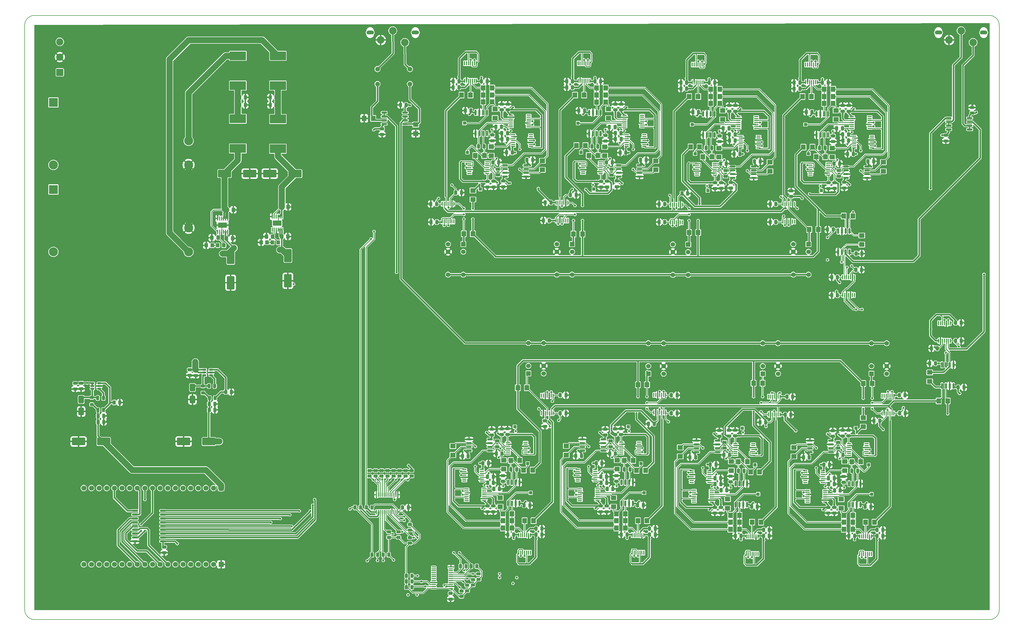
<source format=gbr>
%TF.GenerationSoftware,KiCad,Pcbnew,9.0.5*%
%TF.CreationDate,2025-11-19T13:11:48+02:00*%
%TF.ProjectId,KICAD PEQ,4b494341-4420-4504-9551-2e6b69636164,rev?*%
%TF.SameCoordinates,Original*%
%TF.FileFunction,Copper,L1,Top*%
%TF.FilePolarity,Positive*%
%FSLAX46Y46*%
G04 Gerber Fmt 4.6, Leading zero omitted, Abs format (unit mm)*
G04 Created by KiCad (PCBNEW 9.0.5) date 2025-11-19 13:11:48*
%MOMM*%
%LPD*%
G01*
G04 APERTURE LIST*
G04 Aperture macros list*
%AMRoundRect*
0 Rectangle with rounded corners*
0 $1 Rounding radius*
0 $2 $3 $4 $5 $6 $7 $8 $9 X,Y pos of 4 corners*
0 Add a 4 corners polygon primitive as box body*
4,1,4,$2,$3,$4,$5,$6,$7,$8,$9,$2,$3,0*
0 Add four circle primitives for the rounded corners*
1,1,$1+$1,$2,$3*
1,1,$1+$1,$4,$5*
1,1,$1+$1,$6,$7*
1,1,$1+$1,$8,$9*
0 Add four rect primitives between the rounded corners*
20,1,$1+$1,$2,$3,$4,$5,0*
20,1,$1+$1,$4,$5,$6,$7,0*
20,1,$1+$1,$6,$7,$8,$9,0*
20,1,$1+$1,$8,$9,$2,$3,0*%
G04 Aperture macros list end*
%TA.AperFunction,NonConductor*%
%ADD10C,0.200000*%
%TD*%
%TA.AperFunction,SMDPad,CuDef*%
%ADD11RoundRect,0.250000X0.350000X0.450000X-0.350000X0.450000X-0.350000X-0.450000X0.350000X-0.450000X0*%
%TD*%
%TA.AperFunction,SMDPad,CuDef*%
%ADD12RoundRect,0.250000X0.337500X0.475000X-0.337500X0.475000X-0.337500X-0.475000X0.337500X-0.475000X0*%
%TD*%
%TA.AperFunction,SMDPad,CuDef*%
%ADD13RoundRect,0.250000X-0.337500X-0.475000X0.337500X-0.475000X0.337500X0.475000X-0.337500X0.475000X0*%
%TD*%
%TA.AperFunction,SMDPad,CuDef*%
%ADD14RoundRect,0.250000X0.250000X0.475000X-0.250000X0.475000X-0.250000X-0.475000X0.250000X-0.475000X0*%
%TD*%
%TA.AperFunction,SMDPad,CuDef*%
%ADD15R,0.450000X1.475000*%
%TD*%
%TA.AperFunction,SMDPad,CuDef*%
%ADD16RoundRect,0.250000X-0.475000X0.250000X-0.475000X-0.250000X0.475000X-0.250000X0.475000X0.250000X0*%
%TD*%
%TA.AperFunction,SMDPad,CuDef*%
%ADD17RoundRect,0.250000X1.000000X-1.950000X1.000000X1.950000X-1.000000X1.950000X-1.000000X-1.950000X0*%
%TD*%
%TA.AperFunction,SMDPad,CuDef*%
%ADD18RoundRect,0.250000X0.475000X-0.250000X0.475000X0.250000X-0.475000X0.250000X-0.475000X-0.250000X0*%
%TD*%
%TA.AperFunction,SMDPad,CuDef*%
%ADD19R,1.500000X1.800000*%
%TD*%
%TA.AperFunction,SMDPad,CuDef*%
%ADD20RoundRect,0.250000X-0.250000X-0.475000X0.250000X-0.475000X0.250000X0.475000X-0.250000X0.475000X0*%
%TD*%
%TA.AperFunction,SMDPad,CuDef*%
%ADD21RoundRect,0.250000X1.950000X1.000000X-1.950000X1.000000X-1.950000X-1.000000X1.950000X-1.000000X0*%
%TD*%
%TA.AperFunction,SMDPad,CuDef*%
%ADD22RoundRect,0.250000X-0.450000X0.262500X-0.450000X-0.262500X0.450000X-0.262500X0.450000X0.262500X0*%
%TD*%
%TA.AperFunction,SMDPad,CuDef*%
%ADD23RoundRect,0.250000X0.450000X-0.262500X0.450000X0.262500X-0.450000X0.262500X-0.450000X-0.262500X0*%
%TD*%
%TA.AperFunction,SMDPad,CuDef*%
%ADD24R,5.400000X2.900000*%
%TD*%
%TA.AperFunction,SMDPad,CuDef*%
%ADD25RoundRect,0.150000X-0.150000X0.800000X-0.150000X-0.800000X0.150000X-0.800000X0.150000X0.800000X0*%
%TD*%
%TA.AperFunction,SMDPad,CuDef*%
%ADD26R,1.800000X1.500000*%
%TD*%
%TA.AperFunction,WasherPad*%
%ADD27O,2.540000X1.270000*%
%TD*%
%TA.AperFunction,ComponentPad*%
%ADD28O,2.500000X2.500000*%
%TD*%
%TA.AperFunction,SMDPad,CuDef*%
%ADD29RoundRect,0.250000X-0.350000X0.275000X-0.350000X-0.275000X0.350000X-0.275000X0.350000X0.275000X0*%
%TD*%
%TA.AperFunction,SMDPad,CuDef*%
%ADD30RoundRect,0.250000X0.262500X0.450000X-0.262500X0.450000X-0.262500X-0.450000X0.262500X-0.450000X0*%
%TD*%
%TA.AperFunction,SMDPad,CuDef*%
%ADD31RoundRect,0.150000X-0.800000X-0.150000X0.800000X-0.150000X0.800000X0.150000X-0.800000X0.150000X0*%
%TD*%
%TA.AperFunction,SMDPad,CuDef*%
%ADD32R,1.475000X0.450000*%
%TD*%
%TA.AperFunction,SMDPad,CuDef*%
%ADD33RoundRect,0.150000X0.512500X0.150000X-0.512500X0.150000X-0.512500X-0.150000X0.512500X-0.150000X0*%
%TD*%
%TA.AperFunction,SMDPad,CuDef*%
%ADD34R,1.000000X1.000000*%
%TD*%
%TA.AperFunction,ComponentPad*%
%ADD35R,1.524000X1.524000*%
%TD*%
%TA.AperFunction,ComponentPad*%
%ADD36C,1.524000*%
%TD*%
%TA.AperFunction,SMDPad,CuDef*%
%ADD37RoundRect,0.250000X-1.950000X-1.000000X1.950000X-1.000000X1.950000X1.000000X-1.950000X1.000000X0*%
%TD*%
%TA.AperFunction,SMDPad,CuDef*%
%ADD38RoundRect,0.250000X-0.262500X-0.450000X0.262500X-0.450000X0.262500X0.450000X-0.262500X0.450000X0*%
%TD*%
%TA.AperFunction,SMDPad,CuDef*%
%ADD39RoundRect,0.150000X-0.875000X-0.150000X0.875000X-0.150000X0.875000X0.150000X-0.875000X0.150000X0*%
%TD*%
%TA.AperFunction,ComponentPad*%
%ADD40R,3.000000X3.000000*%
%TD*%
%TA.AperFunction,ComponentPad*%
%ADD41C,3.000000*%
%TD*%
%TA.AperFunction,SMDPad,CuDef*%
%ADD42RoundRect,0.250000X-0.650000X1.000000X-0.650000X-1.000000X0.650000X-1.000000X0.650000X1.000000X0*%
%TD*%
%TA.AperFunction,SMDPad,CuDef*%
%ADD43RoundRect,0.150000X0.150000X-0.800000X0.150000X0.800000X-0.150000X0.800000X-0.150000X-0.800000X0*%
%TD*%
%TA.AperFunction,ComponentPad*%
%ADD44R,1.700000X1.700000*%
%TD*%
%TA.AperFunction,ComponentPad*%
%ADD45C,1.700000*%
%TD*%
%TA.AperFunction,SMDPad,CuDef*%
%ADD46RoundRect,0.250000X-1.000000X1.950000X-1.000000X-1.950000X1.000000X-1.950000X1.000000X1.950000X0*%
%TD*%
%TA.AperFunction,SMDPad,CuDef*%
%ADD47RoundRect,0.100000X0.637500X0.100000X-0.637500X0.100000X-0.637500X-0.100000X0.637500X-0.100000X0*%
%TD*%
%TA.AperFunction,ComponentPad*%
%ADD48C,1.600000*%
%TD*%
%TA.AperFunction,SMDPad,CuDef*%
%ADD49RoundRect,0.150000X0.800000X0.150000X-0.800000X0.150000X-0.800000X-0.150000X0.800000X-0.150000X0*%
%TD*%
%TA.AperFunction,SMDPad,CuDef*%
%ADD50R,0.450000X1.425000*%
%TD*%
%TA.AperFunction,SMDPad,CuDef*%
%ADD51R,2.947000X1.753000*%
%TD*%
%TA.AperFunction,ComponentPad*%
%ADD52RoundRect,0.250001X0.949999X-0.949999X0.949999X0.949999X-0.949999X0.949999X-0.949999X-0.949999X0*%
%TD*%
%TA.AperFunction,ComponentPad*%
%ADD53C,2.400000*%
%TD*%
%TA.AperFunction,SMDPad,CuDef*%
%ADD54RoundRect,0.100000X-0.100000X0.637500X-0.100000X-0.637500X0.100000X-0.637500X0.100000X0.637500X0*%
%TD*%
%TA.AperFunction,ViaPad*%
%ADD55C,0.700000*%
%TD*%
%TA.AperFunction,Conductor*%
%ADD56C,0.500000*%
%TD*%
%TA.AperFunction,Conductor*%
%ADD57C,0.250000*%
%TD*%
%TA.AperFunction,Conductor*%
%ADD58C,2.000000*%
%TD*%
%TA.AperFunction,Conductor*%
%ADD59C,0.200000*%
%TD*%
G04 APERTURE END LIST*
D10*
X46355000Y-243840000D02*
X364490000Y-243840000D01*
X364490000Y-42545000D02*
X46355000Y-42545000D01*
X46362659Y-243822665D02*
G75*
G02*
X43197335Y-240657341I41J3165365D01*
G01*
X367700670Y-240475000D02*
X367665000Y-45720000D01*
X364490000Y-42549469D02*
G75*
G02*
X367660531Y-45720000I0J-3170531D01*
G01*
X43176449Y-45720000D02*
G75*
G02*
X46355000Y-42541449I3178551J0D01*
G01*
X367670920Y-240643846D02*
G75*
G02*
X364490000Y-243824720I-3180920J46D01*
G01*
X43180000Y-45720000D02*
X43180000Y-240665000D01*
D11*
%TO.P,R119,1*%
%TO.N,Net-(R117-Pad2)*%
X123883068Y-118154331D03*
%TO.P,R119,2*%
%TO.N,GND*%
X121883068Y-118154331D03*
%TD*%
%TO.P,R118,1*%
%TO.N,Net-(R116-Pad2)*%
X105660560Y-119140190D03*
%TO.P,R118,2*%
%TO.N,GND*%
X103660560Y-119140190D03*
%TD*%
%TO.P,R117,1*%
%TO.N,Net-(IC2-SET)*%
X127615964Y-118179185D03*
%TO.P,R117,2*%
%TO.N,Net-(R117-Pad2)*%
X125615964Y-118179185D03*
%TD*%
%TO.P,R116,1*%
%TO.N,Net-(IC1-SET)*%
X109470560Y-119140190D03*
%TO.P,R116,2*%
%TO.N,Net-(R116-Pad2)*%
X107470560Y-119140190D03*
%TD*%
D12*
%TO.P,C213,1*%
%TO.N,Net-(IC2-SET)*%
X125730000Y-116205000D03*
%TO.P,C213,2*%
%TO.N,GND*%
X123655000Y-116205000D03*
%TD*%
%TO.P,C212,1*%
%TO.N,Net-(IC1-SET)*%
X107565560Y-116600190D03*
%TO.P,C212,2*%
%TO.N,GND*%
X105490560Y-116600190D03*
%TD*%
D13*
%TO.P,C211,1*%
%TO.N,/-15V*%
X128735000Y-116205000D03*
%TO.P,C211,2*%
%TO.N,GND*%
X130810000Y-116205000D03*
%TD*%
%TO.P,C210,1*%
%TO.N,/+15V*%
X110320000Y-116840000D03*
%TO.P,C210,2*%
%TO.N,GND*%
X112395000Y-116840000D03*
%TD*%
%TO.P,C13,1*%
%TO.N,Net-(IC2-EN{slash}UV)*%
X128775058Y-106353994D03*
%TO.P,C13,2*%
%TO.N,GND*%
X130850058Y-106353994D03*
%TD*%
%TO.P,C12,1*%
%TO.N,Net-(IC1-EN{slash}UV)*%
X110565000Y-107315000D03*
%TO.P,C12,2*%
%TO.N,GND*%
X112640000Y-107315000D03*
%TD*%
D14*
%TO.P,C160,1*%
%TO.N,Net-(U19B--)*%
X244724750Y-193805050D03*
%TO.P,C160,2*%
%TO.N,/PEAK EQ L/peak 2/BP*%
X242824750Y-193805050D03*
%TD*%
D15*
%TO.P,VR35,1,VL*%
%TO.N,/+3V3*%
X283414000Y-221997000D03*
%TO.P,VR35,2,SCL*%
%TO.N,/PEAK EQ L/SCL_3*%
X284064000Y-221997000D03*
%TO.P,VR35,3,A1*%
%TO.N,/+3V3*%
X284714000Y-221997000D03*
%TO.P,VR35,4,SDA*%
%TO.N,/PEAK EQ L/SDA_3*%
X285364000Y-221997000D03*
%TO.P,VR35,5,A0*%
%TO.N,/+3V3*%
X286014000Y-221997000D03*
%TO.P,VR35,6,WLAT*%
%TO.N,unconnected-(VR35A-WLAT-Pad6)*%
X286664000Y-221997000D03*
%TO.P,VR35,7,N/C*%
%TO.N,unconnected-(VR35A-N{slash}C-Pad7)*%
X287314000Y-221997000D03*
%TO.P,VR35,8,SHDN*%
%TO.N,/+3V3*%
X287314000Y-216121000D03*
%TO.P,VR35,9,DGND*%
%TO.N,GND*%
X286664000Y-216121000D03*
%TO.P,VR35,10,V-*%
%TO.N,/-15V*%
X286014000Y-216121000D03*
%TO.P,VR35,11,P0B*%
%TO.N,Net-(VR35B-P0B)*%
X285364000Y-216121000D03*
%TO.P,VR35,12,P0W*%
%TO.N,Net-(U21A--)*%
X284714000Y-216121000D03*
%TO.P,VR35,13,P0A*%
%TO.N,unconnected-(VR35B-P0A-Pad13)*%
X284064000Y-216121000D03*
%TO.P,VR35,14,V+*%
%TO.N,/+15V*%
X283414000Y-216121000D03*
%TD*%
D16*
%TO.P,C62,1*%
%TO.N,GND*%
X315557332Y-72543675D03*
%TO.P,C62,2*%
%TO.N,/-15V*%
X315557332Y-74443675D03*
%TD*%
D17*
%TO.P,C208,1*%
%TO.N,GND*%
X130810000Y-130955000D03*
%TO.P,C208,2*%
%TO.N,/-15V*%
X130810000Y-122555000D03*
%TD*%
D18*
%TO.P,C87,1*%
%TO.N,GND*%
X278306847Y-100047929D03*
%TO.P,C87,2*%
%TO.N,/-15V*%
X278306847Y-98147929D03*
%TD*%
D16*
%TO.P,C31,1*%
%TO.N,GND*%
X298397332Y-100968676D03*
%TO.P,C31,2*%
%TO.N,/-15V*%
X298397332Y-102868676D03*
%TD*%
D19*
%TO.P,R16,1*%
%TO.N,/PEAK EQ L/peak 3/BP*%
X284884265Y-194584303D03*
%TO.P,R16,2*%
%TO.N,Net-(U4A--)*%
X287884265Y-194584303D03*
%TD*%
D16*
%TO.P,C171,1*%
%TO.N,GND*%
X312259272Y-180868140D03*
%TO.P,C171,2*%
%TO.N,/-15V*%
X312259272Y-182768140D03*
%TD*%
D20*
%TO.P,C200,1*%
%TO.N,/+3V3*%
X258484265Y-169084303D03*
%TO.P,C200,2*%
%TO.N,GND*%
X260384265Y-169084303D03*
%TD*%
D16*
%TO.P,C73,1*%
%TO.N,/+15V*%
X274594866Y-82687114D03*
%TO.P,C73,2*%
%TO.N,GND*%
X274594866Y-84587114D03*
%TD*%
D21*
%TO.P,C209,1*%
%TO.N,/+3V3*%
X69500000Y-184500000D03*
%TO.P,C209,2*%
%TO.N,GND*%
X61100000Y-184500000D03*
%TD*%
D14*
%TO.P,C184,1*%
%TO.N,GND*%
X324909272Y-206218140D03*
%TO.P,C184,2*%
%TO.N,/-15V*%
X323009272Y-206218140D03*
%TD*%
D20*
%TO.P,C80,1*%
%TO.N,GND*%
X277856847Y-84197929D03*
%TO.P,C80,2*%
%TO.N,/-15V*%
X279756847Y-84197929D03*
%TD*%
D22*
%TO.P,R72,1*%
%TO.N,/+3V3*%
X172000000Y-194175000D03*
%TO.P,R72,2*%
%TO.N,/PEAK EQ R/SDA_1*%
X172000000Y-196000000D03*
%TD*%
D20*
%TO.P,C161,1*%
%TO.N,/+3V3*%
X327009272Y-215968140D03*
%TO.P,C161,2*%
%TO.N,GND*%
X328909272Y-215968140D03*
%TD*%
D14*
%TO.P,C91,1*%
%TO.N,/+15V*%
X239746177Y-79743979D03*
%TO.P,C91,2*%
%TO.N,GND*%
X237846177Y-79743979D03*
%TD*%
D23*
%TO.P,R57,1*%
%TO.N,/+3V3*%
X192405000Y-232330000D03*
%TO.P,R57,2*%
%TO.N,/PEAK EQ L/SDA_4*%
X192405000Y-230505000D03*
%TD*%
D24*
%TO.P,L1,1,1*%
%TO.N,Net-(PS1-+Vo)*%
X114155000Y-56010000D03*
%TO.P,L1,2,2*%
%TO.N,Net-(C3-Pad1)*%
X114155000Y-65910000D03*
%TD*%
D20*
%TO.P,C101,1*%
%TO.N,/+15V*%
X248207597Y-90668980D03*
%TO.P,C101,2*%
%TO.N,GND*%
X250107597Y-90668980D03*
%TD*%
D22*
%TO.P,R68,1*%
%TO.N,/+3V3*%
X164000000Y-194175000D03*
%TO.P,R68,2*%
%TO.N,/PEAK EQ R/SDA_3*%
X164000000Y-196000000D03*
%TD*%
D25*
%TO.P,U5,1*%
%TO.N,/PEAK EQ R/peak 1/HP*%
X310662332Y-75343675D03*
%TO.P,U5,2,-*%
%TO.N,Net-(U5A--)*%
X309392332Y-75343675D03*
%TO.P,U5,3,+*%
%TO.N,GND*%
X308122332Y-75343675D03*
%TO.P,U5,4,V-*%
%TO.N,/-15V*%
X306852332Y-75343675D03*
%TO.P,U5,5,+*%
%TO.N,GND*%
X306852332Y-82343675D03*
%TO.P,U5,6,-*%
%TO.N,Net-(U5B--)*%
X308122332Y-82343675D03*
%TO.P,U5,7*%
%TO.N,/PEAK EQ R/peak 1/BP*%
X309392332Y-82343675D03*
%TO.P,U5,8,V+*%
%TO.N,/+15V*%
X310662332Y-82343675D03*
%TD*%
D26*
%TO.P,R80,1*%
%TO.N,Net-(VR24B-P0W)*%
X198522325Y-86284839D03*
%TO.P,R80,2*%
%TO.N,/PEAK EQ R/low shelf/BP*%
X198522325Y-89284839D03*
%TD*%
D20*
%TO.P,C186,1*%
%TO.N,/+15V*%
X312830182Y-200832686D03*
%TO.P,C186,2*%
%TO.N,GND*%
X314730182Y-200832686D03*
%TD*%
D18*
%TO.P,C190,1*%
%TO.N,/+3V3*%
X317509272Y-182618140D03*
%TO.P,C190,2*%
%TO.N,GND*%
X317509272Y-180718140D03*
%TD*%
D15*
%TO.P,VR4,1,VL*%
%TO.N,/+3V3*%
X295647332Y-111244676D03*
%TO.P,VR4,2,SCL*%
%TO.N,/PEAK EQ R/SCL_5*%
X296297332Y-111244676D03*
%TO.P,VR4,3,A1*%
%TO.N,GND*%
X296947332Y-111244676D03*
%TO.P,VR4,4,SDA*%
%TO.N,/PEAK EQ R/SDA_5*%
X297597332Y-111244676D03*
%TO.P,VR4,5,A0*%
%TO.N,GND*%
X298247332Y-111244676D03*
%TO.P,VR4,6,WLAT*%
%TO.N,unconnected-(VR4A-WLAT-Pad6)*%
X298897332Y-111244676D03*
%TO.P,VR4,7,N/C*%
%TO.N,unconnected-(VR4A-N{slash}C-Pad7)*%
X299547332Y-111244676D03*
%TO.P,VR4,8,SHDN*%
%TO.N,/+3V3*%
X299547332Y-105368676D03*
%TO.P,VR4,9,DGND*%
%TO.N,GND*%
X298897332Y-105368676D03*
%TO.P,VR4,10,V-*%
%TO.N,/-15V*%
X298247332Y-105368676D03*
%TO.P,VR4,11,P0B*%
%TO.N,Net-(VR4B-P0B)*%
X297597332Y-105368676D03*
%TO.P,VR4,12,P0W*%
%TO.N,/PEAK EQ R/peak 1/in*%
X296947332Y-105368676D03*
%TO.P,VR4,13,P0A*%
%TO.N,Net-(VR1B-P0A)*%
X296297332Y-105368676D03*
%TO.P,VR4,14,V+*%
%TO.N,/+15V*%
X295647332Y-105368676D03*
%TD*%
D18*
%TO.P,C173,1*%
%TO.N,/+15V*%
X202439462Y-197784869D03*
%TO.P,C173,2*%
%TO.N,GND*%
X202439462Y-195884869D03*
%TD*%
D27*
%TO.P,J4,*%
%TO.N,*%
X173248295Y-48244433D03*
X158197497Y-48244433D03*
D28*
%TO.P,J4,1,IN1*%
%TO.N,Net-(J4-IN1)*%
X169735000Y-51525200D03*
%TO.P,J4,2,IN2*%
%TO.N,Net-(J4-IN2)*%
X165735000Y-47625000D03*
%TO.P,J4,3,EXT*%
%TO.N,GND*%
X161735000Y-50725100D03*
%TD*%
D29*
%TO.P,L5,1,1*%
%TO.N,Net-(D1-K)*%
X102550000Y-166000000D03*
%TO.P,L5,2,2*%
%TO.N,/+12V*%
X102550000Y-168300000D03*
%TD*%
D25*
%TO.P,U7,1*%
%TO.N,/PEAK EQ R/peak 2/HP*%
X272911847Y-75347929D03*
%TO.P,U7,2,-*%
%TO.N,Net-(U7A--)*%
X271641847Y-75347929D03*
%TO.P,U7,3,+*%
%TO.N,GND*%
X270371847Y-75347929D03*
%TO.P,U7,4,V-*%
%TO.N,/-15V*%
X269101847Y-75347929D03*
%TO.P,U7,5,+*%
%TO.N,GND*%
X269101847Y-82347929D03*
%TO.P,U7,6,-*%
%TO.N,Net-(U7B--)*%
X270371847Y-82347929D03*
%TO.P,U7,7*%
%TO.N,/PEAK EQ R/peak 2/BP*%
X271641847Y-82347929D03*
%TO.P,U7,8,V+*%
%TO.N,/+15V*%
X272911847Y-82347929D03*
%TD*%
D23*
%TO.P,R56,1*%
%TO.N,/+3V3*%
X164465000Y-216455000D03*
%TO.P,R56,2*%
%TO.N,/PEAK EQ L/SDA_1*%
X164465000Y-214630000D03*
%TD*%
D20*
%TO.P,C153,1*%
%TO.N,GND*%
X287984265Y-178084303D03*
%TO.P,C153,2*%
%TO.N,/-15V*%
X289884265Y-178084303D03*
%TD*%
D16*
%TO.P,C72,1*%
%TO.N,GND*%
X277806847Y-72547929D03*
%TO.P,C72,2*%
%TO.N,/-15V*%
X277806847Y-74447929D03*
%TD*%
D30*
%TO.P,R53,1*%
%TO.N,/+3V3*%
X193675000Y-226060000D03*
%TO.P,R53,2*%
%TO.N,/PEAK EQ L/SDA_5*%
X191850000Y-226060000D03*
%TD*%
D31*
%TO.P,U15,1*%
%TO.N,/PEAK EQ R/low shelf/LP*%
X203122325Y-92429839D03*
%TO.P,U15,2,-*%
%TO.N,Net-(U15A--)*%
X203122325Y-93699839D03*
%TO.P,U15,3,+*%
%TO.N,GND*%
X203122325Y-94969839D03*
%TO.P,U15,4,V-*%
%TO.N,/-15V*%
X203122325Y-96239839D03*
%TO.P,U15,5,+*%
%TO.N,GND*%
X210122325Y-96239839D03*
%TO.P,U15,6,-*%
%TO.N,Net-(U15B--)*%
X210122325Y-94969839D03*
%TO.P,U15,7*%
%TO.N,Net-(R75-Pad1)*%
X210122325Y-93699839D03*
%TO.P,U15,8,V+*%
%TO.N,/+15V*%
X210122325Y-92429839D03*
%TD*%
D32*
%TO.P,VR28,1,VL*%
%TO.N,/+3V3*%
X189536265Y-193809304D03*
%TO.P,VR28,2,SCL*%
%TO.N,/PEAK EQ L/SCL_1*%
X189536265Y-194459304D03*
%TO.P,VR28,3,A1*%
%TO.N,GND*%
X189536265Y-195109304D03*
%TO.P,VR28,4,SDA*%
%TO.N,/PEAK EQ L/SDA_1*%
X189536265Y-195759304D03*
%TO.P,VR28,5,A0*%
%TO.N,GND*%
X189536265Y-196409304D03*
%TO.P,VR28,6,WLAT*%
%TO.N,unconnected-(VR28A-WLAT-Pad6)*%
X189536265Y-197059304D03*
%TO.P,VR28,7,N/C*%
%TO.N,unconnected-(VR28A-N{slash}C-Pad7)*%
X189536265Y-197709304D03*
%TO.P,VR28,8,SHDN*%
%TO.N,/+3V3*%
X195412265Y-197709304D03*
%TO.P,VR28,9,DGND*%
%TO.N,GND*%
X195412265Y-197059304D03*
%TO.P,VR28,10,V-*%
%TO.N,/-15V*%
X195412265Y-196409304D03*
%TO.P,VR28,11,P0B*%
%TO.N,Net-(U18B--)*%
X195412265Y-195759304D03*
%TO.P,VR28,12,P0W*%
%TO.N,Net-(VR28B-P0W)*%
X195412265Y-195109304D03*
%TO.P,VR28,13,P0A*%
%TO.N,unconnected-(VR28B-P0A-Pad13)*%
X195412265Y-194459304D03*
%TO.P,VR28,14,V+*%
%TO.N,/+15V*%
X195412265Y-193809304D03*
%TD*%
D33*
%TO.P,U2,1,BS*%
%TO.N,Net-(U2-BS)*%
X68000000Y-166950000D03*
%TO.P,U2,2,GND*%
%TO.N,GND*%
X68000000Y-166000000D03*
%TO.P,U2,3,FB*%
%TO.N,Net-(U2-FB)*%
X68000000Y-165050000D03*
%TO.P,U2,4,EN*%
%TO.N,Net-(IC1-EN{slash}UV)*%
X65725000Y-165050000D03*
%TO.P,U2,5,IN*%
X65725000Y-166000000D03*
%TO.P,U2,6,SW*%
%TO.N,Net-(D2-K)*%
X65725000Y-166950000D03*
%TD*%
D19*
%TO.P,R84,1*%
%TO.N,/PEAK EQ L/peak 1/in*%
X212624265Y-210909304D03*
%TO.P,R84,2*%
%TO.N,Net-(VR27B-P0B)*%
X209624265Y-210909304D03*
%TD*%
D34*
%TO.P,BP5,1,1*%
%TO.N,/PEAK EQ L/peak 1/BP*%
X210634265Y-191834303D03*
%TD*%
D14*
%TO.P,C178,1*%
%TO.N,Net-(U21B--)*%
X282714000Y-194259000D03*
%TO.P,C178,2*%
%TO.N,/PEAK EQ L/peak 3/BP*%
X280814000Y-194259000D03*
%TD*%
D26*
%TO.P,R110,1*%
%TO.N,Net-(R109-Pad1)*%
X299259272Y-189468140D03*
%TO.P,R110,2*%
%TO.N,Net-(U24B--)*%
X299259272Y-186468140D03*
%TD*%
D19*
%TO.P,R42,1*%
%TO.N,Net-(R42-Pad1)*%
X236617597Y-66693979D03*
%TO.P,R42,2*%
%TO.N,Net-(U9A--)*%
X233617597Y-66693979D03*
%TD*%
D20*
%TO.P,C9,1*%
%TO.N,Net-(D1-K)*%
X104550000Y-166000000D03*
%TO.P,C9,2*%
%TO.N,Net-(U1-BS)*%
X106450000Y-166000000D03*
%TD*%
D15*
%TO.P,VR15,1,VL*%
%TO.N,/+3V3*%
X269356847Y-58909929D03*
%TO.P,VR15,2,SCL*%
%TO.N,/PEAK EQ R/SCL_2*%
X268706847Y-58909929D03*
%TO.P,VR15,3,A1*%
%TO.N,/+3V3*%
X268056847Y-58909929D03*
%TO.P,VR15,4,SDA*%
%TO.N,/PEAK EQ R/SDA_2*%
X267406847Y-58909929D03*
%TO.P,VR15,5,A0*%
%TO.N,/+3V3*%
X266756847Y-58909929D03*
%TO.P,VR15,6,WLAT*%
%TO.N,unconnected-(VR15A-WLAT-Pad6)*%
X266106847Y-58909929D03*
%TO.P,VR15,7,N/C*%
%TO.N,unconnected-(VR15A-N{slash}C-Pad7)*%
X265456847Y-58909929D03*
%TO.P,VR15,8,SHDN*%
%TO.N,/+3V3*%
X265456847Y-64785929D03*
%TO.P,VR15,9,DGND*%
%TO.N,GND*%
X266106847Y-64785929D03*
%TO.P,VR15,10,V-*%
%TO.N,/-15V*%
X266756847Y-64785929D03*
%TO.P,VR15,11,P0B*%
%TO.N,Net-(VR15B-P0B)*%
X267406847Y-64785929D03*
%TO.P,VR15,12,P0W*%
%TO.N,Net-(U7A--)*%
X268056847Y-64785929D03*
%TO.P,VR15,13,P0A*%
%TO.N,unconnected-(VR15B-P0A-Pad13)*%
X268706847Y-64785929D03*
%TO.P,VR15,14,V+*%
%TO.N,/+15V*%
X269356847Y-64785929D03*
%TD*%
D18*
%TO.P,C84,1*%
%TO.N,GND*%
X275056847Y-100147929D03*
%TO.P,C84,2*%
%TO.N,/-15V*%
X275056847Y-98247929D03*
%TD*%
D19*
%TO.P,R100,1*%
%TO.N,/PEAK EQ L/peak 3/in*%
X288364000Y-211359000D03*
%TO.P,R100,2*%
%TO.N,Net-(VR35B-P0B)*%
X285364000Y-211359000D03*
%TD*%
D22*
%TO.P,R69,1*%
%TO.N,/+3V3*%
X162000000Y-194175000D03*
%TO.P,R69,2*%
%TO.N,/PEAK EQ R/SCL_3*%
X162000000Y-196000000D03*
%TD*%
D14*
%TO.P,C96,1*%
%TO.N,/+3V3*%
X241717597Y-81743979D03*
%TO.P,C96,2*%
%TO.N,GND*%
X239817597Y-81743979D03*
%TD*%
D21*
%TO.P,C7,1*%
%TO.N,/+12V*%
X104500000Y-184500000D03*
%TO.P,C7,2*%
%TO.N,GND*%
X96100000Y-184500000D03*
%TD*%
D14*
%TO.P,C6,1*%
%TO.N,Net-(C4-Pad1)*%
X126850000Y-72390000D03*
%TO.P,C6,2*%
%TO.N,GND*%
X124950000Y-72390000D03*
%TD*%
D19*
%TO.P,R104,1*%
%TO.N,Net-(U21A--)*%
X281164000Y-209059000D03*
%TO.P,R104,2*%
%TO.N,/PEAK EQ L/peak 3/HP*%
X278164000Y-209059000D03*
%TD*%
D20*
%TO.P,C158,1*%
%TO.N,/+15V*%
X221484265Y-175084303D03*
%TO.P,C158,2*%
%TO.N,GND*%
X223384265Y-175084303D03*
%TD*%
D34*
%TO.P,BP6,1,1*%
%TO.N,/PEAK EQ L/peak 2/BP*%
X248384750Y-191830049D03*
%TD*%
D15*
%TO.P,VR2,1,VL*%
%TO.N,/+3V3*%
X258211971Y-111490048D03*
%TO.P,VR2,2,SCL*%
%TO.N,/PEAK EQ R/SCL_5*%
X258861971Y-111490048D03*
%TO.P,VR2,3,A1*%
%TO.N,/+3V3*%
X259511971Y-111490048D03*
%TO.P,VR2,4,SDA*%
%TO.N,/PEAK EQ R/SDA_5*%
X260161971Y-111490048D03*
%TO.P,VR2,5,A0*%
%TO.N,GND*%
X260811971Y-111490048D03*
%TO.P,VR2,6,WLAT*%
%TO.N,unconnected-(VR2A-WLAT-Pad6)*%
X261461971Y-111490048D03*
%TO.P,VR2,7,N/C*%
%TO.N,unconnected-(VR2A-N{slash}C-Pad7)*%
X262111971Y-111490048D03*
%TO.P,VR2,8,SHDN*%
%TO.N,/+3V3*%
X262111971Y-105614048D03*
%TO.P,VR2,9,DGND*%
%TO.N,GND*%
X261461971Y-105614048D03*
%TO.P,VR2,10,V-*%
%TO.N,/-15V*%
X260811971Y-105614048D03*
%TO.P,VR2,11,P0B*%
%TO.N,Net-(VR2B-P0B)*%
X260161971Y-105614048D03*
%TO.P,VR2,12,P0W*%
%TO.N,/PEAK EQ R/peak 2/in*%
X259511971Y-105614048D03*
%TO.P,VR2,13,P0A*%
%TO.N,Net-(VR1B-P0A)*%
X258861971Y-105614048D03*
%TO.P,VR2,14,V+*%
%TO.N,/+15V*%
X258211971Y-105614048D03*
%TD*%
D19*
%TO.P,R13,1*%
%TO.N,Net-(U3A--)*%
X315897332Y-109368676D03*
%TO.P,R13,2*%
%TO.N,Net-(VR1B-P0A)*%
X318897332Y-109368676D03*
%TD*%
D14*
%TO.P,C23,1*%
%TO.N,/+3V3*%
X180397332Y-111368676D03*
%TO.P,C23,2*%
%TO.N,GND*%
X178497332Y-111368676D03*
%TD*%
D26*
%TO.P,R106,1*%
%TO.N,Net-(VR36B-P0W)*%
X278464000Y-194159000D03*
%TO.P,R106,2*%
%TO.N,/PEAK EQ L/peak 3/BP*%
X278464000Y-191159000D03*
%TD*%
D31*
%TO.P,U16,1*%
%TO.N,/PEAK EQ R/IN*%
X162870000Y-74930000D03*
%TO.P,U16,2,-*%
X162870000Y-76200000D03*
%TO.P,U16,3,+*%
%TO.N,Net-(U16A-+)*%
X162870000Y-77470000D03*
%TO.P,U16,4,V-*%
%TO.N,/-15V*%
X162870000Y-78740000D03*
%TO.P,U16,5,+*%
%TO.N,Net-(U16B-+)*%
X169870000Y-78740000D03*
%TO.P,U16,6,-*%
%TO.N,/PEAK EQ L/IN*%
X169870000Y-77470000D03*
%TO.P,U16,7*%
X169870000Y-76200000D03*
%TO.P,U16,8,V+*%
%TO.N,/+15V*%
X169870000Y-74930000D03*
%TD*%
D14*
%TO.P,C21,1*%
%TO.N,/+15V*%
X180297332Y-105368676D03*
%TO.P,C21,2*%
%TO.N,GND*%
X178397332Y-105368676D03*
%TD*%
D26*
%TO.P,R17,1*%
%TO.N,/PEAK EQ L/low shelf/LP*%
X322384265Y-179584303D03*
%TO.P,R17,2*%
%TO.N,Net-(U4A--)*%
X322384265Y-176584303D03*
%TD*%
D14*
%TO.P,C67,1*%
%TO.N,/+3V3*%
X317457332Y-82193675D03*
%TO.P,C67,2*%
%TO.N,GND*%
X315557332Y-82193675D03*
%TD*%
D35*
%TO.P,K5,1*%
%TO.N,Net-(VR3B-P0B)*%
X225425000Y-118745000D03*
D36*
%TO.P,K5,2*%
%TO.N,unconnected-(K5-Pad2)*%
X220345000Y-118745000D03*
%TO.P,K5,3*%
%TO.N,/PEAK EQ R/peak_3 relay control*%
X225425000Y-121285000D03*
%TO.P,K5,4*%
%TO.N,GND*%
X220345000Y-121285000D03*
%TO.P,K5,5*%
%TO.N,/PEAK EQ R/IN*%
X225425000Y-128905000D03*
%TO.P,K5,6*%
X220345000Y-128905000D03*
%TD*%
D32*
%TO.P,VR40,1,VL*%
%TO.N,/+3V3*%
X303071272Y-194268140D03*
%TO.P,VR40,2,SCL*%
%TO.N,/PEAK EQ L/SCL_4*%
X303071272Y-194918140D03*
%TO.P,VR40,3,A1*%
%TO.N,GND*%
X303071272Y-195568140D03*
%TO.P,VR40,4,SDA*%
%TO.N,/PEAK EQ L/SDA_4*%
X303071272Y-196218140D03*
%TO.P,VR40,5,A0*%
%TO.N,GND*%
X303071272Y-196868140D03*
%TO.P,VR40,6,WLAT*%
%TO.N,unconnected-(VR40A-WLAT-Pad6)*%
X303071272Y-197518140D03*
%TO.P,VR40,7,N/C*%
%TO.N,unconnected-(VR40A-N{slash}C-Pad7)*%
X303071272Y-198168140D03*
%TO.P,VR40,8,SHDN*%
%TO.N,/+3V3*%
X308947272Y-198168140D03*
%TO.P,VR40,9,DGND*%
%TO.N,GND*%
X308947272Y-197518140D03*
%TO.P,VR40,10,V-*%
%TO.N,/-15V*%
X308947272Y-196868140D03*
%TO.P,VR40,11,P0B*%
%TO.N,Net-(U24B--)*%
X308947272Y-196218140D03*
%TO.P,VR40,12,P0W*%
%TO.N,Net-(VR40B-P0W)*%
X308947272Y-195568140D03*
%TO.P,VR40,13,P0A*%
%TO.N,unconnected-(VR40B-P0A-Pad13)*%
X308947272Y-194918140D03*
%TO.P,VR40,14,V+*%
%TO.N,/+15V*%
X308947272Y-194268140D03*
%TD*%
D34*
%TO.P,HP8,1,1*%
%TO.N,/PEAK EQ L/low shelf/HP*%
X325169272Y-202043139D03*
%TD*%
D20*
%TO.P,C16,1*%
%TO.N,Net-(D2-K)*%
X67500000Y-170000000D03*
%TO.P,C16,2*%
%TO.N,Net-(U2-BS)*%
X69400000Y-170000000D03*
%TD*%
D14*
%TO.P,C71,1*%
%TO.N,/+15V*%
X281306847Y-88697929D03*
%TO.P,C71,2*%
%TO.N,GND*%
X279406847Y-88697929D03*
%TD*%
D18*
%TO.P,C182,1*%
%TO.N,/+3V3*%
X203974265Y-182159304D03*
%TO.P,C182,2*%
%TO.N,GND*%
X203974265Y-180259304D03*
%TD*%
D20*
%TO.P,C183,1*%
%TO.N,/+15V*%
X195724265Y-191759304D03*
%TO.P,C183,2*%
%TO.N,GND*%
X197624265Y-191759304D03*
%TD*%
%TO.P,C143,1*%
%TO.N,/+3V3*%
X235074750Y-198255050D03*
%TO.P,C143,2*%
%TO.N,GND*%
X236974750Y-198255050D03*
%TD*%
D34*
%TO.P,HP3,1,1*%
%TO.N,/PEAK EQ R/peak 3/HP*%
X227407597Y-78418980D03*
%TD*%
D20*
%TO.P,C38,1*%
%TO.N,/+15V*%
X275035420Y-200709000D03*
%TO.P,C38,2*%
%TO.N,GND*%
X276935420Y-200709000D03*
%TD*%
D14*
%TO.P,C135,1*%
%TO.N,GND*%
X253124750Y-213505050D03*
%TO.P,C135,2*%
%TO.N,/-15V*%
X251224750Y-213505050D03*
%TD*%
D16*
%TO.P,C189,1*%
%TO.N,GND*%
X315509272Y-180768140D03*
%TO.P,C189,2*%
%TO.N,/-15V*%
X315509272Y-182668140D03*
%TD*%
D14*
%TO.P,C47,1*%
%TO.N,/+15V*%
X228584750Y-189330049D03*
%TO.P,C47,2*%
%TO.N,GND*%
X226684750Y-189330049D03*
%TD*%
D18*
%TO.P,C138,1*%
%TO.N,GND*%
X274964000Y-208359000D03*
%TO.P,C138,2*%
%TO.N,/-15V*%
X274964000Y-206459000D03*
%TD*%
D20*
%TO.P,C132,1*%
%TO.N,/+15V*%
X296384265Y-175584303D03*
%TO.P,C132,2*%
%TO.N,GND*%
X298284265Y-175584303D03*
%TD*%
D18*
%TO.P,C45,1*%
%TO.N,GND*%
X236974750Y-207905050D03*
%TO.P,C45,2*%
%TO.N,/-15V*%
X236974750Y-206005050D03*
%TD*%
D30*
%TO.P,R55,1*%
%TO.N,/+3V3*%
X190142500Y-226060000D03*
%TO.P,R55,2*%
%TO.N,/PEAK EQ L/SCL_5*%
X188317500Y-226060000D03*
%TD*%
D19*
%TO.P,R78,1*%
%TO.N,Net-(U14A--)*%
X195822325Y-71384839D03*
%TO.P,R78,2*%
%TO.N,/PEAK EQ R/low shelf/HP*%
X198822325Y-71384839D03*
%TD*%
D24*
%TO.P,L4,1,1*%
%TO.N,Net-(C4-Pad1)*%
X127490000Y-77061324D03*
%TO.P,L4,2,2*%
%TO.N,Net-(IC2-EN{slash}UV)*%
X127490000Y-86961324D03*
%TD*%
D25*
%TO.P,U3,1*%
%TO.N,Net-(VR1B-P0A)*%
X317802332Y-114368676D03*
%TO.P,U3,2,-*%
%TO.N,Net-(U3A--)*%
X316532332Y-114368676D03*
%TO.P,U3,3,+*%
%TO.N,GND*%
X315262332Y-114368676D03*
%TO.P,U3,4,V-*%
%TO.N,/-15V*%
X313992332Y-114368676D03*
%TO.P,U3,5,+*%
%TO.N,GND*%
X313992332Y-121368676D03*
%TO.P,U3,6,-*%
%TO.N,Net-(U3B--)*%
X315262332Y-121368676D03*
%TO.P,U3,7*%
%TO.N,/PEAK EQ R/OUT*%
X316532332Y-121368676D03*
%TO.P,U3,8,V+*%
%TO.N,/+15V*%
X317802332Y-121368676D03*
%TD*%
D20*
%TO.P,C76,1*%
%TO.N,/+15V*%
X286196847Y-91122930D03*
%TO.P,C76,2*%
%TO.N,GND*%
X288096847Y-91122930D03*
%TD*%
D18*
%TO.P,C180,1*%
%TO.N,/+15V*%
X240186731Y-197765865D03*
%TO.P,C180,2*%
%TO.N,GND*%
X240186731Y-195865865D03*
%TD*%
%TO.P,C111,1*%
%TO.N,GND*%
X199272325Y-99684839D03*
%TO.P,C111,2*%
%TO.N,/-15V*%
X199272325Y-97784839D03*
%TD*%
D37*
%TO.P,C207,1*%
%TO.N,GND*%
X124805000Y-95250000D03*
%TO.P,C207,2*%
%TO.N,Net-(IC2-EN{slash}UV)*%
X133205000Y-95250000D03*
%TD*%
D18*
%TO.P,C127,1*%
%TO.N,Net-(U15A--)*%
X200772325Y-95684839D03*
%TO.P,C127,2*%
%TO.N,/PEAK EQ R/low shelf/LP*%
X200772325Y-93784839D03*
%TD*%
D20*
%TO.P,C110,1*%
%TO.N,/+15V*%
X210412325Y-90659840D03*
%TO.P,C110,2*%
%TO.N,GND*%
X212312325Y-90659840D03*
%TD*%
D32*
%TO.P,VR20,1,VL*%
%TO.N,/+3V3*%
X249505597Y-86193979D03*
%TO.P,VR20,2,SCL*%
%TO.N,/PEAK EQ R/SCL_3*%
X249505597Y-85543979D03*
%TO.P,VR20,3,A1*%
%TO.N,GND*%
X249505597Y-84893979D03*
%TO.P,VR20,4,SDA*%
%TO.N,/PEAK EQ R/SDA_3*%
X249505597Y-84243979D03*
%TO.P,VR20,5,A0*%
%TO.N,GND*%
X249505597Y-83593979D03*
%TO.P,VR20,6,WLAT*%
%TO.N,unconnected-(VR20A-WLAT-Pad6)*%
X249505597Y-82943979D03*
%TO.P,VR20,7,N/C*%
%TO.N,unconnected-(VR20A-N{slash}C-Pad7)*%
X249505597Y-82293979D03*
%TO.P,VR20,8,SHDN*%
%TO.N,/+3V3*%
X243629597Y-82293979D03*
%TO.P,VR20,9,DGND*%
%TO.N,GND*%
X243629597Y-82943979D03*
%TO.P,VR20,10,V-*%
%TO.N,/-15V*%
X243629597Y-83593979D03*
%TO.P,VR20,11,P0B*%
%TO.N,Net-(U10B--)*%
X243629597Y-84243979D03*
%TO.P,VR20,12,P0W*%
%TO.N,Net-(VR20B-P0W)*%
X243629597Y-84893979D03*
%TO.P,VR20,13,P0A*%
%TO.N,unconnected-(VR20B-P0A-Pad13)*%
X243629597Y-85543979D03*
%TO.P,VR20,14,V+*%
%TO.N,/+15V*%
X243629597Y-86193979D03*
%TD*%
D14*
%TO.P,C89,1*%
%TO.N,/+15V*%
X243317597Y-88243979D03*
%TO.P,C89,2*%
%TO.N,GND*%
X241417597Y-88243979D03*
%TD*%
D19*
%TO.P,R32,1*%
%TO.N,/PEAK EQ R/peak 1/BP*%
X309757332Y-89643675D03*
%TO.P,R32,2*%
%TO.N,Net-(VR14B-P0B)*%
X306757332Y-89643675D03*
%TD*%
D26*
%TO.P,R105,1*%
%TO.N,/PEAK EQ L/peak 3/HP*%
X277214000Y-206709000D03*
%TO.P,R105,2*%
%TO.N,Net-(VR37B-P0B)*%
X277214000Y-203709000D03*
%TD*%
D20*
%TO.P,C172,1*%
%TO.N,/+3V3*%
X273064000Y-198709000D03*
%TO.P,C172,2*%
%TO.N,GND*%
X274964000Y-198709000D03*
%TD*%
D19*
%TO.P,R29,1*%
%TO.N,Net-(U5A--)*%
X309357332Y-71843675D03*
%TO.P,R29,2*%
%TO.N,/PEAK EQ R/peak 1/HP*%
X312357332Y-71843675D03*
%TD*%
D18*
%TO.P,C88,1*%
%TO.N,Net-(U8A--)*%
X276556847Y-96147929D03*
%TO.P,C88,2*%
%TO.N,/PEAK EQ R/peak 2/LP*%
X276556847Y-94247929D03*
%TD*%
D26*
%TO.P,R98,1*%
%TO.N,Net-(VR32B-P0W)*%
X240474750Y-193705050D03*
%TO.P,R98,2*%
%TO.N,/PEAK EQ L/peak 2/BP*%
X240474750Y-190705050D03*
%TD*%
D20*
%TO.P,C63,1*%
%TO.N,Net-(U5B--)*%
X307807332Y-86643675D03*
%TO.P,C63,2*%
%TO.N,/PEAK EQ R/peak 1/BP*%
X309707332Y-86643675D03*
%TD*%
D26*
%TO.P,R7,1*%
%TO.N,/PEAK EQ R/low shelf/LP*%
X192397332Y-100868676D03*
%TO.P,R7,2*%
%TO.N,Net-(U3A--)*%
X192397332Y-103868676D03*
%TD*%
D14*
%TO.P,C30,1*%
%TO.N,/+15V*%
X293297332Y-105368676D03*
%TO.P,C30,2*%
%TO.N,GND*%
X291397332Y-105368676D03*
%TD*%
D19*
%TO.P,R20,1*%
%TO.N,Net-(VR8B-P0B)*%
X288884265Y-165084303D03*
%TO.P,R20,2*%
%TO.N,Net-(U4A--)*%
X285884265Y-165084303D03*
%TD*%
D15*
%TO.P,VR6,1,VL*%
%TO.N,/+3V3*%
X332584265Y-169270303D03*
%TO.P,VR6,2,SCL*%
%TO.N,/PEAK EQ L/SCL_5*%
X331934265Y-169270303D03*
%TO.P,VR6,3,A1*%
%TO.N,/+3V3*%
X331284265Y-169270303D03*
%TO.P,VR6,4,SDA*%
%TO.N,/PEAK EQ L/SDA_5*%
X330634265Y-169270303D03*
%TO.P,VR6,5,A0*%
%TO.N,/+3V3*%
X329984265Y-169270303D03*
%TO.P,VR6,6,WLAT*%
%TO.N,unconnected-(VR6A-WLAT-Pad6)*%
X329334265Y-169270303D03*
%TO.P,VR6,7,N/C*%
%TO.N,unconnected-(VR6A-N{slash}C-Pad7)*%
X328684265Y-169270303D03*
%TO.P,VR6,8,SHDN*%
%TO.N,/+3V3*%
X328684265Y-175146303D03*
%TO.P,VR6,9,DGND*%
%TO.N,GND*%
X329334265Y-175146303D03*
%TO.P,VR6,10,V-*%
%TO.N,/-15V*%
X329984265Y-175146303D03*
%TO.P,VR6,11,P0B*%
%TO.N,Net-(VR6B-P0B)*%
X330634265Y-175146303D03*
%TO.P,VR6,12,P0W*%
%TO.N,/PEAK EQ L/low shelf/in*%
X331284265Y-175146303D03*
%TO.P,VR6,13,P0A*%
%TO.N,Net-(VR6B-P0A)*%
X331934265Y-175146303D03*
%TO.P,VR6,14,V+*%
%TO.N,/+15V*%
X332584265Y-175146303D03*
%TD*%
D16*
%TO.P,C53,1*%
%TO.N,/+15V*%
X312342135Y-82668110D03*
%TO.P,C53,2*%
%TO.N,GND*%
X312342135Y-84568110D03*
%TD*%
D38*
%TO.P,R49,1*%
%TO.N,/+3V3*%
X170260000Y-231140000D03*
%TO.P,R49,2*%
%TO.N,/esp32/IO22*%
X172085000Y-231140000D03*
%TD*%
D16*
%TO.P,C167,1*%
%TO.N,Net-(U20A--)*%
X238224750Y-184305050D03*
%TO.P,C167,2*%
%TO.N,/PEAK EQ L/peak 2/LP*%
X238224750Y-186205050D03*
%TD*%
D15*
%TO.P,VR23,1,VL*%
%TO.N,/+3V3*%
X193572325Y-58446839D03*
%TO.P,VR23,2,SCL*%
%TO.N,/PEAK EQ R/SCL_4*%
X192922325Y-58446839D03*
%TO.P,VR23,3,A1*%
%TO.N,/+3V3*%
X192272325Y-58446839D03*
%TO.P,VR23,4,SDA*%
%TO.N,/PEAK EQ R/SDA_4*%
X191622325Y-58446839D03*
%TO.P,VR23,5,A0*%
%TO.N,/+3V3*%
X190972325Y-58446839D03*
%TO.P,VR23,6,WLAT*%
%TO.N,unconnected-(VR23A-WLAT-Pad6)*%
X190322325Y-58446839D03*
%TO.P,VR23,7,N/C*%
%TO.N,unconnected-(VR23A-N{slash}C-Pad7)*%
X189672325Y-58446839D03*
%TO.P,VR23,8,SHDN*%
%TO.N,/+3V3*%
X189672325Y-64322839D03*
%TO.P,VR23,9,DGND*%
%TO.N,GND*%
X190322325Y-64322839D03*
%TO.P,VR23,10,V-*%
%TO.N,/-15V*%
X190972325Y-64322839D03*
%TO.P,VR23,11,P0B*%
%TO.N,Net-(VR23B-P0B)*%
X191622325Y-64322839D03*
%TO.P,VR23,12,P0W*%
%TO.N,Net-(U14A--)*%
X192272325Y-64322839D03*
%TO.P,VR23,13,P0A*%
%TO.N,unconnected-(VR23B-P0A-Pad13)*%
X192922325Y-64322839D03*
%TO.P,VR23,14,V+*%
%TO.N,/+15V*%
X193572325Y-64322839D03*
%TD*%
D34*
%TO.P,LP8,1,1*%
%TO.N,/PEAK EQ L/low shelf/LP*%
X319919272Y-180043139D03*
%TD*%
D22*
%TO.P,R70,1*%
%TO.N,/+3V3*%
X168000000Y-194175000D03*
%TO.P,R70,2*%
%TO.N,/PEAK EQ R/SDA_2*%
X168000000Y-196000000D03*
%TD*%
D39*
%TO.P,U11,1,I1*%
%TO.N,/esp32/IO13*%
X79905440Y-207600572D03*
%TO.P,U11,2,I2*%
%TO.N,/esp32/IO14*%
X79905440Y-208870572D03*
%TO.P,U11,3,I3*%
%TO.N,/esp32/IO16*%
X79905440Y-210140572D03*
%TO.P,U11,4,I4*%
%TO.N,/esp32/IO17*%
X79905440Y-211410572D03*
%TO.P,U11,5,I5*%
%TO.N,/esp32/IO18*%
X79905440Y-212680572D03*
%TO.P,U11,6,I6*%
%TO.N,/esp32/IO19*%
X79905440Y-213950572D03*
%TO.P,U11,7,I7*%
%TO.N,/esp32/IO26*%
X79905440Y-215220572D03*
%TO.P,U11,8,I8*%
%TO.N,/esp32/IO27*%
X79905440Y-216490572D03*
%TO.P,U11,9,GND*%
%TO.N,GND*%
X79905440Y-217760572D03*
%TO.P,U11,10,COM*%
%TO.N,/+12V*%
X89205440Y-217760572D03*
%TO.P,U11,11,O8*%
%TO.N,/PEAK EQ L/lowshelf relay control*%
X89205440Y-216490572D03*
%TO.P,U11,12,O7*%
%TO.N,/PEAK EQ L/peak_3 relay control*%
X89205440Y-215220572D03*
%TO.P,U11,13,O6*%
%TO.N,/PEAK EQ L/peak_2 relay control*%
X89205440Y-213950572D03*
%TO.P,U11,14,O5*%
%TO.N,/PEAK EQ L/peak_1 relay control*%
X89205440Y-212680572D03*
%TO.P,U11,15,O4*%
%TO.N,/PEAK EQ R/lowshelf relay control*%
X89205440Y-211410572D03*
%TO.P,U11,16,O3*%
%TO.N,/PEAK EQ R/peak_3 relay control*%
X89205440Y-210140572D03*
%TO.P,U11,17,O2*%
%TO.N,/PEAK EQ R/peak_2 relay control*%
X89205440Y-208870572D03*
%TO.P,U11,18,O1*%
%TO.N,/PEAK EQ R/peak_1 relay control*%
X89205440Y-207600572D03*
%TD*%
D20*
%TO.P,C116,1*%
%TO.N,GND*%
X185872325Y-66484839D03*
%TO.P,C116,2*%
%TO.N,/-15V*%
X187772325Y-66484839D03*
%TD*%
D37*
%TO.P,C206,1*%
%TO.N,Net-(IC1-EN{slash}UV)*%
X109710000Y-95250000D03*
%TO.P,C206,2*%
%TO.N,GND*%
X118110000Y-95250000D03*
%TD*%
D14*
%TO.P,C78,1*%
%TO.N,/+3V3*%
X279706847Y-82197929D03*
%TO.P,C78,2*%
%TO.N,GND*%
X277806847Y-82197929D03*
%TD*%
D19*
%TO.P,R81,1*%
%TO.N,/PEAK EQ R/low shelf/BP*%
X196222325Y-89184839D03*
%TO.P,R81,2*%
%TO.N,Net-(VR26B-P0B)*%
X193222325Y-89184839D03*
%TD*%
D35*
%TO.P,K4,1*%
%TO.N,Net-(VR7B-P0B)*%
X250825000Y-161925000D03*
D36*
%TO.P,K4,2*%
%TO.N,unconnected-(K4-Pad2)*%
X255905000Y-161925000D03*
%TO.P,K4,3*%
%TO.N,/PEAK EQ L/peak_2 relay control*%
X250825000Y-159385000D03*
%TO.P,K4,4*%
%TO.N,GND*%
X255905000Y-159385000D03*
%TO.P,K4,5*%
%TO.N,/PEAK EQ L/IN*%
X250825000Y-151765000D03*
%TO.P,K4,6*%
X255905000Y-151765000D03*
%TD*%
D19*
%TO.P,R28,1*%
%TO.N,Net-(U5A--)*%
X309357332Y-69543675D03*
%TO.P,R28,2*%
%TO.N,/PEAK EQ R/peak 1/LP*%
X312357332Y-69543675D03*
%TD*%
D14*
%TO.P,C68,1*%
%TO.N,/+15V*%
X319057332Y-88693675D03*
%TO.P,C68,2*%
%TO.N,GND*%
X317157332Y-88693675D03*
%TD*%
D23*
%TO.P,R58,1*%
%TO.N,/+3V3*%
X167640000Y-216455000D03*
%TO.P,R58,2*%
%TO.N,/PEAK EQ L/SCL_1*%
X167640000Y-214630000D03*
%TD*%
D18*
%TO.P,C107,1*%
%TO.N,GND*%
X89635440Y-221565572D03*
%TO.P,C107,2*%
%TO.N,/+12V*%
X89635440Y-219665572D03*
%TD*%
%TO.P,C15,1*%
%TO.N,GND*%
X62000000Y-166950000D03*
%TO.P,C15,2*%
%TO.N,Net-(IC1-EN{slash}UV)*%
X62000000Y-165050000D03*
%TD*%
D38*
%TO.P,R1,1*%
%TO.N,/+12V*%
X104725000Y-170000000D03*
%TO.P,R1,2*%
%TO.N,Net-(U1-FB)*%
X106550000Y-170000000D03*
%TD*%
D14*
%TO.P,C198,1*%
%TO.N,/+15V*%
X304369272Y-189793139D03*
%TO.P,C198,2*%
%TO.N,GND*%
X302469272Y-189793139D03*
%TD*%
D19*
%TO.P,R26,1*%
%TO.N,Net-(R26-Pad1)*%
X312357332Y-67143675D03*
%TO.P,R26,2*%
%TO.N,Net-(U5A--)*%
X309357332Y-67143675D03*
%TD*%
%TO.P,R40,1*%
%TO.N,/PEAK EQ R/peak 2/BP*%
X272006847Y-89647929D03*
%TO.P,R40,2*%
%TO.N,Net-(VR18B-P0B)*%
X269006847Y-89647929D03*
%TD*%
D33*
%TO.P,U1,1,BS*%
%TO.N,Net-(U1-BS)*%
X105256250Y-162450000D03*
%TO.P,U1,2,GND*%
%TO.N,GND*%
X105256250Y-161500000D03*
%TO.P,U1,3,FB*%
%TO.N,Net-(U1-FB)*%
X105256250Y-160550000D03*
%TO.P,U1,4,EN*%
%TO.N,Net-(IC1-EN{slash}UV)*%
X102981250Y-160550000D03*
%TO.P,U1,5,IN*%
X102981250Y-161500000D03*
%TO.P,U1,6,SW*%
%TO.N,Net-(D1-K)*%
X102981250Y-162450000D03*
%TD*%
D20*
%TO.P,C77,1*%
%TO.N,GND*%
X265656847Y-74697929D03*
%TO.P,C77,2*%
%TO.N,/-15V*%
X267556847Y-74697929D03*
%TD*%
D16*
%TO.P,C102,1*%
%TO.N,GND*%
X239817597Y-72093979D03*
%TO.P,C102,2*%
%TO.N,/-15V*%
X239817597Y-73993979D03*
%TD*%
D20*
%TO.P,C162,1*%
%TO.N,/+15V*%
X258484265Y-175084303D03*
%TO.P,C162,2*%
%TO.N,GND*%
X260384265Y-175084303D03*
%TD*%
D14*
%TO.P,C25,1*%
%TO.N,/+15V*%
X218397332Y-104868676D03*
%TO.P,C25,2*%
%TO.N,GND*%
X216497332Y-104868676D03*
%TD*%
D38*
%TO.P,R60,1*%
%TO.N,/+3V3*%
X158830000Y-222250000D03*
%TO.P,R60,2*%
%TO.N,/PEAK EQ L/SDA_6*%
X160655000Y-222250000D03*
%TD*%
D32*
%TO.P,VR24,1,VL*%
%TO.N,/+3V3*%
X211710325Y-86184839D03*
%TO.P,VR24,2,SCL*%
%TO.N,/PEAK EQ R/SCL_4*%
X211710325Y-85534839D03*
%TO.P,VR24,3,A1*%
%TO.N,GND*%
X211710325Y-84884839D03*
%TO.P,VR24,4,SDA*%
%TO.N,/PEAK EQ R/SDA_4*%
X211710325Y-84234839D03*
%TO.P,VR24,5,A0*%
%TO.N,GND*%
X211710325Y-83584839D03*
%TO.P,VR24,6,WLAT*%
%TO.N,unconnected-(VR24A-WLAT-Pad6)*%
X211710325Y-82934839D03*
%TO.P,VR24,7,N/C*%
%TO.N,unconnected-(VR24A-N{slash}C-Pad7)*%
X211710325Y-82284839D03*
%TO.P,VR24,8,SHDN*%
%TO.N,/+3V3*%
X205834325Y-82284839D03*
%TO.P,VR24,9,DGND*%
%TO.N,GND*%
X205834325Y-82934839D03*
%TO.P,VR24,10,V-*%
%TO.N,/-15V*%
X205834325Y-83584839D03*
%TO.P,VR24,11,P0B*%
%TO.N,Net-(U15B--)*%
X205834325Y-84234839D03*
%TO.P,VR24,12,P0W*%
%TO.N,Net-(VR24B-P0W)*%
X205834325Y-84884839D03*
%TO.P,VR24,13,P0A*%
%TO.N,unconnected-(VR24B-P0A-Pad13)*%
X205834325Y-85534839D03*
%TO.P,VR24,14,V+*%
%TO.N,/+15V*%
X205834325Y-86184839D03*
%TD*%
%TO.P,VR41,1,VL*%
%TO.N,/+3V3*%
X303821272Y-200768140D03*
%TO.P,VR41,2,SCL*%
%TO.N,/PEAK EQ L/SCL_4*%
X303821272Y-201418140D03*
%TO.P,VR41,3,A1*%
%TO.N,GND*%
X303821272Y-202068140D03*
%TO.P,VR41,4,SDA*%
%TO.N,/PEAK EQ L/SDA_4*%
X303821272Y-202718140D03*
%TO.P,VR41,5,A0*%
%TO.N,/+3V3*%
X303821272Y-203368140D03*
%TO.P,VR41,6,WLAT*%
%TO.N,unconnected-(VR41A-WLAT-Pad6)*%
X303821272Y-204018140D03*
%TO.P,VR41,7,N/C*%
%TO.N,unconnected-(VR41A-N{slash}C-Pad7)*%
X303821272Y-204668140D03*
%TO.P,VR41,8,SHDN*%
%TO.N,/+3V3*%
X309697272Y-204668140D03*
%TO.P,VR41,9,DGND*%
%TO.N,GND*%
X309697272Y-204018140D03*
%TO.P,VR41,10,V-*%
%TO.N,/-15V*%
X309697272Y-203368140D03*
%TO.P,VR41,11,P0B*%
%TO.N,Net-(VR41B-P0B)*%
X309697272Y-202718140D03*
%TO.P,VR41,12,P0W*%
%TO.N,Net-(U23B--)*%
X309697272Y-202068140D03*
%TO.P,VR41,13,P0A*%
%TO.N,unconnected-(VR41B-P0A-Pad13)*%
X309697272Y-201418140D03*
%TO.P,VR41,14,V+*%
%TO.N,/+15V*%
X309697272Y-200768140D03*
%TD*%
D20*
%TO.P,C123,1*%
%TO.N,GND*%
X189872325Y-74234839D03*
%TO.P,C123,2*%
%TO.N,/-15V*%
X191772325Y-74234839D03*
%TD*%
%TO.P,C74,1*%
%TO.N,GND*%
X261656847Y-66947929D03*
%TO.P,C74,2*%
%TO.N,/-15V*%
X263556847Y-66947929D03*
%TD*%
D40*
%TO.P,PS2,1,AC/L*%
%TO.N,Net-(J1-Pin_3)*%
X52757332Y-100521176D03*
D41*
%TO.P,PS2,2,AC/N*%
%TO.N,Net-(J1-Pin_1)*%
X52757332Y-121321176D03*
%TO.P,PS2,3,-Vo*%
%TO.N,Net-(PS2--Vo)*%
X97757332Y-121321176D03*
%TO.P,PS2,4,+Vo*%
%TO.N,GND*%
X97757332Y-113321176D03*
%TD*%
D15*
%TO.P,VR19,1,VL*%
%TO.N,/+3V3*%
X231367597Y-58455979D03*
%TO.P,VR19,2,SCL*%
%TO.N,/PEAK EQ R/SCL_3*%
X230717597Y-58455979D03*
%TO.P,VR19,3,A1*%
%TO.N,/+3V3*%
X230067597Y-58455979D03*
%TO.P,VR19,4,SDA*%
%TO.N,/PEAK EQ R/SDA_3*%
X229417597Y-58455979D03*
%TO.P,VR19,5,A0*%
%TO.N,/+3V3*%
X228767597Y-58455979D03*
%TO.P,VR19,6,WLAT*%
%TO.N,unconnected-(VR19A-WLAT-Pad6)*%
X228117597Y-58455979D03*
%TO.P,VR19,7,N/C*%
%TO.N,unconnected-(VR19A-N{slash}C-Pad7)*%
X227467597Y-58455979D03*
%TO.P,VR19,8,SHDN*%
%TO.N,/+3V3*%
X227467597Y-64331979D03*
%TO.P,VR19,9,DGND*%
%TO.N,GND*%
X228117597Y-64331979D03*
%TO.P,VR19,10,V-*%
%TO.N,/-15V*%
X228767597Y-64331979D03*
%TO.P,VR19,11,P0B*%
%TO.N,Net-(VR19B-P0B)*%
X229417597Y-64331979D03*
%TO.P,VR19,12,P0W*%
%TO.N,Net-(U9A--)*%
X230067597Y-64331979D03*
%TO.P,VR19,13,P0A*%
%TO.N,unconnected-(VR19B-P0A-Pad13)*%
X230717597Y-64331979D03*
%TO.P,VR19,14,V+*%
%TO.N,/+15V*%
X231367597Y-64331979D03*
%TD*%
D19*
%TO.P,R19,1*%
%TO.N,Net-(VR7B-P0B)*%
X250384265Y-165584303D03*
%TO.P,R19,2*%
%TO.N,Net-(U4A--)*%
X247384265Y-165584303D03*
%TD*%
D20*
%TO.P,C168,1*%
%TO.N,/+15V*%
X237108508Y-200287900D03*
%TO.P,C168,2*%
%TO.N,GND*%
X239008508Y-200287900D03*
%TD*%
D34*
%TO.P,BP7,1,1*%
%TO.N,/PEAK EQ L/peak 3/BP*%
X286374000Y-192283999D03*
%TD*%
D14*
%TO.P,C24,1*%
%TO.N,GND*%
X226797332Y-102368676D03*
%TO.P,C24,2*%
%TO.N,/-15V*%
X224897332Y-102368676D03*
%TD*%
%TO.P,C118,1*%
%TO.N,/+15V*%
X201951415Y-79620293D03*
%TO.P,C118,2*%
%TO.N,GND*%
X200051415Y-79620293D03*
%TD*%
D19*
%TO.P,R103,1*%
%TO.N,Net-(U21A--)*%
X281164000Y-211359000D03*
%TO.P,R103,2*%
%TO.N,/PEAK EQ L/peak 3/LP*%
X278164000Y-211359000D03*
%TD*%
D14*
%TO.P,C35,1*%
%TO.N,/+3V3*%
X313805000Y-135777000D03*
%TO.P,C35,2*%
%TO.N,GND*%
X311905000Y-135777000D03*
%TD*%
D20*
%TO.P,C59,1*%
%TO.N,GND*%
X299407332Y-66943675D03*
%TO.P,C59,2*%
%TO.N,/-15V*%
X301307332Y-66943675D03*
%TD*%
D18*
%TO.P,C131,1*%
%TO.N,GND*%
X162168320Y-82205577D03*
%TO.P,C131,2*%
%TO.N,/-15V*%
X162168320Y-80305577D03*
%TD*%
D19*
%TO.P,R6,1*%
%TO.N,/PEAK EQ R/peak 3/BP*%
X229897332Y-85868676D03*
%TO.P,R6,2*%
%TO.N,Net-(U3A--)*%
X226897332Y-85868676D03*
%TD*%
D34*
%TO.P,LP5,1,1*%
%TO.N,/PEAK EQ L/peak 1/LP*%
X206384265Y-179584303D03*
%TD*%
D42*
%TO.P,D2,1,K*%
%TO.N,Net-(D2-K)*%
X62000000Y-170500000D03*
%TO.P,D2,2,A*%
%TO.N,GND*%
X62000000Y-174500000D03*
%TD*%
D19*
%TO.P,R108,1*%
%TO.N,/PEAK EQ L/low shelf/in*%
X326159272Y-211368140D03*
%TO.P,R108,2*%
%TO.N,Net-(VR39B-P0B)*%
X323159272Y-211368140D03*
%TD*%
D20*
%TO.P,C49,1*%
%TO.N,/+3V3*%
X251224750Y-215505050D03*
%TO.P,C49,2*%
%TO.N,GND*%
X253124750Y-215505050D03*
%TD*%
D26*
%TO.P,R39,1*%
%TO.N,Net-(VR16B-P0W)*%
X274306847Y-86747929D03*
%TO.P,R39,2*%
%TO.N,/PEAK EQ R/peak 2/BP*%
X274306847Y-89747929D03*
%TD*%
D18*
%TO.P,C100,1*%
%TO.N,/+3V3*%
X241817597Y-73993979D03*
%TO.P,C100,2*%
%TO.N,GND*%
X241817597Y-72093979D03*
%TD*%
D24*
%TO.P,L2,1,1*%
%TO.N,Net-(PS2--Vo)*%
X127490000Y-56010000D03*
%TO.P,L2,2,2*%
%TO.N,Net-(C4-Pad1)*%
X127490000Y-65910000D03*
%TD*%
D43*
%TO.P,U23,1*%
%TO.N,/PEAK EQ L/low shelf/HP*%
X317654272Y-205568140D03*
%TO.P,U23,2,-*%
%TO.N,Net-(U23A--)*%
X318924272Y-205568140D03*
%TO.P,U23,3,+*%
%TO.N,GND*%
X320194272Y-205568140D03*
%TO.P,U23,4,V-*%
%TO.N,/-15V*%
X321464272Y-205568140D03*
%TO.P,U23,5,+*%
%TO.N,GND*%
X321464272Y-198568140D03*
%TO.P,U23,6,-*%
%TO.N,Net-(U23B--)*%
X320194272Y-198568140D03*
%TO.P,U23,7*%
%TO.N,/PEAK EQ L/low shelf/BP*%
X318924272Y-198568140D03*
%TO.P,U23,8,V+*%
%TO.N,/+15V*%
X317654272Y-198568140D03*
%TD*%
D14*
%TO.P,C170,1*%
%TO.N,/+15V*%
X346412332Y-158463676D03*
%TO.P,C170,2*%
%TO.N,GND*%
X344512332Y-158463676D03*
%TD*%
D44*
%TO.P,J3,1,Pin_1*%
%TO.N,GND*%
X108580000Y-225425000D03*
D45*
%TO.P,J3,2,Pin_2*%
%TO.N,unconnected-(J3-Pin_2-Pad2)*%
X106040000Y-225425000D03*
%TO.P,J3,3,Pin_3*%
%TO.N,/esp32/IO22*%
X103500000Y-225425000D03*
%TO.P,J3,4,Pin_4*%
%TO.N,unconnected-(J3-Pin_4-Pad4)*%
X100960000Y-225425000D03*
%TO.P,J3,5,Pin_5*%
%TO.N,unconnected-(J3-Pin_5-Pad5)*%
X98420000Y-225425000D03*
%TO.P,J3,6,Pin_6*%
%TO.N,/esp32/IO21*%
X95880000Y-225425000D03*
%TO.P,J3,7,Pin_7*%
%TO.N,unconnected-(J3-Pin_7-Pad7)*%
X93340000Y-225425000D03*
%TO.P,J3,8,Pin_8*%
%TO.N,/esp32/IO19*%
X90800000Y-225425000D03*
%TO.P,J3,9,Pin_9*%
%TO.N,/esp32/IO18*%
X88260000Y-225425000D03*
%TO.P,J3,10,Pin_10*%
%TO.N,unconnected-(J3-Pin_10-Pad10)*%
X85720000Y-225425000D03*
%TO.P,J3,11,Pin_11*%
%TO.N,/esp32/IO17*%
X83180000Y-225425000D03*
%TO.P,J3,12,Pin_12*%
%TO.N,/esp32/IO16*%
X80640000Y-225425000D03*
%TO.P,J3,13,Pin_13*%
%TO.N,unconnected-(J3-Pin_13-Pad13)*%
X78100000Y-225425000D03*
%TO.P,J3,14,Pin_14*%
%TO.N,unconnected-(J3-Pin_14-Pad14)*%
X75560000Y-225425000D03*
%TO.P,J3,15,Pin_15*%
%TO.N,unconnected-(J3-Pin_15-Pad15)*%
X73020000Y-225425000D03*
%TO.P,J3,16,Pin_16*%
%TO.N,unconnected-(J3-Pin_16-Pad16)*%
X70480000Y-225425000D03*
%TO.P,J3,17,Pin_17*%
%TO.N,unconnected-(J3-Pin_17-Pad17)*%
X67940000Y-225425000D03*
%TO.P,J3,18,Pin_18*%
%TO.N,unconnected-(J3-Pin_18-Pad18)*%
X65400000Y-225425000D03*
%TO.P,J3,19,Pin_19*%
%TO.N,unconnected-(J3-Pin_19-Pad19)*%
X62860000Y-225425000D03*
%TD*%
D16*
%TO.P,C51,1*%
%TO.N,GND*%
X239724750Y-180305050D03*
%TO.P,C51,2*%
%TO.N,/-15V*%
X239724750Y-182205050D03*
%TD*%
D20*
%TO.P,C90,1*%
%TO.N,GND*%
X239867597Y-83743979D03*
%TO.P,C90,2*%
%TO.N,/-15V*%
X241767597Y-83743979D03*
%TD*%
D26*
%TO.P,R47,1*%
%TO.N,Net-(VR20B-P0W)*%
X236317597Y-86293979D03*
%TO.P,R47,2*%
%TO.N,/PEAK EQ R/peak 3/BP*%
X236317597Y-89293979D03*
%TD*%
D18*
%TO.P,C157,1*%
%TO.N,/+3V3*%
X241724750Y-182155050D03*
%TO.P,C157,2*%
%TO.N,GND*%
X241724750Y-180255050D03*
%TD*%
D14*
%TO.P,C150,1*%
%TO.N,/+15V*%
X281714000Y-215959000D03*
%TO.P,C150,2*%
%TO.N,GND*%
X279814000Y-215959000D03*
%TD*%
D32*
%TO.P,VR34,1,VL*%
%TO.N,/+3V3*%
X247712750Y-188655050D03*
%TO.P,VR34,2,SCL*%
%TO.N,/PEAK EQ L/SCL_2*%
X247712750Y-188005050D03*
%TO.P,VR34,3,A1*%
%TO.N,/+3V3*%
X247712750Y-187355050D03*
%TO.P,VR34,4,SDA*%
%TO.N,/PEAK EQ L/SDA_2*%
X247712750Y-186705050D03*
%TO.P,VR34,5,A0*%
%TO.N,GND*%
X247712750Y-186055050D03*
%TO.P,VR34,6,WLAT*%
%TO.N,unconnected-(VR34A-WLAT-Pad6)*%
X247712750Y-185405050D03*
%TO.P,VR34,7,N/C*%
%TO.N,unconnected-(VR34A-N{slash}C-Pad7)*%
X247712750Y-184755050D03*
%TO.P,VR34,8,SHDN*%
%TO.N,/+3V3*%
X241836750Y-184755050D03*
%TO.P,VR34,9,DGND*%
%TO.N,GND*%
X241836750Y-185405050D03*
%TO.P,VR34,10,V-*%
%TO.N,/-15V*%
X241836750Y-186055050D03*
%TO.P,VR34,11,P0B*%
%TO.N,Net-(VR34B-P0B)*%
X241836750Y-186705050D03*
%TO.P,VR34,12,P0W*%
%TO.N,Net-(U20A--)*%
X241836750Y-187355050D03*
%TO.P,VR34,13,P0A*%
%TO.N,unconnected-(VR34B-P0A-Pad13)*%
X241836750Y-188005050D03*
%TO.P,VR34,14,V+*%
%TO.N,/+15V*%
X241836750Y-188655050D03*
%TD*%
D19*
%TO.P,R99,1*%
%TO.N,/PEAK EQ L/peak 2/BP*%
X242774750Y-190805050D03*
%TO.P,R99,2*%
%TO.N,Net-(VR34B-P0B)*%
X245774750Y-190805050D03*
%TD*%
D35*
%TO.P,K6,1*%
%TO.N,Net-(VR8B-P0B)*%
X288925000Y-161925000D03*
D36*
%TO.P,K6,2*%
%TO.N,unconnected-(K6-Pad2)*%
X294005000Y-161925000D03*
%TO.P,K6,3*%
%TO.N,/PEAK EQ L/peak_3 relay control*%
X288925000Y-159385000D03*
%TO.P,K6,4*%
%TO.N,GND*%
X294005000Y-159385000D03*
%TO.P,K6,5*%
%TO.N,/PEAK EQ L/IN*%
X288925000Y-151765000D03*
%TO.P,K6,6*%
X294005000Y-151765000D03*
%TD*%
D32*
%TO.P,VR36,1,VL*%
%TO.N,/+3V3*%
X265276000Y-194259000D03*
%TO.P,VR36,2,SCL*%
%TO.N,/PEAK EQ L/SCL_3*%
X265276000Y-194909000D03*
%TO.P,VR36,3,A1*%
%TO.N,GND*%
X265276000Y-195559000D03*
%TO.P,VR36,4,SDA*%
%TO.N,/PEAK EQ L/SDA_3*%
X265276000Y-196209000D03*
%TO.P,VR36,5,A0*%
%TO.N,GND*%
X265276000Y-196859000D03*
%TO.P,VR36,6,WLAT*%
%TO.N,unconnected-(VR36A-WLAT-Pad6)*%
X265276000Y-197509000D03*
%TO.P,VR36,7,N/C*%
%TO.N,unconnected-(VR36A-N{slash}C-Pad7)*%
X265276000Y-198159000D03*
%TO.P,VR36,8,SHDN*%
%TO.N,/+3V3*%
X271152000Y-198159000D03*
%TO.P,VR36,9,DGND*%
%TO.N,GND*%
X271152000Y-197509000D03*
%TO.P,VR36,10,V-*%
%TO.N,/-15V*%
X271152000Y-196859000D03*
%TO.P,VR36,11,P0B*%
%TO.N,Net-(U22B--)*%
X271152000Y-196209000D03*
%TO.P,VR36,12,P0W*%
%TO.N,Net-(VR36B-P0W)*%
X271152000Y-195559000D03*
%TO.P,VR36,13,P0A*%
%TO.N,unconnected-(VR36B-P0A-Pad13)*%
X271152000Y-194909000D03*
%TO.P,VR36,14,V+*%
%TO.N,/+15V*%
X271152000Y-194259000D03*
%TD*%
D20*
%TO.P,C69,1*%
%TO.N,GND*%
X315607332Y-84193675D03*
%TO.P,C69,2*%
%TO.N,/-15V*%
X317507332Y-84193675D03*
%TD*%
D14*
%TO.P,C4,1*%
%TO.N,Net-(C4-Pad1)*%
X126850000Y-69850000D03*
%TO.P,C4,2*%
%TO.N,GND*%
X124950000Y-69850000D03*
%TD*%
D20*
%TO.P,C79,1*%
%TO.N,/+15V*%
X274906847Y-91947929D03*
%TO.P,C79,2*%
%TO.N,GND*%
X276806847Y-91947929D03*
%TD*%
D14*
%TO.P,C42,1*%
%TO.N,/+15V*%
X266574000Y-189783999D03*
%TO.P,C42,2*%
%TO.N,GND*%
X264674000Y-189783999D03*
%TD*%
D35*
%TO.P,K2,1*%
%TO.N,Net-(VR9B-P0B)*%
X210895300Y-161843600D03*
D36*
%TO.P,K2,2*%
%TO.N,unconnected-(K2-Pad2)*%
X215975300Y-161843600D03*
%TO.P,K2,3*%
%TO.N,/PEAK EQ L/peak_1 relay control*%
X210895300Y-159303600D03*
%TO.P,K2,4*%
%TO.N,GND*%
X215975300Y-159303600D03*
%TO.P,K2,5*%
%TO.N,/PEAK EQ L/IN*%
X210895300Y-151683600D03*
%TO.P,K2,6*%
X215975300Y-151683600D03*
%TD*%
D32*
%TO.P,VR22,1,VL*%
%TO.N,/+3V3*%
X229079597Y-91343979D03*
%TO.P,VR22,2,SCL*%
%TO.N,/PEAK EQ R/SCL_3*%
X229079597Y-91993979D03*
%TO.P,VR22,3,A1*%
%TO.N,/+3V3*%
X229079597Y-92643979D03*
%TO.P,VR22,4,SDA*%
%TO.N,/PEAK EQ R/SDA_3*%
X229079597Y-93293979D03*
%TO.P,VR22,5,A0*%
%TO.N,GND*%
X229079597Y-93943979D03*
%TO.P,VR22,6,WLAT*%
%TO.N,unconnected-(VR22A-WLAT-Pad6)*%
X229079597Y-94593979D03*
%TO.P,VR22,7,N/C*%
%TO.N,unconnected-(VR22A-N{slash}C-Pad7)*%
X229079597Y-95243979D03*
%TO.P,VR22,8,SHDN*%
%TO.N,/+3V3*%
X234955597Y-95243979D03*
%TO.P,VR22,9,DGND*%
%TO.N,GND*%
X234955597Y-94593979D03*
%TO.P,VR22,10,V-*%
%TO.N,/-15V*%
X234955597Y-93943979D03*
%TO.P,VR22,11,P0B*%
%TO.N,Net-(VR22B-P0B)*%
X234955597Y-93293979D03*
%TO.P,VR22,12,P0W*%
%TO.N,Net-(U10A--)*%
X234955597Y-92643979D03*
%TO.P,VR22,13,P0A*%
%TO.N,unconnected-(VR22B-P0A-Pad13)*%
X234955597Y-91993979D03*
%TO.P,VR22,14,V+*%
%TO.N,/+15V*%
X234955597Y-91343979D03*
%TD*%
D38*
%TO.P,R3,1*%
%TO.N,/+3V3*%
X67587500Y-174000000D03*
%TO.P,R3,2*%
%TO.N,Net-(U2-FB)*%
X69412500Y-174000000D03*
%TD*%
D34*
%TO.P,BP2,1,1*%
%TO.N,/PEAK EQ R/peak 2/BP*%
X266396847Y-88622930D03*
%TD*%
D32*
%TO.P,VR25,1,VL*%
%TO.N,/+3V3*%
X210960325Y-79684839D03*
%TO.P,VR25,2,SCL*%
%TO.N,/PEAK EQ R/SCL_4*%
X210960325Y-79034839D03*
%TO.P,VR25,3,A1*%
%TO.N,GND*%
X210960325Y-78384839D03*
%TO.P,VR25,4,SDA*%
%TO.N,/PEAK EQ R/SDA_4*%
X210960325Y-77734839D03*
%TO.P,VR25,5,A0*%
%TO.N,/+3V3*%
X210960325Y-77084839D03*
%TO.P,VR25,6,WLAT*%
%TO.N,unconnected-(VR25A-WLAT-Pad6)*%
X210960325Y-76434839D03*
%TO.P,VR25,7,N/C*%
%TO.N,unconnected-(VR25A-N{slash}C-Pad7)*%
X210960325Y-75784839D03*
%TO.P,VR25,8,SHDN*%
%TO.N,/+3V3*%
X205084325Y-75784839D03*
%TO.P,VR25,9,DGND*%
%TO.N,GND*%
X205084325Y-76434839D03*
%TO.P,VR25,10,V-*%
%TO.N,/-15V*%
X205084325Y-77084839D03*
%TO.P,VR25,11,P0B*%
%TO.N,Net-(VR25B-P0B)*%
X205084325Y-77734839D03*
%TO.P,VR25,12,P0W*%
%TO.N,Net-(U14B--)*%
X205084325Y-78384839D03*
%TO.P,VR25,13,P0A*%
%TO.N,unconnected-(VR25B-P0A-Pad13)*%
X205084325Y-79034839D03*
%TO.P,VR25,14,V+*%
%TO.N,/+15V*%
X205084325Y-79684839D03*
%TD*%
D40*
%TO.P,PS1,1,AC/L*%
%TO.N,Net-(J1-Pin_3)*%
X52757332Y-71536176D03*
D41*
%TO.P,PS1,2,AC/N*%
%TO.N,Net-(J1-Pin_1)*%
X52757332Y-92336176D03*
%TO.P,PS1,3,-Vo*%
%TO.N,GND*%
X97757332Y-92336176D03*
%TO.P,PS1,4,+Vo*%
%TO.N,Net-(PS1-+Vo)*%
X97757332Y-84336176D03*
%TD*%
D14*
%TO.P,C187,1*%
%TO.N,GND*%
X312709272Y-196718140D03*
%TO.P,C187,2*%
%TO.N,/-15V*%
X310809272Y-196718140D03*
%TD*%
D19*
%TO.P,R93,1*%
%TO.N,Net-(R93-Pad1)*%
X240174750Y-213305050D03*
%TO.P,R93,2*%
%TO.N,Net-(U19A--)*%
X243174750Y-213305050D03*
%TD*%
D34*
%TO.P,LP1,1,1*%
%TO.N,/PEAK EQ R/peak 1/LP*%
X308397332Y-100868676D03*
%TD*%
D20*
%TO.P,C109,1*%
%TO.N,/+3V3*%
X169000000Y-206500000D03*
%TO.P,C109,2*%
%TO.N,GND*%
X170900000Y-206500000D03*
%TD*%
D19*
%TO.P,R37,1*%
%TO.N,Net-(U7A--)*%
X271606847Y-71847929D03*
%TO.P,R37,2*%
%TO.N,/PEAK EQ R/peak 2/HP*%
X274606847Y-71847929D03*
%TD*%
%TO.P,R8,1*%
%TO.N,/PEAK EQ R/peak 1/BP*%
X305457332Y-86443675D03*
%TO.P,R8,2*%
%TO.N,Net-(U3A--)*%
X302457332Y-86443675D03*
%TD*%
D32*
%TO.P,VR42,1,VL*%
%TO.N,/+3V3*%
X323497272Y-189118140D03*
%TO.P,VR42,2,SCL*%
%TO.N,/PEAK EQ L/SCL_4*%
X323497272Y-188468140D03*
%TO.P,VR42,3,A1*%
%TO.N,/+3V3*%
X323497272Y-187818140D03*
%TO.P,VR42,4,SDA*%
%TO.N,/PEAK EQ L/SDA_4*%
X323497272Y-187168140D03*
%TO.P,VR42,5,A0*%
%TO.N,GND*%
X323497272Y-186518140D03*
%TO.P,VR42,6,WLAT*%
%TO.N,unconnected-(VR42A-WLAT-Pad6)*%
X323497272Y-185868140D03*
%TO.P,VR42,7,N/C*%
%TO.N,unconnected-(VR42A-N{slash}C-Pad7)*%
X323497272Y-185218140D03*
%TO.P,VR42,8,SHDN*%
%TO.N,/+3V3*%
X317621272Y-185218140D03*
%TO.P,VR42,9,DGND*%
%TO.N,GND*%
X317621272Y-185868140D03*
%TO.P,VR42,10,V-*%
%TO.N,/-15V*%
X317621272Y-186518140D03*
%TO.P,VR42,11,P0B*%
%TO.N,Net-(VR42B-P0B)*%
X317621272Y-187168140D03*
%TO.P,VR42,12,P0W*%
%TO.N,Net-(U24A--)*%
X317621272Y-187818140D03*
%TO.P,VR42,13,P0A*%
%TO.N,unconnected-(VR42B-P0A-Pad13)*%
X317621272Y-188468140D03*
%TO.P,VR42,14,V+*%
%TO.N,/+15V*%
X317621272Y-189118140D03*
%TD*%
D20*
%TO.P,C3,1*%
%TO.N,Net-(C3-Pad1)*%
X114795000Y-69850000D03*
%TO.P,C3,2*%
%TO.N,GND*%
X116695000Y-69850000D03*
%TD*%
%TO.P,C164,1*%
%TO.N,/+3V3*%
X296984265Y-169584303D03*
%TO.P,C164,2*%
%TO.N,GND*%
X298884265Y-169584303D03*
%TD*%
D15*
%TO.P,VR39,1,VL*%
%TO.N,/+3V3*%
X321209272Y-222006140D03*
%TO.P,VR39,2,SCL*%
%TO.N,/PEAK EQ L/SCL_4*%
X321859272Y-222006140D03*
%TO.P,VR39,3,A1*%
%TO.N,/+3V3*%
X322509272Y-222006140D03*
%TO.P,VR39,4,SDA*%
%TO.N,/PEAK EQ L/SDA_4*%
X323159272Y-222006140D03*
%TO.P,VR39,5,A0*%
%TO.N,/+3V3*%
X323809272Y-222006140D03*
%TO.P,VR39,6,WLAT*%
%TO.N,unconnected-(VR39A-WLAT-Pad6)*%
X324459272Y-222006140D03*
%TO.P,VR39,7,N/C*%
%TO.N,unconnected-(VR39A-N{slash}C-Pad7)*%
X325109272Y-222006140D03*
%TO.P,VR39,8,SHDN*%
%TO.N,/+3V3*%
X325109272Y-216130140D03*
%TO.P,VR39,9,DGND*%
%TO.N,GND*%
X324459272Y-216130140D03*
%TO.P,VR39,10,V-*%
%TO.N,/-15V*%
X323809272Y-216130140D03*
%TO.P,VR39,11,P0B*%
%TO.N,Net-(VR39B-P0B)*%
X323159272Y-216130140D03*
%TO.P,VR39,12,P0W*%
%TO.N,Net-(U23A--)*%
X322509272Y-216130140D03*
%TO.P,VR39,13,P0A*%
%TO.N,unconnected-(VR39B-P0A-Pad13)*%
X321859272Y-216130140D03*
%TO.P,VR39,14,V+*%
%TO.N,/+15V*%
X321209272Y-216130140D03*
%TD*%
D14*
%TO.P,C10,1*%
%TO.N,GND*%
X106500000Y-172000000D03*
%TO.P,C10,2*%
%TO.N,/+12V*%
X104600000Y-172000000D03*
%TD*%
D20*
%TO.P,C193,1*%
%TO.N,/+3V3*%
X213474265Y-215509304D03*
%TO.P,C193,2*%
%TO.N,GND*%
X215374265Y-215509304D03*
%TD*%
%TO.P,C130,1*%
%TO.N,GND*%
X168280000Y-72390000D03*
%TO.P,C130,2*%
%TO.N,/+15V*%
X170180000Y-72390000D03*
%TD*%
D43*
%TO.P,U19,1*%
%TO.N,/PEAK EQ L/peak 2/HP*%
X241869750Y-205105050D03*
%TO.P,U19,2,-*%
%TO.N,Net-(U19A--)*%
X243139750Y-205105050D03*
%TO.P,U19,3,+*%
%TO.N,GND*%
X244409750Y-205105050D03*
%TO.P,U19,4,V-*%
%TO.N,/-15V*%
X245679750Y-205105050D03*
%TO.P,U19,5,+*%
%TO.N,GND*%
X245679750Y-198105050D03*
%TO.P,U19,6,-*%
%TO.N,Net-(U19B--)*%
X244409750Y-198105050D03*
%TO.P,U19,7*%
%TO.N,/PEAK EQ L/peak 2/BP*%
X243139750Y-198105050D03*
%TO.P,U19,8,V+*%
%TO.N,/+15V*%
X241869750Y-198105050D03*
%TD*%
D18*
%TO.P,C1,1*%
%TO.N,GND*%
X100118750Y-162500000D03*
%TO.P,C1,2*%
%TO.N,Net-(IC1-EN{slash}UV)*%
X100118750Y-160600000D03*
%TD*%
D15*
%TO.P,VR3,1,VL*%
%TO.N,/+3V3*%
X220097332Y-110868676D03*
%TO.P,VR3,2,SCL*%
%TO.N,/PEAK EQ R/SCL_5*%
X220747332Y-110868676D03*
%TO.P,VR3,3,A1*%
%TO.N,GND*%
X221397332Y-110868676D03*
%TO.P,VR3,4,SDA*%
%TO.N,/PEAK EQ R/SDA_5*%
X222047332Y-110868676D03*
%TO.P,VR3,5,A0*%
%TO.N,/+3V3*%
X222697332Y-110868676D03*
%TO.P,VR3,6,WLAT*%
%TO.N,unconnected-(VR3A-WLAT-Pad6)*%
X223347332Y-110868676D03*
%TO.P,VR3,7,N/C*%
%TO.N,unconnected-(VR3A-N{slash}C-Pad7)*%
X223997332Y-110868676D03*
%TO.P,VR3,8,SHDN*%
%TO.N,/+3V3*%
X223997332Y-104992676D03*
%TO.P,VR3,9,DGND*%
%TO.N,GND*%
X223347332Y-104992676D03*
%TO.P,VR3,10,V-*%
%TO.N,/-15V*%
X222697332Y-104992676D03*
%TO.P,VR3,11,P0B*%
%TO.N,Net-(VR3B-P0B)*%
X222047332Y-104992676D03*
%TO.P,VR3,12,P0W*%
%TO.N,/PEAK EQ R/peak 3/in*%
X221397332Y-104992676D03*
%TO.P,VR3,13,P0A*%
%TO.N,Net-(VR1B-P0A)*%
X220747332Y-104992676D03*
%TO.P,VR3,14,V+*%
%TO.N,/+15V*%
X220097332Y-104992676D03*
%TD*%
D35*
%TO.P,K7,1*%
%TO.N,Net-(VR1B-P0B)*%
X189230000Y-118745000D03*
D36*
%TO.P,K7,2*%
%TO.N,unconnected-(K7-Pad2)*%
X184150000Y-118745000D03*
%TO.P,K7,3*%
%TO.N,/PEAK EQ R/lowshelf relay control*%
X189230000Y-121285000D03*
%TO.P,K7,4*%
%TO.N,GND*%
X184150000Y-121285000D03*
%TO.P,K7,5*%
%TO.N,/PEAK EQ R/IN*%
X189230000Y-128905000D03*
%TO.P,K7,6*%
X184150000Y-128905000D03*
%TD*%
D14*
%TO.P,C148,1*%
%TO.N,GND*%
X199174265Y-196259304D03*
%TO.P,C148,2*%
%TO.N,/-15V*%
X197274265Y-196259304D03*
%TD*%
D19*
%TO.P,R75,1*%
%TO.N,Net-(R75-Pad1)*%
X198822325Y-66684839D03*
%TO.P,R75,2*%
%TO.N,Net-(U14A--)*%
X195822325Y-66684839D03*
%TD*%
%TO.P,R33,1*%
%TO.N,/PEAK EQ R/peak 2/in*%
X264406847Y-69547929D03*
%TO.P,R33,2*%
%TO.N,Net-(VR15B-P0B)*%
X267406847Y-69547929D03*
%TD*%
D18*
%TO.P,C191,1*%
%TO.N,/+15V*%
X315884265Y-198084303D03*
%TO.P,C191,2*%
%TO.N,GND*%
X315884265Y-196184303D03*
%TD*%
D26*
%TO.P,R94,1*%
%TO.N,Net-(R93-Pad1)*%
X223474750Y-189005050D03*
%TO.P,R94,2*%
%TO.N,Net-(U20B--)*%
X223474750Y-186005050D03*
%TD*%
D32*
%TO.P,VR14,1,VL*%
%TO.N,/+3V3*%
X304819332Y-91793675D03*
%TO.P,VR14,2,SCL*%
%TO.N,/PEAK EQ R/SCL_1*%
X304819332Y-92443675D03*
%TO.P,VR14,3,A1*%
%TO.N,/+3V3*%
X304819332Y-93093675D03*
%TO.P,VR14,4,SDA*%
%TO.N,/PEAK EQ R/SDA_1*%
X304819332Y-93743675D03*
%TO.P,VR14,5,A0*%
%TO.N,GND*%
X304819332Y-94393675D03*
%TO.P,VR14,6,WLAT*%
%TO.N,unconnected-(VR14A-WLAT-Pad6)*%
X304819332Y-95043675D03*
%TO.P,VR14,7,N/C*%
%TO.N,unconnected-(VR14A-N{slash}C-Pad7)*%
X304819332Y-95693675D03*
%TO.P,VR14,8,SHDN*%
%TO.N,/+3V3*%
X310695332Y-95693675D03*
%TO.P,VR14,9,DGND*%
%TO.N,GND*%
X310695332Y-95043675D03*
%TO.P,VR14,10,V-*%
%TO.N,/-15V*%
X310695332Y-94393675D03*
%TO.P,VR14,11,P0B*%
%TO.N,Net-(VR14B-P0B)*%
X310695332Y-93743675D03*
%TO.P,VR14,12,P0W*%
%TO.N,Net-(U6A--)*%
X310695332Y-93093675D03*
%TO.P,VR14,13,P0A*%
%TO.N,unconnected-(VR14B-P0A-Pad13)*%
X310695332Y-92443675D03*
%TO.P,VR14,14,V+*%
%TO.N,/+15V*%
X310695332Y-91793675D03*
%TD*%
D27*
%TO.P,J5,*%
%TO.N,*%
X362478295Y-48244433D03*
X347427497Y-48244433D03*
D28*
%TO.P,J5,1,IN1*%
%TO.N,Net-(J5-IN1)*%
X358965000Y-51525200D03*
%TO.P,J5,2,IN2*%
%TO.N,Net-(J5-IN2)*%
X354965000Y-47625000D03*
%TO.P,J5,3,EXT*%
%TO.N,GND*%
X350965000Y-50725100D03*
%TD*%
D14*
%TO.P,C11,1*%
%TO.N,GND*%
X106500000Y-174000000D03*
%TO.P,C11,2*%
%TO.N,/+12V*%
X104600000Y-174000000D03*
%TD*%
D26*
%TO.P,R79,1*%
%TO.N,/PEAK EQ R/low shelf/HP*%
X199772325Y-73734839D03*
%TO.P,R79,2*%
%TO.N,Net-(VR25B-P0B)*%
X199772325Y-76734839D03*
%TD*%
D20*
%TO.P,C113,1*%
%TO.N,GND*%
X202072325Y-83734839D03*
%TO.P,C113,2*%
%TO.N,/-15V*%
X203972325Y-83734839D03*
%TD*%
D42*
%TO.P,D1,1,K*%
%TO.N,Net-(D1-K)*%
X99050000Y-166500000D03*
%TO.P,D1,2,A*%
%TO.N,GND*%
X99050000Y-170500000D03*
%TD*%
D16*
%TO.P,C133,1*%
%TO.N,GND*%
X201974265Y-180309304D03*
%TO.P,C133,2*%
%TO.N,/-15V*%
X201974265Y-182209304D03*
%TD*%
%TO.P,C52,1*%
%TO.N,/+3V3*%
X310759272Y-206468140D03*
%TO.P,C52,2*%
%TO.N,GND*%
X310759272Y-208368140D03*
%TD*%
%TO.P,C122,1*%
%TO.N,/+15V*%
X198897332Y-82368676D03*
%TO.P,C122,2*%
%TO.N,GND*%
X198897332Y-84268676D03*
%TD*%
D26*
%TO.P,R86,1*%
%TO.N,Net-(R85-Pad1)*%
X185724265Y-189009304D03*
%TO.P,R86,2*%
%TO.N,Net-(U18B--)*%
X185724265Y-186009304D03*
%TD*%
D20*
%TO.P,C159,1*%
%TO.N,GND*%
X250884265Y-178584303D03*
%TO.P,C159,2*%
%TO.N,/-15V*%
X252784265Y-178584303D03*
%TD*%
D18*
%TO.P,C66,1*%
%TO.N,GND*%
X312807332Y-100143675D03*
%TO.P,C66,2*%
%TO.N,/-15V*%
X312807332Y-98243675D03*
%TD*%
D32*
%TO.P,VR38,1,VL*%
%TO.N,/+3V3*%
X285702000Y-189109000D03*
%TO.P,VR38,2,SCL*%
%TO.N,/PEAK EQ L/SCL_3*%
X285702000Y-188459000D03*
%TO.P,VR38,3,A1*%
%TO.N,/+3V3*%
X285702000Y-187809000D03*
%TO.P,VR38,4,SDA*%
%TO.N,/PEAK EQ L/SDA_3*%
X285702000Y-187159000D03*
%TO.P,VR38,5,A0*%
%TO.N,GND*%
X285702000Y-186509000D03*
%TO.P,VR38,6,WLAT*%
%TO.N,unconnected-(VR38A-WLAT-Pad6)*%
X285702000Y-185859000D03*
%TO.P,VR38,7,N/C*%
%TO.N,unconnected-(VR38A-N{slash}C-Pad7)*%
X285702000Y-185209000D03*
%TO.P,VR38,8,SHDN*%
%TO.N,/+3V3*%
X279826000Y-185209000D03*
%TO.P,VR38,9,DGND*%
%TO.N,GND*%
X279826000Y-185859000D03*
%TO.P,VR38,10,V-*%
%TO.N,/-15V*%
X279826000Y-186509000D03*
%TO.P,VR38,11,P0B*%
%TO.N,Net-(VR38B-P0B)*%
X279826000Y-187159000D03*
%TO.P,VR38,12,P0W*%
%TO.N,Net-(U22A--)*%
X279826000Y-187809000D03*
%TO.P,VR38,13,P0A*%
%TO.N,unconnected-(VR38B-P0A-Pad13)*%
X279826000Y-188459000D03*
%TO.P,VR38,14,V+*%
%TO.N,/+15V*%
X279826000Y-189109000D03*
%TD*%
D18*
%TO.P,C106,1*%
%TO.N,Net-(U10A--)*%
X238567597Y-95693979D03*
%TO.P,C106,2*%
%TO.N,/PEAK EQ R/peak 3/LP*%
X238567597Y-93793979D03*
%TD*%
D20*
%TO.P,C5,1*%
%TO.N,Net-(C3-Pad1)*%
X114795000Y-72390000D03*
%TO.P,C5,2*%
%TO.N,GND*%
X116695000Y-72390000D03*
%TD*%
D18*
%TO.P,C205,1*%
%TO.N,/-15V*%
X358597691Y-75089140D03*
%TO.P,C205,2*%
%TO.N,GND*%
X358597691Y-73189140D03*
%TD*%
D14*
%TO.P,C28,1*%
%TO.N,GND*%
X263897332Y-101868676D03*
%TO.P,C28,2*%
%TO.N,/-15V*%
X261997332Y-101868676D03*
%TD*%
D38*
%TO.P,R50,1*%
%TO.N,/+3V3*%
X170260000Y-233045000D03*
%TO.P,R50,2*%
%TO.N,/esp32/IO21*%
X172085000Y-233045000D03*
%TD*%
D19*
%TO.P,R21,1*%
%TO.N,Net-(VR6B-P0B)*%
X325384265Y-165194303D03*
%TO.P,R21,2*%
%TO.N,Net-(U4A--)*%
X322384265Y-165194303D03*
%TD*%
D26*
%TO.P,R83,1*%
%TO.N,Net-(U16B-+)*%
X173355000Y-78915000D03*
%TO.P,R83,2*%
%TO.N,GND*%
X173355000Y-81915000D03*
%TD*%
D32*
%TO.P,VR26,1,VL*%
%TO.N,/+3V3*%
X191284325Y-91334839D03*
%TO.P,VR26,2,SCL*%
%TO.N,/PEAK EQ R/SCL_4*%
X191284325Y-91984839D03*
%TO.P,VR26,3,A1*%
%TO.N,/+3V3*%
X191284325Y-92634839D03*
%TO.P,VR26,4,SDA*%
%TO.N,/PEAK EQ R/SDA_4*%
X191284325Y-93284839D03*
%TO.P,VR26,5,A0*%
%TO.N,GND*%
X191284325Y-93934839D03*
%TO.P,VR26,6,WLAT*%
%TO.N,unconnected-(VR26A-WLAT-Pad6)*%
X191284325Y-94584839D03*
%TO.P,VR26,7,N/C*%
%TO.N,unconnected-(VR26A-N{slash}C-Pad7)*%
X191284325Y-95234839D03*
%TO.P,VR26,8,SHDN*%
%TO.N,/+3V3*%
X197160325Y-95234839D03*
%TO.P,VR26,9,DGND*%
%TO.N,GND*%
X197160325Y-94584839D03*
%TO.P,VR26,10,V-*%
%TO.N,/-15V*%
X197160325Y-93934839D03*
%TO.P,VR26,11,P0B*%
%TO.N,Net-(VR26B-P0B)*%
X197160325Y-93284839D03*
%TO.P,VR26,12,P0W*%
%TO.N,Net-(U15A--)*%
X197160325Y-92634839D03*
%TO.P,VR26,13,P0A*%
%TO.N,unconnected-(VR26B-P0A-Pad13)*%
X197160325Y-91984839D03*
%TO.P,VR26,14,V+*%
%TO.N,/+15V*%
X197160325Y-91334839D03*
%TD*%
D46*
%TO.P,C8,1*%
%TO.N,/+15V*%
X111760000Y-123190000D03*
%TO.P,C8,2*%
%TO.N,GND*%
X111760000Y-131590000D03*
%TD*%
D16*
%TO.P,C104,1*%
%TO.N,/+15V*%
X236566053Y-82509044D03*
%TO.P,C104,2*%
%TO.N,GND*%
X236566053Y-84409044D03*
%TD*%
D18*
%TO.P,C60,1*%
%TO.N,/+3V3*%
X317557332Y-74443675D03*
%TO.P,C60,2*%
%TO.N,GND*%
X317557332Y-72543675D03*
%TD*%
D16*
%TO.P,C75,1*%
%TO.N,/+3V3*%
X273056847Y-98297929D03*
%TO.P,C75,2*%
%TO.N,GND*%
X273056847Y-100197929D03*
%TD*%
D19*
%TO.P,R23,1*%
%TO.N,Net-(U4A--)*%
X350512332Y-170963676D03*
%TO.P,R23,2*%
%TO.N,Net-(VR6B-P0A)*%
X347512332Y-170963676D03*
%TD*%
D18*
%TO.P,C14,1*%
%TO.N,GND*%
X60000000Y-167000000D03*
%TO.P,C14,2*%
%TO.N,Net-(IC1-EN{slash}UV)*%
X60000000Y-165100000D03*
%TD*%
D20*
%TO.P,C145,1*%
%TO.N,GND*%
X345112332Y-153463676D03*
%TO.P,C145,2*%
%TO.N,/-15V*%
X347012332Y-153463676D03*
%TD*%
D19*
%TO.P,R82,1*%
%TO.N,Net-(U16A-+)*%
X159210000Y-76835000D03*
%TO.P,R82,2*%
%TO.N,GND*%
X156210000Y-76835000D03*
%TD*%
D47*
%TO.P,U13,1,A0*%
%TO.N,/+3V3*%
X185107500Y-233445000D03*
%TO.P,U13,2,A1*%
%TO.N,GND*%
X185107500Y-232795000D03*
%TO.P,U13,3,~{RESET}*%
%TO.N,/esp32/IO25*%
X185107500Y-232145000D03*
%TO.P,U13,4,SD0*%
%TO.N,/PEAK EQ L/SDA_3*%
X185107500Y-231495000D03*
%TO.P,U13,5,SC0*%
%TO.N,/PEAK EQ L/SCL_3*%
X185107500Y-230845000D03*
%TO.P,U13,6,SD1*%
%TO.N,/PEAK EQ L/SDA_4*%
X185107500Y-230195000D03*
%TO.P,U13,7,SC1*%
%TO.N,/PEAK EQ L/SCL_4*%
X185107500Y-229545000D03*
%TO.P,U13,8,SD2*%
%TO.N,/PEAK EQ L/SDA_5*%
X185107500Y-228895000D03*
%TO.P,U13,9,SC2*%
%TO.N,/PEAK EQ L/SCL_5*%
X185107500Y-228245000D03*
%TO.P,U13,10,SD3*%
%TO.N,unconnected-(U13-SD3-Pad10)*%
X185107500Y-227595000D03*
%TO.P,U13,11,SC3*%
%TO.N,unconnected-(U13-SC3-Pad11)*%
X185107500Y-226945000D03*
%TO.P,U13,12,GND*%
%TO.N,GND*%
X185107500Y-226295000D03*
%TO.P,U13,13,SD4*%
%TO.N,unconnected-(U13-SD4-Pad13)*%
X179382500Y-226295000D03*
%TO.P,U13,14,SC4*%
%TO.N,unconnected-(U13-SC4-Pad14)*%
X179382500Y-226945000D03*
%TO.P,U13,15,SD5*%
%TO.N,unconnected-(U13-SD5-Pad15)*%
X179382500Y-227595000D03*
%TO.P,U13,16,SC5*%
%TO.N,unconnected-(U13-SC5-Pad16)*%
X179382500Y-228245000D03*
%TO.P,U13,17,SD6*%
%TO.N,unconnected-(U13-SD6-Pad17)*%
X179382500Y-228895000D03*
%TO.P,U13,18,SC6*%
%TO.N,unconnected-(U13-SC6-Pad18)*%
X179382500Y-229545000D03*
%TO.P,U13,19,SD7*%
%TO.N,unconnected-(U13-SD7-Pad19)*%
X179382500Y-230195000D03*
%TO.P,U13,20,SC7*%
%TO.N,unconnected-(U13-SC7-Pad20)*%
X179382500Y-230845000D03*
%TO.P,U13,21,A2*%
%TO.N,GND*%
X179382500Y-231495000D03*
%TO.P,U13,22,SCL*%
%TO.N,/esp32/IO22*%
X179382500Y-232145000D03*
%TO.P,U13,23,SDA*%
%TO.N,/esp32/IO21*%
X179382500Y-232795000D03*
%TO.P,U13,24,VCC*%
%TO.N,/+3V3*%
X179382500Y-233445000D03*
%TD*%
D16*
%TO.P,C103,1*%
%TO.N,/+3V3*%
X235067597Y-97843979D03*
%TO.P,C103,2*%
%TO.N,GND*%
X235067597Y-99743979D03*
%TD*%
D14*
%TO.P,C26,1*%
%TO.N,/+3V3*%
X217797332Y-110868676D03*
%TO.P,C26,2*%
%TO.N,GND*%
X215897332Y-110868676D03*
%TD*%
D18*
%TO.P,C204,1*%
%TO.N,GND*%
X349877332Y-84353676D03*
%TO.P,C204,2*%
%TO.N,/+15V*%
X349877332Y-82453676D03*
%TD*%
D23*
%TO.P,R63,1*%
%TO.N,/+3V3*%
X190500000Y-234235000D03*
%TO.P,R63,2*%
%TO.N,/PEAK EQ L/SCL_3*%
X190500000Y-232410000D03*
%TD*%
D26*
%TO.P,R89,1*%
%TO.N,/PEAK EQ L/peak 1/HP*%
X201474265Y-206259304D03*
%TO.P,R89,2*%
%TO.N,Net-(VR29B-P0B)*%
X201474265Y-203259304D03*
%TD*%
D19*
%TO.P,R115,1*%
%TO.N,/PEAK EQ L/low shelf/BP*%
X318559272Y-191268140D03*
%TO.P,R115,2*%
%TO.N,Net-(VR42B-P0B)*%
X321559272Y-191268140D03*
%TD*%
D16*
%TO.P,C195,1*%
%TO.N,GND*%
X277714000Y-180759000D03*
%TO.P,C195,2*%
%TO.N,/-15V*%
X277714000Y-182659000D03*
%TD*%
D19*
%TO.P,R77,1*%
%TO.N,Net-(U14A--)*%
X195822325Y-69084839D03*
%TO.P,R77,2*%
%TO.N,/PEAK EQ R/low shelf/LP*%
X198822325Y-69084839D03*
%TD*%
D14*
%TO.P,C34,1*%
%TO.N,GND*%
X321805000Y-127277000D03*
%TO.P,C34,2*%
%TO.N,/-15V*%
X319905000Y-127277000D03*
%TD*%
%TO.P,C155,1*%
%TO.N,/+15V*%
X239874750Y-188505050D03*
%TO.P,C155,2*%
%TO.N,GND*%
X237974750Y-188505050D03*
%TD*%
D34*
%TO.P,BP1,1,1*%
%TO.N,/PEAK EQ R/peak 1/BP*%
X304147332Y-88618676D03*
%TD*%
D18*
%TO.P,C119,1*%
%TO.N,GND*%
X202522325Y-99584839D03*
%TO.P,C119,2*%
%TO.N,/-15V*%
X202522325Y-97684839D03*
%TD*%
D14*
%TO.P,C156,1*%
%TO.N,GND*%
X249124750Y-205755050D03*
%TO.P,C156,2*%
%TO.N,/-15V*%
X247224750Y-205755050D03*
%TD*%
D31*
%TO.P,U10,1*%
%TO.N,/PEAK EQ R/peak 3/LP*%
X240917597Y-92438979D03*
%TO.P,U10,2,-*%
%TO.N,Net-(U10A--)*%
X240917597Y-93708979D03*
%TO.P,U10,3,+*%
%TO.N,GND*%
X240917597Y-94978979D03*
%TO.P,U10,4,V-*%
%TO.N,/-15V*%
X240917597Y-96248979D03*
%TO.P,U10,5,+*%
%TO.N,GND*%
X247917597Y-96248979D03*
%TO.P,U10,6,-*%
%TO.N,Net-(U10B--)*%
X247917597Y-94978979D03*
%TO.P,U10,7*%
%TO.N,Net-(R42-Pad1)*%
X247917597Y-93708979D03*
%TO.P,U10,8,V+*%
%TO.N,/+15V*%
X247917597Y-92438979D03*
%TD*%
D22*
%TO.P,R54,1*%
%TO.N,/+3V3*%
X171450000Y-212170000D03*
%TO.P,R54,2*%
%TO.N,/PEAK EQ L/SCL_2*%
X171450000Y-213995000D03*
%TD*%
D20*
%TO.P,C81,1*%
%TO.N,Net-(U7B--)*%
X270056847Y-86647929D03*
%TO.P,C81,2*%
%TO.N,/PEAK EQ R/peak 2/BP*%
X271956847Y-86647929D03*
%TD*%
D14*
%TO.P,C142,1*%
%TO.N,Net-(U17B--)*%
X206974265Y-193809304D03*
%TO.P,C142,2*%
%TO.N,/PEAK EQ L/peak 1/BP*%
X205074265Y-193809304D03*
%TD*%
D26*
%TO.P,R113,1*%
%TO.N,/PEAK EQ L/low shelf/HP*%
X315009272Y-206718140D03*
%TO.P,R113,2*%
%TO.N,Net-(VR41B-P0B)*%
X315009272Y-203718140D03*
%TD*%
D16*
%TO.P,C64,1*%
%TO.N,/+3V3*%
X310807332Y-98293675D03*
%TO.P,C64,2*%
%TO.N,GND*%
X310807332Y-100193675D03*
%TD*%
D18*
%TO.P,C146,1*%
%TO.N,/+3V3*%
X279714000Y-182609000D03*
%TO.P,C146,2*%
%TO.N,GND*%
X279714000Y-180709000D03*
%TD*%
D14*
%TO.P,C17,1*%
%TO.N,GND*%
X69500000Y-176000000D03*
%TO.P,C17,2*%
%TO.N,/+3V3*%
X67600000Y-176000000D03*
%TD*%
%TO.P,C83,1*%
%TO.N,/+15V*%
X277673089Y-80165079D03*
%TO.P,C83,2*%
%TO.N,GND*%
X275773089Y-80165079D03*
%TD*%
D18*
%TO.P,C176,1*%
%TO.N,/+15V*%
X278215544Y-197943935D03*
%TO.P,C176,2*%
%TO.N,GND*%
X278215544Y-196043935D03*
%TD*%
D32*
%TO.P,VR18,1,VL*%
%TO.N,/+3V3*%
X267068847Y-91797929D03*
%TO.P,VR18,2,SCL*%
%TO.N,/PEAK EQ R/SCL_2*%
X267068847Y-92447929D03*
%TO.P,VR18,3,A1*%
%TO.N,/+3V3*%
X267068847Y-93097929D03*
%TO.P,VR18,4,SDA*%
%TO.N,/PEAK EQ R/SDA_2*%
X267068847Y-93747929D03*
%TO.P,VR18,5,A0*%
%TO.N,GND*%
X267068847Y-94397929D03*
%TO.P,VR18,6,WLAT*%
%TO.N,unconnected-(VR18A-WLAT-Pad6)*%
X267068847Y-95047929D03*
%TO.P,VR18,7,N/C*%
%TO.N,unconnected-(VR18A-N{slash}C-Pad7)*%
X267068847Y-95697929D03*
%TO.P,VR18,8,SHDN*%
%TO.N,/+3V3*%
X272944847Y-95697929D03*
%TO.P,VR18,9,DGND*%
%TO.N,GND*%
X272944847Y-95047929D03*
%TO.P,VR18,10,V-*%
%TO.N,/-15V*%
X272944847Y-94397929D03*
%TO.P,VR18,11,P0B*%
%TO.N,Net-(VR18B-P0B)*%
X272944847Y-93747929D03*
%TO.P,VR18,12,P0W*%
%TO.N,Net-(U8A--)*%
X272944847Y-93097929D03*
%TO.P,VR18,13,P0A*%
%TO.N,unconnected-(VR18B-P0A-Pad13)*%
X272944847Y-92447929D03*
%TO.P,VR18,14,V+*%
%TO.N,/+15V*%
X272944847Y-91797929D03*
%TD*%
D14*
%TO.P,C27,1*%
%TO.N,/+15V*%
X256297332Y-105368676D03*
%TO.P,C27,2*%
%TO.N,GND*%
X254397332Y-105368676D03*
%TD*%
D34*
%TO.P,HP6,1,1*%
%TO.N,/PEAK EQ L/peak 2/HP*%
X249384750Y-201580049D03*
%TD*%
D19*
%TO.P,R74,1*%
%TO.N,/PEAK EQ R/low shelf/in*%
X188622325Y-69084839D03*
%TO.P,R74,2*%
%TO.N,Net-(VR23B-P0B)*%
X191622325Y-69084839D03*
%TD*%
D44*
%TO.P,J2,1,Pin_1*%
%TO.N,/+3V3*%
X108580000Y-200025000D03*
D45*
%TO.P,J2,2,Pin_2*%
%TO.N,unconnected-(J2-Pin_2-Pad2)*%
X106040000Y-200025000D03*
%TO.P,J2,3,Pin_3*%
%TO.N,unconnected-(J2-Pin_3-Pad3)*%
X103500000Y-200025000D03*
%TO.P,J2,4,Pin_4*%
%TO.N,unconnected-(J2-Pin_4-Pad4)*%
X100960000Y-200025000D03*
%TO.P,J2,5,Pin_5*%
%TO.N,unconnected-(J2-Pin_5-Pad5)*%
X98420000Y-200025000D03*
%TO.P,J2,6,Pin_6*%
%TO.N,unconnected-(J2-Pin_6-Pad6)*%
X95880000Y-200025000D03*
%TO.P,J2,7,Pin_7*%
%TO.N,unconnected-(J2-Pin_7-Pad7)*%
X93340000Y-200025000D03*
%TO.P,J2,8,Pin_8*%
%TO.N,unconnected-(J2-Pin_8-Pad8)*%
X90800000Y-200025000D03*
%TO.P,J2,9,Pin_9*%
%TO.N,/esp32/IO25*%
X88260000Y-200025000D03*
%TO.P,J2,10,Pin_10*%
%TO.N,/esp32/IO26*%
X85720000Y-200025000D03*
%TO.P,J2,11,Pin_11*%
%TO.N,/esp32/IO27*%
X83180000Y-200025000D03*
%TO.P,J2,12,Pin_12*%
%TO.N,/esp32/IO14*%
X80640000Y-200025000D03*
%TO.P,J2,13,Pin_13*%
%TO.N,unconnected-(J2-Pin_13-Pad13)*%
X78100000Y-200025000D03*
%TO.P,J2,14,Pin_14*%
%TO.N,unconnected-(J2-Pin_14-Pad14)*%
X75560000Y-200025000D03*
%TO.P,J2,15,Pin_15*%
%TO.N,/esp32/IO13*%
X73020000Y-200025000D03*
%TO.P,J2,16,Pin_16*%
%TO.N,unconnected-(J2-Pin_16-Pad16)*%
X70480000Y-200025000D03*
%TO.P,J2,17,Pin_17*%
%TO.N,unconnected-(J2-Pin_17-Pad17)*%
X67940000Y-200025000D03*
%TO.P,J2,18,Pin_18*%
%TO.N,unconnected-(J2-Pin_18-Pad18)*%
X65400000Y-200025000D03*
%TO.P,J2,19,Pin_19*%
%TO.N,unconnected-(J2-Pin_19-Pad19)*%
X62860000Y-200025000D03*
%TD*%
D14*
%TO.P,C140,1*%
%TO.N,/+15V*%
X243724750Y-215505050D03*
%TO.P,C140,2*%
%TO.N,GND*%
X241824750Y-215505050D03*
%TD*%
D29*
%TO.P,L6,1,1*%
%TO.N,Net-(D2-K)*%
X65500000Y-169850000D03*
%TO.P,L6,2,2*%
%TO.N,/+3V3*%
X65500000Y-172150000D03*
%TD*%
D20*
%TO.P,C86,1*%
%TO.N,/+15V*%
X271056847Y-64947929D03*
%TO.P,C86,2*%
%TO.N,GND*%
X272956847Y-64947929D03*
%TD*%
D19*
%TO.P,R10,1*%
%TO.N,Net-(VR3B-P0B)*%
X225897332Y-115368676D03*
%TO.P,R10,2*%
%TO.N,Net-(U3A--)*%
X228897332Y-115368676D03*
%TD*%
%TO.P,R12,1*%
%TO.N,Net-(VR4B-P0B)*%
X304397332Y-113868676D03*
%TO.P,R12,2*%
%TO.N,Net-(U3A--)*%
X307397332Y-113868676D03*
%TD*%
D31*
%TO.P,U6,1*%
%TO.N,/PEAK EQ R/peak 1/LP*%
X316657332Y-92888675D03*
%TO.P,U6,2,-*%
%TO.N,Net-(U6A--)*%
X316657332Y-94158675D03*
%TO.P,U6,3,+*%
%TO.N,GND*%
X316657332Y-95428675D03*
%TO.P,U6,4,V-*%
%TO.N,/-15V*%
X316657332Y-96698675D03*
%TO.P,U6,5,+*%
%TO.N,GND*%
X323657332Y-96698675D03*
%TO.P,U6,6,-*%
%TO.N,Net-(U6B--)*%
X323657332Y-95428675D03*
%TO.P,U6,7*%
%TO.N,Net-(R26-Pad1)*%
X323657332Y-94158675D03*
%TO.P,U6,8,V+*%
%TO.N,/+15V*%
X323657332Y-92888675D03*
%TD*%
D16*
%TO.P,C203,1*%
%TO.N,Net-(U24A--)*%
X314009272Y-184768140D03*
%TO.P,C203,2*%
%TO.N,/PEAK EQ L/low shelf/LP*%
X314009272Y-186668140D03*
%TD*%
D19*
%TO.P,R9,1*%
%TO.N,Net-(VR2B-P0B)*%
X264397332Y-114868676D03*
%TO.P,R9,2*%
%TO.N,Net-(U3A--)*%
X267397332Y-114868676D03*
%TD*%
D25*
%TO.P,U14,1*%
%TO.N,/PEAK EQ R/low shelf/HP*%
X197127325Y-74884839D03*
%TO.P,U14,2,-*%
%TO.N,Net-(U14A--)*%
X195857325Y-74884839D03*
%TO.P,U14,3,+*%
%TO.N,GND*%
X194587325Y-74884839D03*
%TO.P,U14,4,V-*%
%TO.N,/-15V*%
X193317325Y-74884839D03*
%TO.P,U14,5,+*%
%TO.N,GND*%
X193317325Y-81884839D03*
%TO.P,U14,6,-*%
%TO.N,Net-(U14B--)*%
X194587325Y-81884839D03*
%TO.P,U14,7*%
%TO.N,/PEAK EQ R/low shelf/BP*%
X195857325Y-81884839D03*
%TO.P,U14,8,V+*%
%TO.N,/+15V*%
X197127325Y-81884839D03*
%TD*%
D14*
%TO.P,C121,1*%
%TO.N,/+3V3*%
X187772325Y-64484839D03*
%TO.P,C121,2*%
%TO.N,GND*%
X185872325Y-64484839D03*
%TD*%
%TO.P,C188,1*%
%TO.N,/+15V*%
X319509272Y-215968140D03*
%TO.P,C188,2*%
%TO.N,GND*%
X317609272Y-215968140D03*
%TD*%
%TO.P,C137,1*%
%TO.N,/+15V*%
X202124265Y-188509304D03*
%TO.P,C137,2*%
%TO.N,GND*%
X200224265Y-188509304D03*
%TD*%
D19*
%TO.P,R112,1*%
%TO.N,Net-(U23A--)*%
X318959272Y-209068140D03*
%TO.P,R112,2*%
%TO.N,/PEAK EQ L/low shelf/HP*%
X315959272Y-209068140D03*
%TD*%
%TO.P,R44,1*%
%TO.N,Net-(U9A--)*%
X233617597Y-69093979D03*
%TO.P,R44,2*%
%TO.N,/PEAK EQ R/peak 3/LP*%
X236617597Y-69093979D03*
%TD*%
D16*
%TO.P,C139,1*%
%TO.N,/+3V3*%
X234974750Y-206005050D03*
%TO.P,C139,2*%
%TO.N,GND*%
X234974750Y-207905050D03*
%TD*%
D20*
%TO.P,C65,1*%
%TO.N,/+15V*%
X312657332Y-91943675D03*
%TO.P,C65,2*%
%TO.N,GND*%
X314557332Y-91943675D03*
%TD*%
%TO.P,C147,1*%
%TO.N,/+15V*%
X199359115Y-200298412D03*
%TO.P,C147,2*%
%TO.N,GND*%
X201259115Y-200298412D03*
%TD*%
D19*
%TO.P,R95,1*%
%TO.N,Net-(U19A--)*%
X243174750Y-210905050D03*
%TO.P,R95,2*%
%TO.N,/PEAK EQ L/peak 2/LP*%
X240174750Y-210905050D03*
%TD*%
D20*
%TO.P,C55,1*%
%TO.N,/+15V*%
X323947332Y-91118676D03*
%TO.P,C55,2*%
%TO.N,GND*%
X325847332Y-91118676D03*
%TD*%
%TO.P,C144,1*%
%TO.N,/+15V*%
X353112332Y-150963676D03*
%TO.P,C144,2*%
%TO.N,GND*%
X355012332Y-150963676D03*
%TD*%
D48*
%TO.P,C128,1*%
%TO.N,Net-(J4-IN2)*%
X160655000Y-60405000D03*
%TO.P,C128,2*%
%TO.N,Net-(U16A-+)*%
X160655000Y-65405000D03*
%TD*%
D26*
%TO.P,R14,1*%
%TO.N,Net-(VR1B-P0A)*%
X321897332Y-115868676D03*
%TO.P,R14,2*%
%TO.N,Net-(U3B--)*%
X321897332Y-118868676D03*
%TD*%
D14*
%TO.P,C152,1*%
%TO.N,/+15V*%
X205974265Y-215509304D03*
%TO.P,C152,2*%
%TO.N,GND*%
X204074265Y-215509304D03*
%TD*%
D20*
%TO.P,C99,1*%
%TO.N,Net-(U9B--)*%
X232067597Y-86193979D03*
%TO.P,C99,2*%
%TO.N,/PEAK EQ R/peak 3/BP*%
X233967597Y-86193979D03*
%TD*%
D19*
%TO.P,R34,1*%
%TO.N,Net-(R34-Pad1)*%
X274606847Y-67147929D03*
%TO.P,R34,2*%
%TO.N,Net-(U7A--)*%
X271606847Y-67147929D03*
%TD*%
D16*
%TO.P,C202,1*%
%TO.N,GND*%
X274464000Y-180859000D03*
%TO.P,C202,2*%
%TO.N,/-15V*%
X274464000Y-182759000D03*
%TD*%
D30*
%TO.P,R64,1*%
%TO.N,/+3V3*%
X158825000Y-206500000D03*
%TO.P,R64,2*%
%TO.N,/PEAK EQ R/SCL_5*%
X157000000Y-206500000D03*
%TD*%
D32*
%TO.P,VR16,1,VL*%
%TO.N,/+3V3*%
X287494847Y-86647929D03*
%TO.P,VR16,2,SCL*%
%TO.N,/PEAK EQ R/SCL_2*%
X287494847Y-85997929D03*
%TO.P,VR16,3,A1*%
%TO.N,GND*%
X287494847Y-85347929D03*
%TO.P,VR16,4,SDA*%
%TO.N,/PEAK EQ R/SDA_2*%
X287494847Y-84697929D03*
%TO.P,VR16,5,A0*%
%TO.N,GND*%
X287494847Y-84047929D03*
%TO.P,VR16,6,WLAT*%
%TO.N,unconnected-(VR16A-WLAT-Pad6)*%
X287494847Y-83397929D03*
%TO.P,VR16,7,N/C*%
%TO.N,unconnected-(VR16A-N{slash}C-Pad7)*%
X287494847Y-82747929D03*
%TO.P,VR16,8,SHDN*%
%TO.N,/+3V3*%
X281618847Y-82747929D03*
%TO.P,VR16,9,DGND*%
%TO.N,GND*%
X281618847Y-83397929D03*
%TO.P,VR16,10,V-*%
%TO.N,/-15V*%
X281618847Y-84047929D03*
%TO.P,VR16,11,P0B*%
%TO.N,Net-(U8B--)*%
X281618847Y-84697929D03*
%TO.P,VR16,12,P0W*%
%TO.N,Net-(VR16B-P0W)*%
X281618847Y-85347929D03*
%TO.P,VR16,13,P0A*%
%TO.N,unconnected-(VR16B-P0A-Pad13)*%
X281618847Y-85997929D03*
%TO.P,VR16,14,V+*%
%TO.N,/+15V*%
X281618847Y-86647929D03*
%TD*%
D18*
%TO.P,C95,1*%
%TO.N,GND*%
X237067597Y-99693979D03*
%TO.P,C95,2*%
%TO.N,/-15V*%
X237067597Y-97793979D03*
%TD*%
D26*
%TO.P,R38,1*%
%TO.N,/PEAK EQ R/peak 2/HP*%
X275556847Y-74197929D03*
%TO.P,R38,2*%
%TO.N,Net-(VR17B-P0B)*%
X275556847Y-77197929D03*
%TD*%
D20*
%TO.P,C175,1*%
%TO.N,/+3V3*%
X289214000Y-215959000D03*
%TO.P,C175,2*%
%TO.N,GND*%
X291114000Y-215959000D03*
%TD*%
D19*
%TO.P,R18,1*%
%TO.N,/PEAK EQ L/peak 1/BP*%
X209324265Y-194009304D03*
%TO.P,R18,2*%
%TO.N,Net-(U4A--)*%
X212324265Y-194009304D03*
%TD*%
%TO.P,R41,1*%
%TO.N,/PEAK EQ R/peak 3/in*%
X226417597Y-69093979D03*
%TO.P,R41,2*%
%TO.N,Net-(VR19B-P0B)*%
X229417597Y-69093979D03*
%TD*%
%TO.P,R88,1*%
%TO.N,Net-(U17A--)*%
X205424265Y-208609304D03*
%TO.P,R88,2*%
%TO.N,/PEAK EQ L/peak 1/HP*%
X202424265Y-208609304D03*
%TD*%
D49*
%TO.P,U22,1*%
%TO.N,/PEAK EQ L/peak 3/LP*%
X273864000Y-188014000D03*
%TO.P,U22,2,-*%
%TO.N,Net-(U22A--)*%
X273864000Y-186744000D03*
%TO.P,U22,3,+*%
%TO.N,GND*%
X273864000Y-185474000D03*
%TO.P,U22,4,V-*%
%TO.N,/-15V*%
X273864000Y-184204000D03*
%TO.P,U22,5,+*%
%TO.N,GND*%
X266864000Y-184204000D03*
%TO.P,U22,6,-*%
%TO.N,Net-(U22B--)*%
X266864000Y-185474000D03*
%TO.P,U22,7*%
%TO.N,Net-(R101-Pad1)*%
X266864000Y-186744000D03*
%TO.P,U22,8,V+*%
%TO.N,/+15V*%
X266864000Y-188014000D03*
%TD*%
D19*
%TO.P,R15,1*%
%TO.N,/PEAK EQ L/peak 2/BP*%
X246884265Y-194084303D03*
%TO.P,R15,2*%
%TO.N,Net-(U4A--)*%
X249884265Y-194084303D03*
%TD*%
D32*
%TO.P,VR21,1,VL*%
%TO.N,/+3V3*%
X248755597Y-79693979D03*
%TO.P,VR21,2,SCL*%
%TO.N,/PEAK EQ R/SCL_3*%
X248755597Y-79043979D03*
%TO.P,VR21,3,A1*%
%TO.N,GND*%
X248755597Y-78393979D03*
%TO.P,VR21,4,SDA*%
%TO.N,/PEAK EQ R/SDA_3*%
X248755597Y-77743979D03*
%TO.P,VR21,5,A0*%
%TO.N,/+3V3*%
X248755597Y-77093979D03*
%TO.P,VR21,6,WLAT*%
%TO.N,unconnected-(VR21A-WLAT-Pad6)*%
X248755597Y-76443979D03*
%TO.P,VR21,7,N/C*%
%TO.N,unconnected-(VR21A-N{slash}C-Pad7)*%
X248755597Y-75793979D03*
%TO.P,VR21,8,SHDN*%
%TO.N,/+3V3*%
X242879597Y-75793979D03*
%TO.P,VR21,9,DGND*%
%TO.N,GND*%
X242879597Y-76443979D03*
%TO.P,VR21,10,V-*%
%TO.N,/-15V*%
X242879597Y-77093979D03*
%TO.P,VR21,11,P0B*%
%TO.N,Net-(VR21B-P0B)*%
X242879597Y-77743979D03*
%TO.P,VR21,12,P0W*%
%TO.N,Net-(U9B--)*%
X242879597Y-78393979D03*
%TO.P,VR21,13,P0A*%
%TO.N,unconnected-(VR21B-P0A-Pad13)*%
X242879597Y-79043979D03*
%TO.P,VR21,14,V+*%
%TO.N,/+15V*%
X242879597Y-79693979D03*
%TD*%
D16*
%TO.P,C151,1*%
%TO.N,GND*%
X198724265Y-180409304D03*
%TO.P,C151,2*%
%TO.N,/-15V*%
X198724265Y-182309304D03*
%TD*%
D14*
%TO.P,C22,1*%
%TO.N,GND*%
X188590000Y-101600000D03*
%TO.P,C22,2*%
%TO.N,/-15V*%
X186690000Y-101600000D03*
%TD*%
%TO.P,C125,1*%
%TO.N,/+15V*%
X205522325Y-88234839D03*
%TO.P,C125,2*%
%TO.N,GND*%
X203622325Y-88234839D03*
%TD*%
D32*
%TO.P,VR32,1,VL*%
%TO.N,/+3V3*%
X227286750Y-193805050D03*
%TO.P,VR32,2,SCL*%
%TO.N,/PEAK EQ L/SCL_2*%
X227286750Y-194455050D03*
%TO.P,VR32,3,A1*%
%TO.N,GND*%
X227286750Y-195105050D03*
%TO.P,VR32,4,SDA*%
%TO.N,/PEAK EQ L/SDA_2*%
X227286750Y-195755050D03*
%TO.P,VR32,5,A0*%
%TO.N,GND*%
X227286750Y-196405050D03*
%TO.P,VR32,6,WLAT*%
%TO.N,unconnected-(VR32A-WLAT-Pad6)*%
X227286750Y-197055050D03*
%TO.P,VR32,7,N/C*%
%TO.N,unconnected-(VR32A-N{slash}C-Pad7)*%
X227286750Y-197705050D03*
%TO.P,VR32,8,SHDN*%
%TO.N,/+3V3*%
X233162750Y-197705050D03*
%TO.P,VR32,9,DGND*%
%TO.N,GND*%
X233162750Y-197055050D03*
%TO.P,VR32,10,V-*%
%TO.N,/-15V*%
X233162750Y-196405050D03*
%TO.P,VR32,11,P0B*%
%TO.N,Net-(U20B--)*%
X233162750Y-195755050D03*
%TO.P,VR32,12,P0W*%
%TO.N,Net-(VR32B-P0W)*%
X233162750Y-195105050D03*
%TO.P,VR32,13,P0A*%
%TO.N,unconnected-(VR32B-P0A-Pad13)*%
X233162750Y-194455050D03*
%TO.P,VR32,14,V+*%
%TO.N,/+15V*%
X233162750Y-193805050D03*
%TD*%
D25*
%TO.P,U9,1*%
%TO.N,/PEAK EQ R/peak 3/HP*%
X234922597Y-74893979D03*
%TO.P,U9,2,-*%
%TO.N,Net-(U9A--)*%
X233652597Y-74893979D03*
%TO.P,U9,3,+*%
%TO.N,GND*%
X232382597Y-74893979D03*
%TO.P,U9,4,V-*%
%TO.N,/-15V*%
X231112597Y-74893979D03*
%TO.P,U9,5,+*%
%TO.N,GND*%
X231112597Y-81893979D03*
%TO.P,U9,6,-*%
%TO.N,Net-(U9B--)*%
X232382597Y-81893979D03*
%TO.P,U9,7*%
%TO.N,/PEAK EQ R/peak 3/BP*%
X233652597Y-81893979D03*
%TO.P,U9,8,V+*%
%TO.N,/+15V*%
X234922597Y-81893979D03*
%TD*%
D14*
%TO.P,C174,1*%
%TO.N,GND*%
X287114000Y-206209000D03*
%TO.P,C174,2*%
%TO.N,/-15V*%
X285214000Y-206209000D03*
%TD*%
D20*
%TO.P,C58,1*%
%TO.N,/+15V*%
X308807332Y-64943675D03*
%TO.P,C58,2*%
%TO.N,GND*%
X310707332Y-64943675D03*
%TD*%
D34*
%TO.P,HP7,1,1*%
%TO.N,/PEAK EQ L/peak 3/HP*%
X287374000Y-202033999D03*
%TD*%
D43*
%TO.P,U21,1*%
%TO.N,/PEAK EQ L/peak 3/HP*%
X279859000Y-205559000D03*
%TO.P,U21,2,-*%
%TO.N,Net-(U21A--)*%
X281129000Y-205559000D03*
%TO.P,U21,3,+*%
%TO.N,GND*%
X282399000Y-205559000D03*
%TO.P,U21,4,V-*%
%TO.N,/-15V*%
X283669000Y-205559000D03*
%TO.P,U21,5,+*%
%TO.N,GND*%
X283669000Y-198559000D03*
%TO.P,U21,6,-*%
%TO.N,Net-(U21B--)*%
X282399000Y-198559000D03*
%TO.P,U21,7*%
%TO.N,/PEAK EQ L/peak 3/BP*%
X281129000Y-198559000D03*
%TO.P,U21,8,V+*%
%TO.N,/+15V*%
X279859000Y-198559000D03*
%TD*%
D34*
%TO.P,LP4,1,1*%
%TO.N,/PEAK EQ R/low shelf/LP*%
X194862325Y-100409840D03*
%TD*%
%TO.P,HP5,1,1*%
%TO.N,/PEAK EQ L/peak 1/HP*%
X211634265Y-201584303D03*
%TD*%
D26*
%TO.P,R30,1*%
%TO.N,/PEAK EQ R/peak 1/HP*%
X313307332Y-74193675D03*
%TO.P,R30,2*%
%TO.N,Net-(VR13B-P0B)*%
X313307332Y-77193675D03*
%TD*%
D19*
%TO.P,R45,1*%
%TO.N,Net-(U9A--)*%
X233617597Y-71393979D03*
%TO.P,R45,2*%
%TO.N,/PEAK EQ R/peak 3/HP*%
X236617597Y-71393979D03*
%TD*%
D16*
%TO.P,C108,1*%
%TO.N,/+3V3*%
X185000000Y-235100000D03*
%TO.P,C108,2*%
%TO.N,GND*%
X185000000Y-237000000D03*
%TD*%
D15*
%TO.P,VR31,1,VL*%
%TO.N,/+3V3*%
X245424750Y-221543050D03*
%TO.P,VR31,2,SCL*%
%TO.N,/PEAK EQ L/SCL_2*%
X246074750Y-221543050D03*
%TO.P,VR31,3,A1*%
%TO.N,/+3V3*%
X246724750Y-221543050D03*
%TO.P,VR31,4,SDA*%
%TO.N,/PEAK EQ L/SDA_2*%
X247374750Y-221543050D03*
%TO.P,VR31,5,A0*%
%TO.N,/+3V3*%
X248024750Y-221543050D03*
%TO.P,VR31,6,WLAT*%
%TO.N,unconnected-(VR31A-WLAT-Pad6)*%
X248674750Y-221543050D03*
%TO.P,VR31,7,N/C*%
%TO.N,unconnected-(VR31A-N{slash}C-Pad7)*%
X249324750Y-221543050D03*
%TO.P,VR31,8,SHDN*%
%TO.N,/+3V3*%
X249324750Y-215667050D03*
%TO.P,VR31,9,DGND*%
%TO.N,GND*%
X248674750Y-215667050D03*
%TO.P,VR31,10,V-*%
%TO.N,/-15V*%
X248024750Y-215667050D03*
%TO.P,VR31,11,P0B*%
%TO.N,Net-(VR31B-P0B)*%
X247374750Y-215667050D03*
%TO.P,VR31,12,P0W*%
%TO.N,Net-(U19A--)*%
X246724750Y-215667050D03*
%TO.P,VR31,13,P0A*%
%TO.N,unconnected-(VR31B-P0A-Pad13)*%
X246074750Y-215667050D03*
%TO.P,VR31,14,V+*%
%TO.N,/+15V*%
X245424750Y-215667050D03*
%TD*%
D19*
%TO.P,R22,1*%
%TO.N,Net-(VR9B-P0B)*%
X210384265Y-166584303D03*
%TO.P,R22,2*%
%TO.N,Net-(U4A--)*%
X207384265Y-166584303D03*
%TD*%
D18*
%TO.P,C2,1*%
%TO.N,GND*%
X98118750Y-162450000D03*
%TO.P,C2,2*%
%TO.N,Net-(IC1-EN{slash}UV)*%
X98118750Y-160550000D03*
%TD*%
D26*
%TO.P,R35,1*%
%TO.N,Net-(R34-Pad1)*%
X291306847Y-91447929D03*
%TO.P,R35,2*%
%TO.N,Net-(U8B--)*%
X291306847Y-94447929D03*
%TD*%
D38*
%TO.P,R2,1*%
%TO.N,Net-(U1-FB)*%
X110137500Y-168000000D03*
%TO.P,R2,2*%
%TO.N,GND*%
X111962500Y-168000000D03*
%TD*%
D32*
%TO.P,VR37,1,VL*%
%TO.N,/+3V3*%
X266026000Y-200759000D03*
%TO.P,VR37,2,SCL*%
%TO.N,/PEAK EQ L/SCL_3*%
X266026000Y-201409000D03*
%TO.P,VR37,3,A1*%
%TO.N,GND*%
X266026000Y-202059000D03*
%TO.P,VR37,4,SDA*%
%TO.N,/PEAK EQ L/SDA_3*%
X266026000Y-202709000D03*
%TO.P,VR37,5,A0*%
%TO.N,/+3V3*%
X266026000Y-203359000D03*
%TO.P,VR37,6,WLAT*%
%TO.N,unconnected-(VR37A-WLAT-Pad6)*%
X266026000Y-204009000D03*
%TO.P,VR37,7,N/C*%
%TO.N,unconnected-(VR37A-N{slash}C-Pad7)*%
X266026000Y-204659000D03*
%TO.P,VR37,8,SHDN*%
%TO.N,/+3V3*%
X271902000Y-204659000D03*
%TO.P,VR37,9,DGND*%
%TO.N,GND*%
X271902000Y-204009000D03*
%TO.P,VR37,10,V-*%
%TO.N,/-15V*%
X271902000Y-203359000D03*
%TO.P,VR37,11,P0B*%
%TO.N,Net-(VR37B-P0B)*%
X271902000Y-202709000D03*
%TO.P,VR37,12,P0W*%
%TO.N,Net-(U21B--)*%
X271902000Y-202059000D03*
%TO.P,VR37,13,P0A*%
%TO.N,unconnected-(VR37B-P0A-Pad13)*%
X271902000Y-201409000D03*
%TO.P,VR37,14,V+*%
%TO.N,/+15V*%
X271902000Y-200759000D03*
%TD*%
D20*
%TO.P,C192,1*%
%TO.N,GND*%
X325984265Y-177584303D03*
%TO.P,C192,2*%
%TO.N,/-15V*%
X327884265Y-177584303D03*
%TD*%
D34*
%TO.P,HP2,1,1*%
%TO.N,/PEAK EQ R/peak 2/HP*%
X265396847Y-78872930D03*
%TD*%
D19*
%TO.P,R48,1*%
%TO.N,/PEAK EQ R/peak 3/BP*%
X234017597Y-89193979D03*
%TO.P,R48,2*%
%TO.N,Net-(VR22B-P0B)*%
X231017597Y-89193979D03*
%TD*%
D18*
%TO.P,C39,1*%
%TO.N,GND*%
X199224265Y-207909304D03*
%TO.P,C39,2*%
%TO.N,/-15V*%
X199224265Y-206009304D03*
%TD*%
D26*
%TO.P,R24,1*%
%TO.N,Net-(VR6B-P0A)*%
X344512332Y-164463676D03*
%TO.P,R24,2*%
%TO.N,Net-(U4B--)*%
X344512332Y-161463676D03*
%TD*%
D18*
%TO.P,C37,1*%
%TO.N,GND*%
X216384265Y-179484303D03*
%TO.P,C37,2*%
%TO.N,/-15V*%
X216384265Y-177584303D03*
%TD*%
%TO.P,C117,1*%
%TO.N,/+3V3*%
X204022325Y-73984839D03*
%TO.P,C117,2*%
%TO.N,GND*%
X204022325Y-72084839D03*
%TD*%
D16*
%TO.P,C149,1*%
%TO.N,Net-(U18A--)*%
X200474265Y-184309304D03*
%TO.P,C149,2*%
%TO.N,/PEAK EQ L/peak 1/LP*%
X200474265Y-186209304D03*
%TD*%
D15*
%TO.P,VR7,1,VL*%
%TO.N,/+3V3*%
X256569626Y-168962931D03*
%TO.P,VR7,2,SCL*%
%TO.N,/PEAK EQ L/SCL_5*%
X255919626Y-168962931D03*
%TO.P,VR7,3,A1*%
%TO.N,/+3V3*%
X255269626Y-168962931D03*
%TO.P,VR7,4,SDA*%
%TO.N,/PEAK EQ L/SDA_5*%
X254619626Y-168962931D03*
%TO.P,VR7,5,A0*%
%TO.N,GND*%
X253969626Y-168962931D03*
%TO.P,VR7,6,WLAT*%
%TO.N,unconnected-(VR7A-WLAT-Pad6)*%
X253319626Y-168962931D03*
%TO.P,VR7,7,N/C*%
%TO.N,unconnected-(VR7A-N{slash}C-Pad7)*%
X252669626Y-168962931D03*
%TO.P,VR7,8,SHDN*%
%TO.N,/+3V3*%
X252669626Y-174838931D03*
%TO.P,VR7,9,DGND*%
%TO.N,GND*%
X253319626Y-174838931D03*
%TO.P,VR7,10,V-*%
%TO.N,/-15V*%
X253969626Y-174838931D03*
%TO.P,VR7,11,P0B*%
%TO.N,Net-(VR7B-P0B)*%
X254619626Y-174838931D03*
%TO.P,VR7,12,P0W*%
%TO.N,/PEAK EQ L/peak 2/in*%
X255269626Y-174838931D03*
%TO.P,VR7,13,P0A*%
%TO.N,Net-(VR6B-P0A)*%
X255919626Y-174838931D03*
%TO.P,VR7,14,V+*%
%TO.N,/+15V*%
X256569626Y-174838931D03*
%TD*%
D20*
%TO.P,C43,1*%
%TO.N,/+3V3*%
X334384265Y-169084303D03*
%TO.P,C43,2*%
%TO.N,GND*%
X336284265Y-169084303D03*
%TD*%
D32*
%TO.P,VR12,1,VL*%
%TO.N,/+3V3*%
X325245332Y-86643675D03*
%TO.P,VR12,2,SCL*%
%TO.N,/PEAK EQ R/SCL_1*%
X325245332Y-85993675D03*
%TO.P,VR12,3,A1*%
%TO.N,GND*%
X325245332Y-85343675D03*
%TO.P,VR12,4,SDA*%
%TO.N,/PEAK EQ R/SDA_1*%
X325245332Y-84693675D03*
%TO.P,VR12,5,A0*%
%TO.N,GND*%
X325245332Y-84043675D03*
%TO.P,VR12,6,WLAT*%
%TO.N,unconnected-(VR12A-WLAT-Pad6)*%
X325245332Y-83393675D03*
%TO.P,VR12,7,N/C*%
%TO.N,unconnected-(VR12A-N{slash}C-Pad7)*%
X325245332Y-82743675D03*
%TO.P,VR12,8,SHDN*%
%TO.N,/+3V3*%
X319369332Y-82743675D03*
%TO.P,VR12,9,DGND*%
%TO.N,GND*%
X319369332Y-83393675D03*
%TO.P,VR12,10,V-*%
%TO.N,/-15V*%
X319369332Y-84043675D03*
%TO.P,VR12,11,P0B*%
%TO.N,Net-(U6B--)*%
X319369332Y-84693675D03*
%TO.P,VR12,12,P0W*%
%TO.N,Net-(VR12B-P0W)*%
X319369332Y-85343675D03*
%TO.P,VR12,13,P0A*%
%TO.N,unconnected-(VR12B-P0A-Pad13)*%
X319369332Y-85993675D03*
%TO.P,VR12,14,V+*%
%TO.N,/+15V*%
X319369332Y-86643675D03*
%TD*%
D50*
%TO.P,IC1,1,IN_1*%
%TO.N,Net-(IC1-EN{slash}UV)*%
X110700000Y-110183000D03*
%TO.P,IC1,2,IN_2*%
X110050000Y-110183000D03*
%TO.P,IC1,3,IN_3*%
X109400000Y-110183000D03*
%TO.P,IC1,4,EN/UV*%
X108750000Y-110183000D03*
%TO.P,IC1,5,PG*%
%TO.N,unconnected-(IC1-PG-Pad5)*%
X108100000Y-110183000D03*
%TO.P,IC1,6,ILIM*%
%TO.N,GND*%
X107450000Y-110183000D03*
%TO.P,IC1,7,PGFB*%
%TO.N,Net-(IC1-EN{slash}UV)*%
X107450000Y-114607000D03*
%TO.P,IC1,8,SET*%
%TO.N,Net-(IC1-SET)*%
X108100000Y-114607000D03*
%TO.P,IC1,9,GND_1*%
%TO.N,GND*%
X108750000Y-114607000D03*
%TO.P,IC1,10,OUTS*%
%TO.N,/+15V*%
X109400000Y-114607000D03*
%TO.P,IC1,11,OUT_1*%
X110050000Y-114607000D03*
%TO.P,IC1,12,OUT_2*%
X110700000Y-114607000D03*
D51*
%TO.P,IC1,13,GND_2*%
%TO.N,GND*%
X109075000Y-112395000D03*
%TD*%
D26*
%TO.P,R46,1*%
%TO.N,/PEAK EQ R/peak 3/HP*%
X237567597Y-73743979D03*
%TO.P,R46,2*%
%TO.N,Net-(VR21B-P0B)*%
X237567597Y-76743979D03*
%TD*%
D18*
%TO.P,C70,1*%
%TO.N,Net-(U6A--)*%
X314307332Y-96143675D03*
%TO.P,C70,2*%
%TO.N,/PEAK EQ R/peak 1/LP*%
X314307332Y-94243675D03*
%TD*%
D15*
%TO.P,VR1,1,VL*%
%TO.N,/+3V3*%
X182197332Y-111182676D03*
%TO.P,VR1,2,SCL*%
%TO.N,/PEAK EQ R/SCL_5*%
X182847332Y-111182676D03*
%TO.P,VR1,3,A1*%
%TO.N,/+3V3*%
X183497332Y-111182676D03*
%TO.P,VR1,4,SDA*%
%TO.N,/PEAK EQ R/SDA_5*%
X184147332Y-111182676D03*
%TO.P,VR1,5,A0*%
%TO.N,/+3V3*%
X184797332Y-111182676D03*
%TO.P,VR1,6,WLAT*%
%TO.N,unconnected-(VR1A-WLAT-Pad6)*%
X185447332Y-111182676D03*
%TO.P,VR1,7,N/C*%
%TO.N,unconnected-(VR1A-N{slash}C-Pad7)*%
X186097332Y-111182676D03*
%TO.P,VR1,8,SHDN*%
%TO.N,/+3V3*%
X186097332Y-105306676D03*
%TO.P,VR1,9,DGND*%
%TO.N,GND*%
X185447332Y-105306676D03*
%TO.P,VR1,10,V-*%
%TO.N,/-15V*%
X184797332Y-105306676D03*
%TO.P,VR1,11,P0B*%
%TO.N,Net-(VR1B-P0B)*%
X184147332Y-105306676D03*
%TO.P,VR1,12,P0W*%
%TO.N,/PEAK EQ R/low shelf/in*%
X183497332Y-105306676D03*
%TO.P,VR1,13,P0A*%
%TO.N,Net-(VR1B-P0A)*%
X182847332Y-105306676D03*
%TO.P,VR1,14,V+*%
%TO.N,/+15V*%
X182197332Y-105306676D03*
%TD*%
D35*
%TO.P,K1,1*%
%TO.N,Net-(VR4B-P0B)*%
X304165000Y-118745000D03*
D36*
%TO.P,K1,2*%
%TO.N,unconnected-(K1-Pad2)*%
X299085000Y-118745000D03*
%TO.P,K1,3*%
%TO.N,/PEAK EQ R/peak_1 relay control*%
X304165000Y-121285000D03*
%TO.P,K1,4*%
%TO.N,GND*%
X299085000Y-121285000D03*
%TO.P,K1,5*%
%TO.N,/PEAK EQ R/IN*%
X304165000Y-128905000D03*
%TO.P,K1,6*%
X299085000Y-128905000D03*
%TD*%
D14*
%TO.P,C61,1*%
%TO.N,/+15V*%
X315422482Y-80154567D03*
%TO.P,C61,2*%
%TO.N,GND*%
X313522482Y-80154567D03*
%TD*%
D49*
%TO.P,U25,1*%
%TO.N,Net-(J5-IN1)*%
X357822332Y-80548676D03*
%TO.P,U25,2,-*%
X357822332Y-79278676D03*
%TO.P,U25,3,+*%
%TO.N,/PEAK EQ R/OUT*%
X357822332Y-78008676D03*
%TO.P,U25,4,V-*%
%TO.N,/-15V*%
X357822332Y-76738676D03*
%TO.P,U25,5,+*%
%TO.N,/PEAK EQ L/OUT*%
X350822332Y-76738676D03*
%TO.P,U25,6,-*%
%TO.N,Net-(J5-IN2)*%
X350822332Y-78008676D03*
%TO.P,U25,7*%
X350822332Y-79278676D03*
%TO.P,U25,8,V+*%
%TO.N,/+15V*%
X350822332Y-80548676D03*
%TD*%
D19*
%TO.P,R87,1*%
%TO.N,Net-(U17A--)*%
X205424265Y-210909304D03*
%TO.P,R87,2*%
%TO.N,/PEAK EQ L/peak 1/LP*%
X202424265Y-210909304D03*
%TD*%
D26*
%TO.P,R31,1*%
%TO.N,Net-(VR12B-P0W)*%
X312057332Y-86743675D03*
%TO.P,R31,2*%
%TO.N,/PEAK EQ R/peak 1/BP*%
X312057332Y-89743675D03*
%TD*%
D14*
%TO.P,C163,1*%
%TO.N,GND*%
X291114000Y-213959000D03*
%TO.P,C163,2*%
%TO.N,/-15V*%
X289214000Y-213959000D03*
%TD*%
D34*
%TO.P,LP2,1,1*%
%TO.N,/PEAK EQ R/peak 2/LP*%
X270646847Y-100872930D03*
%TD*%
%TO.P,BP3,1,1*%
%TO.N,/PEAK EQ R/peak 3/BP*%
X228407597Y-88168980D03*
%TD*%
D20*
%TO.P,C40,1*%
%TO.N,/+3V3*%
X197324265Y-198259304D03*
%TO.P,C40,2*%
%TO.N,GND*%
X199224265Y-198259304D03*
%TD*%
D32*
%TO.P,VR17,1,VL*%
%TO.N,/+3V3*%
X286744847Y-80147929D03*
%TO.P,VR17,2,SCL*%
%TO.N,/PEAK EQ R/SCL_2*%
X286744847Y-79497929D03*
%TO.P,VR17,3,A1*%
%TO.N,GND*%
X286744847Y-78847929D03*
%TO.P,VR17,4,SDA*%
%TO.N,/PEAK EQ R/SDA_2*%
X286744847Y-78197929D03*
%TO.P,VR17,5,A0*%
%TO.N,/+3V3*%
X286744847Y-77547929D03*
%TO.P,VR17,6,WLAT*%
%TO.N,unconnected-(VR17A-WLAT-Pad6)*%
X286744847Y-76897929D03*
%TO.P,VR17,7,N/C*%
%TO.N,unconnected-(VR17A-N{slash}C-Pad7)*%
X286744847Y-76247929D03*
%TO.P,VR17,8,SHDN*%
%TO.N,/+3V3*%
X280868847Y-76247929D03*
%TO.P,VR17,9,DGND*%
%TO.N,GND*%
X280868847Y-76897929D03*
%TO.P,VR17,10,V-*%
%TO.N,/-15V*%
X280868847Y-77547929D03*
%TO.P,VR17,11,P0B*%
%TO.N,Net-(VR17B-P0B)*%
X280868847Y-78197929D03*
%TO.P,VR17,12,P0W*%
%TO.N,Net-(U7B--)*%
X280868847Y-78847929D03*
%TO.P,VR17,13,P0A*%
%TO.N,unconnected-(VR17B-P0A-Pad13)*%
X280868847Y-79497929D03*
%TO.P,VR17,14,V+*%
%TO.N,/+15V*%
X280868847Y-80147929D03*
%TD*%
D35*
%TO.P,K8,1*%
%TO.N,Net-(VR6B-P0B)*%
X325120000Y-161925000D03*
D36*
%TO.P,K8,2*%
%TO.N,unconnected-(K8-Pad2)*%
X330200000Y-161925000D03*
%TO.P,K8,3*%
%TO.N,/PEAK EQ L/lowshelf relay control*%
X325120000Y-159385000D03*
%TO.P,K8,4*%
%TO.N,GND*%
X330200000Y-159385000D03*
%TO.P,K8,5*%
%TO.N,/PEAK EQ L/IN*%
X325120000Y-151765000D03*
%TO.P,K8,6*%
X330200000Y-151765000D03*
%TD*%
D14*
%TO.P,C48,1*%
%TO.N,GND*%
X236924750Y-196255050D03*
%TO.P,C48,2*%
%TO.N,/-15V*%
X235024750Y-196255050D03*
%TD*%
D19*
%TO.P,R11,1*%
%TO.N,Net-(VR1B-P0B)*%
X189397332Y-115258676D03*
%TO.P,R11,2*%
%TO.N,Net-(U3A--)*%
X192397332Y-115258676D03*
%TD*%
D18*
%TO.P,C199,1*%
%TO.N,GND*%
X312759272Y-208368140D03*
%TO.P,C199,2*%
%TO.N,/-15V*%
X312759272Y-206468140D03*
%TD*%
D23*
%TO.P,R61,1*%
%TO.N,/+3V3*%
X188595000Y-236140000D03*
%TO.P,R61,2*%
%TO.N,/PEAK EQ L/SDA_3*%
X188595000Y-234315000D03*
%TD*%
D14*
%TO.P,C201,1*%
%TO.N,/+15V*%
X190834265Y-189334303D03*
%TO.P,C201,2*%
%TO.N,GND*%
X188934265Y-189334303D03*
%TD*%
D20*
%TO.P,C46,1*%
%TO.N,/+3V3*%
X221484265Y-169084303D03*
%TO.P,C46,2*%
%TO.N,GND*%
X223384265Y-169084303D03*
%TD*%
D14*
%TO.P,C124,1*%
%TO.N,/+3V3*%
X203922325Y-81734839D03*
%TO.P,C124,2*%
%TO.N,GND*%
X202022325Y-81734839D03*
%TD*%
D34*
%TO.P,HP4,1,1*%
%TO.N,/PEAK EQ R/low shelf/HP*%
X189612325Y-78409840D03*
%TD*%
D20*
%TO.P,C136,1*%
%TO.N,/+3V3*%
X353112332Y-144963676D03*
%TO.P,C136,2*%
%TO.N,GND*%
X355012332Y-144963676D03*
%TD*%
D15*
%TO.P,VR5,1,VL*%
%TO.N,/+3V3*%
X315550000Y-135653000D03*
%TO.P,VR5,2,SCL*%
%TO.N,/PEAK EQ L/SCL_6*%
X316200000Y-135653000D03*
%TO.P,VR5,3,A1*%
%TO.N,GND*%
X316850000Y-135653000D03*
%TO.P,VR5,4,SDA*%
%TO.N,/PEAK EQ L/SDA_6*%
X317500000Y-135653000D03*
%TO.P,VR5,5,A0*%
%TO.N,GND*%
X318150000Y-135653000D03*
%TO.P,VR5,6,WLAT*%
%TO.N,unconnected-(VR5A-WLAT-Pad6)*%
X318800000Y-135653000D03*
%TO.P,VR5,7,N/C*%
%TO.N,unconnected-(VR5A-N{slash}C-Pad7)*%
X319450000Y-135653000D03*
%TO.P,VR5,8,SHDN*%
%TO.N,/+3V3*%
X319450000Y-129777000D03*
%TO.P,VR5,9,DGND*%
%TO.N,GND*%
X318800000Y-129777000D03*
%TO.P,VR5,10,V-*%
%TO.N,/-15V*%
X318150000Y-129777000D03*
%TO.P,VR5,11,P0B*%
%TO.N,unconnected-(VR5B-P0B-Pad11)*%
X317500000Y-129777000D03*
%TO.P,VR5,12,P0W*%
%TO.N,Net-(U3B--)*%
X316850000Y-129777000D03*
%TO.P,VR5,13,P0A*%
%TO.N,/PEAK EQ R/OUT*%
X316200000Y-129777000D03*
%TO.P,VR5,14,V+*%
%TO.N,/+15V*%
X315550000Y-129777000D03*
%TD*%
D26*
%TO.P,R114,1*%
%TO.N,Net-(VR40B-P0W)*%
X316259272Y-194168140D03*
%TO.P,R114,2*%
%TO.N,/PEAK EQ L/low shelf/BP*%
X316259272Y-191168140D03*
%TD*%
D34*
%TO.P,HP1,1,1*%
%TO.N,/PEAK EQ R/peak 1/HP*%
X303147332Y-78868676D03*
%TD*%
D19*
%TO.P,R109,1*%
%TO.N,Net-(R109-Pad1)*%
X315959272Y-213768140D03*
%TO.P,R109,2*%
%TO.N,Net-(U23A--)*%
X318959272Y-213768140D03*
%TD*%
D18*
%TO.P,C92,1*%
%TO.N,GND*%
X240317597Y-99593979D03*
%TO.P,C92,2*%
%TO.N,/-15V*%
X240317597Y-97693979D03*
%TD*%
%TO.P,C56,1*%
%TO.N,GND*%
X316057332Y-100043675D03*
%TO.P,C56,2*%
%TO.N,/-15V*%
X316057332Y-98143675D03*
%TD*%
D52*
%TO.P,J1,1,Pin_1*%
%TO.N,Net-(J1-Pin_1)*%
X54877332Y-61488676D03*
D53*
%TO.P,J1,2,Pin_2*%
%TO.N,GND*%
X54877332Y-56408676D03*
%TO.P,J1,3,Pin_3*%
%TO.N,Net-(J1-Pin_3)*%
X54877332Y-51328676D03*
%TD*%
D49*
%TO.P,U18,1*%
%TO.N,/PEAK EQ L/peak 1/LP*%
X198124265Y-187564304D03*
%TO.P,U18,2,-*%
%TO.N,Net-(U18A--)*%
X198124265Y-186294304D03*
%TO.P,U18,3,+*%
%TO.N,GND*%
X198124265Y-185024304D03*
%TO.P,U18,4,V-*%
%TO.N,/-15V*%
X198124265Y-183754304D03*
%TO.P,U18,5,+*%
%TO.N,GND*%
X191124265Y-183754304D03*
%TO.P,U18,6,-*%
%TO.N,Net-(U18B--)*%
X191124265Y-185024304D03*
%TO.P,U18,7*%
%TO.N,Net-(R85-Pad1)*%
X191124265Y-186294304D03*
%TO.P,U18,8,V+*%
%TO.N,/+15V*%
X191124265Y-187564304D03*
%TD*%
D14*
%TO.P,C33,1*%
%TO.N,/+15V*%
X313805000Y-129777000D03*
%TO.P,C33,2*%
%TO.N,GND*%
X311905000Y-129777000D03*
%TD*%
%TO.P,C166,1*%
%TO.N,GND*%
X211374265Y-205759304D03*
%TO.P,C166,2*%
%TO.N,/-15V*%
X209474265Y-205759304D03*
%TD*%
D23*
%TO.P,R59,1*%
%TO.N,/+3V3*%
X194310000Y-230425000D03*
%TO.P,R59,2*%
%TO.N,/PEAK EQ L/SCL_4*%
X194310000Y-228600000D03*
%TD*%
D20*
%TO.P,C115,1*%
%TO.N,/+15V*%
X195272325Y-64484839D03*
%TO.P,C115,2*%
%TO.N,GND*%
X197172325Y-64484839D03*
%TD*%
D34*
%TO.P,LP7,1,1*%
%TO.N,/PEAK EQ L/peak 3/LP*%
X282124000Y-180033999D03*
%TD*%
D20*
%TO.P,C112,1*%
%TO.N,/+15V*%
X199122325Y-91484839D03*
%TO.P,C112,2*%
%TO.N,GND*%
X201022325Y-91484839D03*
%TD*%
D14*
%TO.P,C177,1*%
%TO.N,GND*%
X355912332Y-166463676D03*
%TO.P,C177,2*%
%TO.N,/-15V*%
X354012332Y-166463676D03*
%TD*%
D20*
%TO.P,C97,1*%
%TO.N,/+15V*%
X236917597Y-91493979D03*
%TO.P,C97,2*%
%TO.N,GND*%
X238817597Y-91493979D03*
%TD*%
D32*
%TO.P,VR30,1,VL*%
%TO.N,/+3V3*%
X209962265Y-188659304D03*
%TO.P,VR30,2,SCL*%
%TO.N,/PEAK EQ L/SCL_1*%
X209962265Y-188009304D03*
%TO.P,VR30,3,A1*%
%TO.N,/+3V3*%
X209962265Y-187359304D03*
%TO.P,VR30,4,SDA*%
%TO.N,/PEAK EQ L/SDA_1*%
X209962265Y-186709304D03*
%TO.P,VR30,5,A0*%
%TO.N,GND*%
X209962265Y-186059304D03*
%TO.P,VR30,6,WLAT*%
%TO.N,unconnected-(VR30A-WLAT-Pad6)*%
X209962265Y-185409304D03*
%TO.P,VR30,7,N/C*%
%TO.N,unconnected-(VR30A-N{slash}C-Pad7)*%
X209962265Y-184759304D03*
%TO.P,VR30,8,SHDN*%
%TO.N,/+3V3*%
X204086265Y-184759304D03*
%TO.P,VR30,9,DGND*%
%TO.N,GND*%
X204086265Y-185409304D03*
%TO.P,VR30,10,V-*%
%TO.N,/-15V*%
X204086265Y-186059304D03*
%TO.P,VR30,11,P0B*%
%TO.N,Net-(VR30B-P0B)*%
X204086265Y-186709304D03*
%TO.P,VR30,12,P0W*%
%TO.N,Net-(U18A--)*%
X204086265Y-187359304D03*
%TO.P,VR30,13,P0A*%
%TO.N,unconnected-(VR30B-P0A-Pad13)*%
X204086265Y-188009304D03*
%TO.P,VR30,14,V+*%
%TO.N,/+15V*%
X204086265Y-188659304D03*
%TD*%
D35*
%TO.P,K3,1*%
%TO.N,Net-(VR2B-P0B)*%
X264084700Y-118826400D03*
D36*
%TO.P,K3,2*%
%TO.N,unconnected-(K3-Pad2)*%
X259004700Y-118826400D03*
%TO.P,K3,3*%
%TO.N,/PEAK EQ R/peak_2 relay control*%
X264084700Y-121366400D03*
%TO.P,K3,4*%
%TO.N,GND*%
X259004700Y-121366400D03*
%TO.P,K3,5*%
%TO.N,/PEAK EQ R/IN*%
X264084700Y-128986400D03*
%TO.P,K3,6*%
X259004700Y-128986400D03*
%TD*%
D16*
%TO.P,C126,1*%
%TO.N,GND*%
X202022325Y-72084839D03*
%TO.P,C126,2*%
%TO.N,/-15V*%
X202022325Y-73984839D03*
%TD*%
D14*
%TO.P,C29,1*%
%TO.N,/+3V3*%
X256297332Y-111368676D03*
%TO.P,C29,2*%
%TO.N,GND*%
X254397332Y-111368676D03*
%TD*%
D34*
%TO.P,BP8,1,1*%
%TO.N,/PEAK EQ L/low shelf/BP*%
X324169272Y-192293139D03*
%TD*%
D19*
%TO.P,R91,1*%
%TO.N,/PEAK EQ L/peak 1/BP*%
X205024265Y-190809304D03*
%TO.P,R91,2*%
%TO.N,Net-(VR30B-P0B)*%
X208024265Y-190809304D03*
%TD*%
D16*
%TO.P,C185,1*%
%TO.N,Net-(U22A--)*%
X276214000Y-184759000D03*
%TO.P,C185,2*%
%TO.N,/PEAK EQ L/peak 3/LP*%
X276214000Y-186659000D03*
%TD*%
D14*
%TO.P,C181,1*%
%TO.N,GND*%
X215374265Y-213509304D03*
%TO.P,C181,2*%
%TO.N,/-15V*%
X213474265Y-213509304D03*
%TD*%
D19*
%TO.P,R25,1*%
%TO.N,/PEAK EQ R/peak 1/in*%
X302157332Y-69543675D03*
%TO.P,R25,2*%
%TO.N,Net-(VR11B-P0B)*%
X305157332Y-69543675D03*
%TD*%
D14*
%TO.P,C57,1*%
%TO.N,/+3V3*%
X301307332Y-64943675D03*
%TO.P,C57,2*%
%TO.N,GND*%
X299407332Y-64943675D03*
%TD*%
D22*
%TO.P,R73,1*%
%TO.N,/+3V3*%
X170000000Y-194175000D03*
%TO.P,R73,2*%
%TO.N,/PEAK EQ R/SCL_1*%
X170000000Y-196000000D03*
%TD*%
D20*
%TO.P,C105,1*%
%TO.N,GND*%
X227667597Y-74243979D03*
%TO.P,C105,2*%
%TO.N,/-15V*%
X229567597Y-74243979D03*
%TD*%
D30*
%TO.P,R62,1*%
%TO.N,/+3V3*%
X164385000Y-222250000D03*
%TO.P,R62,2*%
%TO.N,/PEAK EQ L/SCL_6*%
X162560000Y-222250000D03*
%TD*%
D19*
%TO.P,R92,1*%
%TO.N,/PEAK EQ L/peak 2/in*%
X250374750Y-210905050D03*
%TO.P,R92,2*%
%TO.N,Net-(VR31B-P0B)*%
X247374750Y-210905050D03*
%TD*%
D15*
%TO.P,VR10,1,VL*%
%TO.N,/+3V3*%
X351367332Y-145087676D03*
%TO.P,VR10,2,SCL*%
%TO.N,/PEAK EQ L/SCL_6*%
X350717332Y-145087676D03*
%TO.P,VR10,3,A1*%
%TO.N,GND*%
X350067332Y-145087676D03*
%TO.P,VR10,4,SDA*%
%TO.N,/PEAK EQ L/SDA_6*%
X349417332Y-145087676D03*
%TO.P,VR10,5,A0*%
%TO.N,/+3V3*%
X348767332Y-145087676D03*
%TO.P,VR10,6,WLAT*%
%TO.N,unconnected-(VR10A-WLAT-Pad6)*%
X348117332Y-145087676D03*
%TO.P,VR10,7,N/C*%
%TO.N,unconnected-(VR10A-N{slash}C-Pad7)*%
X347467332Y-145087676D03*
%TO.P,VR10,8,SHDN*%
%TO.N,/+3V3*%
X347467332Y-150963676D03*
%TO.P,VR10,9,DGND*%
%TO.N,GND*%
X348117332Y-150963676D03*
%TO.P,VR10,10,V-*%
%TO.N,/-15V*%
X348767332Y-150963676D03*
%TO.P,VR10,11,P0B*%
%TO.N,unconnected-(VR10B-P0B-Pad11)*%
X349417332Y-150963676D03*
%TO.P,VR10,12,P0W*%
%TO.N,Net-(U4B--)*%
X350067332Y-150963676D03*
%TO.P,VR10,13,P0A*%
%TO.N,/PEAK EQ L/OUT*%
X350717332Y-150963676D03*
%TO.P,VR10,14,V+*%
%TO.N,/+15V*%
X351367332Y-150963676D03*
%TD*%
D26*
%TO.P,R43,1*%
%TO.N,Net-(R42-Pad1)*%
X253317597Y-90993979D03*
%TO.P,R43,2*%
%TO.N,Net-(U10B--)*%
X253317597Y-93993979D03*
%TD*%
D15*
%TO.P,VR27,1,VL*%
%TO.N,/+3V3*%
X207674265Y-221547304D03*
%TO.P,VR27,2,SCL*%
%TO.N,/PEAK EQ L/SCL_1*%
X208324265Y-221547304D03*
%TO.P,VR27,3,A1*%
%TO.N,/+3V3*%
X208974265Y-221547304D03*
%TO.P,VR27,4,SDA*%
%TO.N,/PEAK EQ L/SDA_1*%
X209624265Y-221547304D03*
%TO.P,VR27,5,A0*%
%TO.N,/+3V3*%
X210274265Y-221547304D03*
%TO.P,VR27,6,WLAT*%
%TO.N,unconnected-(VR27A-WLAT-Pad6)*%
X210924265Y-221547304D03*
%TO.P,VR27,7,N/C*%
%TO.N,unconnected-(VR27A-N{slash}C-Pad7)*%
X211574265Y-221547304D03*
%TO.P,VR27,8,SHDN*%
%TO.N,/+3V3*%
X211574265Y-215671304D03*
%TO.P,VR27,9,DGND*%
%TO.N,GND*%
X210924265Y-215671304D03*
%TO.P,VR27,10,V-*%
%TO.N,/-15V*%
X210274265Y-215671304D03*
%TO.P,VR27,11,P0B*%
%TO.N,Net-(VR27B-P0B)*%
X209624265Y-215671304D03*
%TO.P,VR27,12,P0W*%
%TO.N,Net-(U17A--)*%
X208974265Y-215671304D03*
%TO.P,VR27,13,P0A*%
%TO.N,unconnected-(VR27B-P0A-Pad13)*%
X208324265Y-215671304D03*
%TO.P,VR27,14,V+*%
%TO.N,/+15V*%
X207674265Y-215671304D03*
%TD*%
D20*
%TO.P,C19,1*%
%TO.N,/+15V*%
X319997332Y-121868676D03*
%TO.P,C19,2*%
%TO.N,GND*%
X321897332Y-121868676D03*
%TD*%
D34*
%TO.P,LP6,1,1*%
%TO.N,/PEAK EQ L/peak 2/LP*%
X244134750Y-179580049D03*
%TD*%
D20*
%TO.P,C120,1*%
%TO.N,Net-(U14B--)*%
X194272325Y-86184839D03*
%TO.P,C120,2*%
%TO.N,/PEAK EQ R/low shelf/BP*%
X196172325Y-86184839D03*
%TD*%
D19*
%TO.P,R96,1*%
%TO.N,Net-(U19A--)*%
X243174750Y-208605050D03*
%TO.P,R96,2*%
%TO.N,/PEAK EQ L/peak 2/HP*%
X240174750Y-208605050D03*
%TD*%
D20*
%TO.P,C194,1*%
%TO.N,/+15V*%
X309259272Y-192218140D03*
%TO.P,C194,2*%
%TO.N,GND*%
X311159272Y-192218140D03*
%TD*%
%TO.P,C197,1*%
%TO.N,/+3V3*%
X310859272Y-198718140D03*
%TO.P,C197,2*%
%TO.N,GND*%
X312759272Y-198718140D03*
%TD*%
D16*
%TO.P,C41,1*%
%TO.N,GND*%
X236474750Y-180405050D03*
%TO.P,C41,2*%
%TO.N,/-15V*%
X236474750Y-182305050D03*
%TD*%
D19*
%TO.P,R36,1*%
%TO.N,Net-(U7A--)*%
X271606847Y-69547929D03*
%TO.P,R36,2*%
%TO.N,/PEAK EQ R/peak 2/LP*%
X274606847Y-69547929D03*
%TD*%
D16*
%TO.P,C154,1*%
%TO.N,/+3V3*%
X272964000Y-206459000D03*
%TO.P,C154,2*%
%TO.N,GND*%
X272964000Y-208359000D03*
%TD*%
D14*
%TO.P,C169,1*%
%TO.N,GND*%
X274914000Y-196709000D03*
%TO.P,C169,2*%
%TO.N,/-15V*%
X273014000Y-196709000D03*
%TD*%
D26*
%TO.P,R97,1*%
%TO.N,/PEAK EQ L/peak 2/HP*%
X239224750Y-206255050D03*
%TO.P,R97,2*%
%TO.N,Net-(VR33B-P0B)*%
X239224750Y-203255050D03*
%TD*%
D38*
%TO.P,R51,1*%
%TO.N,/+3V3*%
X170260000Y-229235000D03*
%TO.P,R51,2*%
%TO.N,/esp32/IO25*%
X172085000Y-229235000D03*
%TD*%
D19*
%TO.P,R107,1*%
%TO.N,/PEAK EQ L/peak 3/BP*%
X280764000Y-191259000D03*
%TO.P,R107,2*%
%TO.N,Net-(VR38B-P0B)*%
X283764000Y-191259000D03*
%TD*%
D43*
%TO.P,U4,1*%
%TO.N,Net-(VR6B-P0A)*%
X348607332Y-165963676D03*
%TO.P,U4,2,-*%
%TO.N,Net-(U4A--)*%
X349877332Y-165963676D03*
%TO.P,U4,3,+*%
%TO.N,GND*%
X351147332Y-165963676D03*
%TO.P,U4,4,V-*%
%TO.N,/-15V*%
X352417332Y-165963676D03*
%TO.P,U4,5,+*%
%TO.N,GND*%
X352417332Y-158963676D03*
%TO.P,U4,6,-*%
%TO.N,Net-(U4B--)*%
X351147332Y-158963676D03*
%TO.P,U4,7*%
%TO.N,/PEAK EQ L/OUT*%
X349877332Y-158963676D03*
%TO.P,U4,8,V+*%
%TO.N,/+15V*%
X348607332Y-158963676D03*
%TD*%
D20*
%TO.P,C94,1*%
%TO.N,/+15V*%
X233067597Y-64493979D03*
%TO.P,C94,2*%
%TO.N,GND*%
X234967597Y-64493979D03*
%TD*%
D32*
%TO.P,VR29,1,VL*%
%TO.N,/+3V3*%
X190286265Y-200309304D03*
%TO.P,VR29,2,SCL*%
%TO.N,/PEAK EQ L/SCL_1*%
X190286265Y-200959304D03*
%TO.P,VR29,3,A1*%
%TO.N,GND*%
X190286265Y-201609304D03*
%TO.P,VR29,4,SDA*%
%TO.N,/PEAK EQ L/SDA_1*%
X190286265Y-202259304D03*
%TO.P,VR29,5,A0*%
%TO.N,/+3V3*%
X190286265Y-202909304D03*
%TO.P,VR29,6,WLAT*%
%TO.N,unconnected-(VR29A-WLAT-Pad6)*%
X190286265Y-203559304D03*
%TO.P,VR29,7,N/C*%
%TO.N,unconnected-(VR29A-N{slash}C-Pad7)*%
X190286265Y-204209304D03*
%TO.P,VR29,8,SHDN*%
%TO.N,/+3V3*%
X196162265Y-204209304D03*
%TO.P,VR29,9,DGND*%
%TO.N,GND*%
X196162265Y-203559304D03*
%TO.P,VR29,10,V-*%
%TO.N,/-15V*%
X196162265Y-202909304D03*
%TO.P,VR29,11,P0B*%
%TO.N,Net-(VR29B-P0B)*%
X196162265Y-202259304D03*
%TO.P,VR29,12,P0W*%
%TO.N,Net-(U17B--)*%
X196162265Y-201609304D03*
%TO.P,VR29,13,P0A*%
%TO.N,unconnected-(VR29B-P0A-Pad13)*%
X196162265Y-200959304D03*
%TO.P,VR29,14,V+*%
%TO.N,/+15V*%
X196162265Y-200309304D03*
%TD*%
D22*
%TO.P,R66,1*%
%TO.N,/+3V3*%
X160000000Y-194175000D03*
%TO.P,R66,2*%
%TO.N,/PEAK EQ R/SDA_4*%
X160000000Y-196000000D03*
%TD*%
D26*
%TO.P,R102,1*%
%TO.N,Net-(R101-Pad1)*%
X261464000Y-189459000D03*
%TO.P,R102,2*%
%TO.N,Net-(U22B--)*%
X261464000Y-186459000D03*
%TD*%
D38*
%TO.P,R4,1*%
%TO.N,Net-(U2-FB)*%
X73000000Y-171500000D03*
%TO.P,R4,2*%
%TO.N,GND*%
X74825000Y-171500000D03*
%TD*%
D48*
%TO.P,C129,1*%
%TO.N,Net-(J4-IN1)*%
X171450000Y-60405000D03*
%TO.P,C129,2*%
%TO.N,Net-(U16B-+)*%
X171450000Y-65405000D03*
%TD*%
D26*
%TO.P,R90,1*%
%TO.N,Net-(VR28B-P0W)*%
X202724265Y-193709304D03*
%TO.P,R90,2*%
%TO.N,/PEAK EQ L/peak 1/BP*%
X202724265Y-190709304D03*
%TD*%
D19*
%TO.P,R101,1*%
%TO.N,Net-(R101-Pad1)*%
X278164000Y-213759000D03*
%TO.P,R101,2*%
%TO.N,Net-(U21A--)*%
X281164000Y-213759000D03*
%TD*%
D16*
%TO.P,C179,1*%
%TO.N,/+3V3*%
X197224265Y-206009304D03*
%TO.P,C179,2*%
%TO.N,GND*%
X197224265Y-207909304D03*
%TD*%
D15*
%TO.P,VR11,1,VL*%
%TO.N,/+3V3*%
X307107332Y-58905675D03*
%TO.P,VR11,2,SCL*%
%TO.N,/PEAK EQ R/SCL_1*%
X306457332Y-58905675D03*
%TO.P,VR11,3,A1*%
%TO.N,/+3V3*%
X305807332Y-58905675D03*
%TO.P,VR11,4,SDA*%
%TO.N,/PEAK EQ R/SDA_1*%
X305157332Y-58905675D03*
%TO.P,VR11,5,A0*%
%TO.N,/+3V3*%
X304507332Y-58905675D03*
%TO.P,VR11,6,WLAT*%
%TO.N,unconnected-(VR11A-WLAT-Pad6)*%
X303857332Y-58905675D03*
%TO.P,VR11,7,N/C*%
%TO.N,unconnected-(VR11A-N{slash}C-Pad7)*%
X303207332Y-58905675D03*
%TO.P,VR11,8,SHDN*%
%TO.N,/+3V3*%
X303207332Y-64781675D03*
%TO.P,VR11,9,DGND*%
%TO.N,GND*%
X303857332Y-64781675D03*
%TO.P,VR11,10,V-*%
%TO.N,/-15V*%
X304507332Y-64781675D03*
%TO.P,VR11,11,P0B*%
%TO.N,Net-(VR11B-P0B)*%
X305157332Y-64781675D03*
%TO.P,VR11,12,P0W*%
%TO.N,Net-(U5A--)*%
X305807332Y-64781675D03*
%TO.P,VR11,13,P0A*%
%TO.N,unconnected-(VR11B-P0A-Pad13)*%
X306457332Y-64781675D03*
%TO.P,VR11,14,V+*%
%TO.N,/+15V*%
X307107332Y-64781675D03*
%TD*%
D38*
%TO.P,R65,1*%
%TO.N,/+3V3*%
X153175000Y-206500000D03*
%TO.P,R65,2*%
%TO.N,/PEAK EQ R/SDA_5*%
X155000000Y-206500000D03*
%TD*%
D14*
%TO.P,C165,1*%
%TO.N,/+15V*%
X277864000Y-188959000D03*
%TO.P,C165,2*%
%TO.N,GND*%
X275964000Y-188959000D03*
%TD*%
D20*
%TO.P,C98,1*%
%TO.N,GND*%
X223667597Y-66493979D03*
%TO.P,C98,2*%
%TO.N,/-15V*%
X225567597Y-66493979D03*
%TD*%
D18*
%TO.P,C85,1*%
%TO.N,/+3V3*%
X279806847Y-74447929D03*
%TO.P,C85,2*%
%TO.N,GND*%
X279806847Y-72547929D03*
%TD*%
D43*
%TO.P,U17,1*%
%TO.N,/PEAK EQ L/peak 1/HP*%
X204119265Y-205109304D03*
%TO.P,U17,2,-*%
%TO.N,Net-(U17A--)*%
X205389265Y-205109304D03*
%TO.P,U17,3,+*%
%TO.N,GND*%
X206659265Y-205109304D03*
%TO.P,U17,4,V-*%
%TO.N,/-15V*%
X207929265Y-205109304D03*
%TO.P,U17,5,+*%
%TO.N,GND*%
X207929265Y-198109304D03*
%TO.P,U17,6,-*%
%TO.N,Net-(U17B--)*%
X206659265Y-198109304D03*
%TO.P,U17,7*%
%TO.N,/PEAK EQ L/peak 1/BP*%
X205389265Y-198109304D03*
%TO.P,U17,8,V+*%
%TO.N,/+15V*%
X204119265Y-198109304D03*
%TD*%
D32*
%TO.P,VR33,1,VL*%
%TO.N,/+3V3*%
X228036750Y-200305050D03*
%TO.P,VR33,2,SCL*%
%TO.N,/PEAK EQ L/SCL_2*%
X228036750Y-200955050D03*
%TO.P,VR33,3,A1*%
%TO.N,GND*%
X228036750Y-201605050D03*
%TO.P,VR33,4,SDA*%
%TO.N,/PEAK EQ L/SDA_2*%
X228036750Y-202255050D03*
%TO.P,VR33,5,A0*%
%TO.N,/+3V3*%
X228036750Y-202905050D03*
%TO.P,VR33,6,WLAT*%
%TO.N,unconnected-(VR33A-WLAT-Pad6)*%
X228036750Y-203555050D03*
%TO.P,VR33,7,N/C*%
%TO.N,unconnected-(VR33A-N{slash}C-Pad7)*%
X228036750Y-204205050D03*
%TO.P,VR33,8,SHDN*%
%TO.N,/+3V3*%
X233912750Y-204205050D03*
%TO.P,VR33,9,DGND*%
%TO.N,GND*%
X233912750Y-203555050D03*
%TO.P,VR33,10,V-*%
%TO.N,/-15V*%
X233912750Y-202905050D03*
%TO.P,VR33,11,P0B*%
%TO.N,Net-(VR33B-P0B)*%
X233912750Y-202255050D03*
%TO.P,VR33,12,P0W*%
%TO.N,Net-(U19B--)*%
X233912750Y-201605050D03*
%TO.P,VR33,13,P0A*%
%TO.N,unconnected-(VR33B-P0A-Pad13)*%
X233912750Y-200955050D03*
%TO.P,VR33,14,V+*%
%TO.N,/+15V*%
X233912750Y-200305050D03*
%TD*%
D16*
%TO.P,C114,1*%
%TO.N,/+3V3*%
X197272325Y-97834839D03*
%TO.P,C114,2*%
%TO.N,GND*%
X197272325Y-99734839D03*
%TD*%
D22*
%TO.P,R67,1*%
%TO.N,/+3V3*%
X158000000Y-194175000D03*
%TO.P,R67,2*%
%TO.N,/PEAK EQ R/SCL_4*%
X158000000Y-196000000D03*
%TD*%
D49*
%TO.P,U20,1*%
%TO.N,/PEAK EQ L/peak 2/LP*%
X235874750Y-187560050D03*
%TO.P,U20,2,-*%
%TO.N,Net-(U20A--)*%
X235874750Y-186290050D03*
%TO.P,U20,3,+*%
%TO.N,GND*%
X235874750Y-185020050D03*
%TO.P,U20,4,V-*%
%TO.N,/-15V*%
X235874750Y-183750050D03*
%TO.P,U20,5,+*%
%TO.N,GND*%
X228874750Y-183750050D03*
%TO.P,U20,6,-*%
%TO.N,Net-(U20B--)*%
X228874750Y-185020050D03*
%TO.P,U20,7*%
%TO.N,Net-(R93-Pad1)*%
X228874750Y-186290050D03*
%TO.P,U20,8,V+*%
%TO.N,/+15V*%
X228874750Y-187560050D03*
%TD*%
D15*
%TO.P,VR8,1,VL*%
%TO.N,/+3V3*%
X294684265Y-169584303D03*
%TO.P,VR8,2,SCL*%
%TO.N,/PEAK EQ L/SCL_5*%
X294034265Y-169584303D03*
%TO.P,VR8,3,A1*%
%TO.N,GND*%
X293384265Y-169584303D03*
%TO.P,VR8,4,SDA*%
%TO.N,/PEAK EQ L/SDA_5*%
X292734265Y-169584303D03*
%TO.P,VR8,5,A0*%
%TO.N,/+3V3*%
X292084265Y-169584303D03*
%TO.P,VR8,6,WLAT*%
%TO.N,unconnected-(VR8A-WLAT-Pad6)*%
X291434265Y-169584303D03*
%TO.P,VR8,7,N/C*%
%TO.N,unconnected-(VR8A-N{slash}C-Pad7)*%
X290784265Y-169584303D03*
%TO.P,VR8,8,SHDN*%
%TO.N,/+3V3*%
X290784265Y-175460303D03*
%TO.P,VR8,9,DGND*%
%TO.N,GND*%
X291434265Y-175460303D03*
%TO.P,VR8,10,V-*%
%TO.N,/-15V*%
X292084265Y-175460303D03*
%TO.P,VR8,11,P0B*%
%TO.N,Net-(VR8B-P0B)*%
X292734265Y-175460303D03*
%TO.P,VR8,12,P0W*%
%TO.N,/PEAK EQ L/peak 3/in*%
X293384265Y-175460303D03*
%TO.P,VR8,13,P0A*%
%TO.N,Net-(VR6B-P0A)*%
X294034265Y-175460303D03*
%TO.P,VR8,14,V+*%
%TO.N,/+15V*%
X294684265Y-175460303D03*
%TD*%
D23*
%TO.P,R52,1*%
%TO.N,/+3V3*%
X171450000Y-218360000D03*
%TO.P,R52,2*%
%TO.N,/PEAK EQ L/SDA_2*%
X171450000Y-216535000D03*
%TD*%
D24*
%TO.P,L3,1,1*%
%TO.N,Net-(C3-Pad1)*%
X114155000Y-76965000D03*
%TO.P,L3,2,2*%
%TO.N,Net-(IC1-EN{slash}UV)*%
X114155000Y-86865000D03*
%TD*%
D20*
%TO.P,C44,1*%
%TO.N,/+15V*%
X233474750Y-191755050D03*
%TO.P,C44,2*%
%TO.N,GND*%
X235374750Y-191755050D03*
%TD*%
D26*
%TO.P,R27,1*%
%TO.N,Net-(R26-Pad1)*%
X329057332Y-91443675D03*
%TO.P,R27,2*%
%TO.N,Net-(U6B--)*%
X329057332Y-94443675D03*
%TD*%
D19*
%TO.P,R111,1*%
%TO.N,Net-(U23A--)*%
X318959272Y-211368140D03*
%TO.P,R111,2*%
%TO.N,/PEAK EQ L/low shelf/LP*%
X315959272Y-211368140D03*
%TD*%
%TO.P,R5,1*%
%TO.N,/PEAK EQ R/peak 2/BP*%
X267897332Y-86368676D03*
%TO.P,R5,2*%
%TO.N,Net-(U3A--)*%
X264897332Y-86368676D03*
%TD*%
%TO.P,R85,1*%
%TO.N,Net-(R85-Pad1)*%
X202424265Y-213309304D03*
%TO.P,R85,2*%
%TO.N,Net-(U17A--)*%
X205424265Y-213309304D03*
%TD*%
D26*
%TO.P,R76,1*%
%TO.N,Net-(R75-Pad1)*%
X215522325Y-90984839D03*
%TO.P,R76,2*%
%TO.N,Net-(U15B--)*%
X215522325Y-93984839D03*
%TD*%
D20*
%TO.P,C54,1*%
%TO.N,GND*%
X303407332Y-74693675D03*
%TO.P,C54,2*%
%TO.N,/-15V*%
X305307332Y-74693675D03*
%TD*%
D14*
%TO.P,C93,1*%
%TO.N,/+3V3*%
X225567597Y-64493979D03*
%TO.P,C93,2*%
%TO.N,GND*%
X223667597Y-64493979D03*
%TD*%
D20*
%TO.P,C20,1*%
%TO.N,GND*%
X310497332Y-113868676D03*
%TO.P,C20,2*%
%TO.N,/-15V*%
X312397332Y-113868676D03*
%TD*%
D50*
%TO.P,IC2,1,IN_1*%
%TO.N,Net-(IC2-EN{slash}UV)*%
X128870000Y-109548000D03*
%TO.P,IC2,2,IN_2*%
X128220000Y-109548000D03*
%TO.P,IC2,3,EN/UV*%
X127570000Y-109548000D03*
%TO.P,IC2,4,PG*%
%TO.N,unconnected-(IC2-PG-Pad4)*%
X126920000Y-109548000D03*
%TO.P,IC2,5,PGFB*%
%TO.N,Net-(IC2-EN{slash}UV)*%
X126270000Y-109548000D03*
%TO.P,IC2,6,ILIM*%
%TO.N,GND*%
X125620000Y-109548000D03*
%TO.P,IC2,7,VIOC*%
%TO.N,unconnected-(IC2-VIOC-Pad7)*%
X125620000Y-113972000D03*
%TO.P,IC2,8,SET*%
%TO.N,Net-(IC2-SET)*%
X126270000Y-113972000D03*
%TO.P,IC2,9,GND*%
%TO.N,GND*%
X126920000Y-113972000D03*
%TO.P,IC2,10,OUTS*%
%TO.N,/-15V*%
X127570000Y-113972000D03*
%TO.P,IC2,11,OUT_1*%
X128220000Y-113972000D03*
%TO.P,IC2,12,OUT_2*%
X128870000Y-113972000D03*
D51*
%TO.P,IC2,13,IN_3*%
%TO.N,Net-(IC2-EN{slash}UV)*%
X127245000Y-111760000D03*
%TD*%
D14*
%TO.P,C32,1*%
%TO.N,/+3V3*%
X293297332Y-111368676D03*
%TO.P,C32,2*%
%TO.N,GND*%
X291397332Y-111368676D03*
%TD*%
D22*
%TO.P,R71,1*%
%TO.N,/+3V3*%
X166000000Y-194175000D03*
%TO.P,R71,2*%
%TO.N,/PEAK EQ R/SCL_2*%
X166000000Y-196000000D03*
%TD*%
D15*
%TO.P,VR9,1,VL*%
%TO.N,/+3V3*%
X219134265Y-169208303D03*
%TO.P,VR9,2,SCL*%
%TO.N,/PEAK EQ L/SCL_5*%
X218484265Y-169208303D03*
%TO.P,VR9,3,A1*%
%TO.N,GND*%
X217834265Y-169208303D03*
%TO.P,VR9,4,SDA*%
%TO.N,/PEAK EQ L/SDA_5*%
X217184265Y-169208303D03*
%TO.P,VR9,5,A0*%
%TO.N,GND*%
X216534265Y-169208303D03*
%TO.P,VR9,6,WLAT*%
%TO.N,unconnected-(VR9A-WLAT-Pad6)*%
X215884265Y-169208303D03*
%TO.P,VR9,7,N/C*%
%TO.N,unconnected-(VR9A-N{slash}C-Pad7)*%
X215234265Y-169208303D03*
%TO.P,VR9,8,SHDN*%
%TO.N,/+3V3*%
X215234265Y-175084303D03*
%TO.P,VR9,9,DGND*%
%TO.N,GND*%
X215884265Y-175084303D03*
%TO.P,VR9,10,V-*%
%TO.N,/-15V*%
X216534265Y-175084303D03*
%TO.P,VR9,11,P0B*%
%TO.N,Net-(VR9B-P0B)*%
X217184265Y-175084303D03*
%TO.P,VR9,12,P0W*%
%TO.N,/PEAK EQ L/peak 1/in*%
X217834265Y-175084303D03*
%TO.P,VR9,13,P0A*%
%TO.N,Net-(VR6B-P0A)*%
X218484265Y-175084303D03*
%TO.P,VR9,14,V+*%
%TO.N,/+15V*%
X219134265Y-175084303D03*
%TD*%
D14*
%TO.P,C134,1*%
%TO.N,/+15V*%
X315659272Y-188968140D03*
%TO.P,C134,2*%
%TO.N,GND*%
X313759272Y-188968140D03*
%TD*%
%TO.P,C82,1*%
%TO.N,/+3V3*%
X263556847Y-64947929D03*
%TO.P,C82,2*%
%TO.N,GND*%
X261656847Y-64947929D03*
%TD*%
%TO.P,C18,1*%
%TO.N,GND*%
X69500000Y-178000000D03*
%TO.P,C18,2*%
%TO.N,/+3V3*%
X67600000Y-178000000D03*
%TD*%
D20*
%TO.P,C36,1*%
%TO.N,/+15V*%
X334484265Y-175084303D03*
%TO.P,C36,2*%
%TO.N,GND*%
X336384265Y-175084303D03*
%TD*%
D31*
%TO.P,U8,1*%
%TO.N,/PEAK EQ R/peak 2/LP*%
X278906847Y-92892929D03*
%TO.P,U8,2,-*%
%TO.N,Net-(U8A--)*%
X278906847Y-94162929D03*
%TO.P,U8,3,+*%
%TO.N,GND*%
X278906847Y-95432929D03*
%TO.P,U8,4,V-*%
%TO.N,/-15V*%
X278906847Y-96702929D03*
%TO.P,U8,5,+*%
%TO.N,GND*%
X285906847Y-96702929D03*
%TO.P,U8,6,-*%
%TO.N,Net-(U8B--)*%
X285906847Y-95432929D03*
%TO.P,U8,7*%
%TO.N,Net-(R34-Pad1)*%
X285906847Y-94162929D03*
%TO.P,U8,8,V+*%
%TO.N,/+15V*%
X285906847Y-92892929D03*
%TD*%
D54*
%TO.P,U12,1,A0*%
%TO.N,GND*%
X167405000Y-202242500D03*
%TO.P,U12,2,A1*%
X166755000Y-202242500D03*
%TO.P,U12,3,~{RESET}*%
%TO.N,/esp32/IO25*%
X166105000Y-202242500D03*
%TO.P,U12,4,SD0*%
%TO.N,/PEAK EQ R/SDA_1*%
X165455000Y-202242500D03*
%TO.P,U12,5,SC0*%
%TO.N,/PEAK EQ R/SCL_1*%
X164805000Y-202242500D03*
%TO.P,U12,6,SD1*%
%TO.N,/PEAK EQ R/SDA_2*%
X164155000Y-202242500D03*
%TO.P,U12,7,SC1*%
%TO.N,/PEAK EQ R/SCL_2*%
X163505000Y-202242500D03*
%TO.P,U12,8,SD2*%
%TO.N,/PEAK EQ R/SDA_3*%
X162855000Y-202242500D03*
%TO.P,U12,9,SC2*%
%TO.N,/PEAK EQ R/SCL_3*%
X162205000Y-202242500D03*
%TO.P,U12,10,SD3*%
%TO.N,/PEAK EQ R/SDA_4*%
X161555000Y-202242500D03*
%TO.P,U12,11,SC3*%
%TO.N,/PEAK EQ R/SCL_4*%
X160905000Y-202242500D03*
%TO.P,U12,12,GND*%
%TO.N,GND*%
X160255000Y-202242500D03*
%TO.P,U12,13,SD4*%
%TO.N,/PEAK EQ R/SCL_5*%
X160255000Y-207967500D03*
%TO.P,U12,14,SC4*%
%TO.N,/PEAK EQ R/SDA_5*%
X160905000Y-207967500D03*
%TO.P,U12,15,SD5*%
%TO.N,/PEAK EQ L/SDA_6*%
X161555000Y-207967500D03*
%TO.P,U12,16,SC5*%
%TO.N,/PEAK EQ L/SCL_6*%
X162205000Y-207967500D03*
%TO.P,U12,17,SD6*%
%TO.N,/PEAK EQ L/SDA_1*%
X162855000Y-207967500D03*
%TO.P,U12,18,SC6*%
%TO.N,/PEAK EQ L/SCL_1*%
X163505000Y-207967500D03*
%TO.P,U12,19,SD7*%
%TO.N,/PEAK EQ L/SDA_2*%
X164155000Y-207967500D03*
%TO.P,U12,20,SC7*%
%TO.N,/PEAK EQ L/SCL_2*%
X164805000Y-207967500D03*
%TO.P,U12,21,A2*%
%TO.N,GND*%
X165455000Y-207967500D03*
%TO.P,U12,22,SCL*%
%TO.N,/esp32/IO22*%
X166105000Y-207967500D03*
%TO.P,U12,23,SDA*%
%TO.N,/esp32/IO21*%
X166755000Y-207967500D03*
%TO.P,U12,24,VCC*%
%TO.N,/+3V3*%
X167405000Y-207967500D03*
%TD*%
D34*
%TO.P,LP3,1,1*%
%TO.N,/PEAK EQ R/peak 3/LP*%
X232657597Y-100418980D03*
%TD*%
D20*
%TO.P,C50,1*%
%TO.N,/+15V*%
X271464000Y-192209000D03*
%TO.P,C50,2*%
%TO.N,GND*%
X273364000Y-192209000D03*
%TD*%
D32*
%TO.P,VR13,1,VL*%
%TO.N,/+3V3*%
X324495332Y-80143675D03*
%TO.P,VR13,2,SCL*%
%TO.N,/PEAK EQ R/SCL_1*%
X324495332Y-79493675D03*
%TO.P,VR13,3,A1*%
%TO.N,GND*%
X324495332Y-78843675D03*
%TO.P,VR13,4,SDA*%
%TO.N,/PEAK EQ R/SDA_1*%
X324495332Y-78193675D03*
%TO.P,VR13,5,A0*%
%TO.N,/+3V3*%
X324495332Y-77543675D03*
%TO.P,VR13,6,WLAT*%
%TO.N,unconnected-(VR13A-WLAT-Pad6)*%
X324495332Y-76893675D03*
%TO.P,VR13,7,N/C*%
%TO.N,unconnected-(VR13A-N{slash}C-Pad7)*%
X324495332Y-76243675D03*
%TO.P,VR13,8,SHDN*%
%TO.N,/+3V3*%
X318619332Y-76243675D03*
%TO.P,VR13,9,DGND*%
%TO.N,GND*%
X318619332Y-76893675D03*
%TO.P,VR13,10,V-*%
%TO.N,/-15V*%
X318619332Y-77543675D03*
%TO.P,VR13,11,P0B*%
%TO.N,Net-(VR13B-P0B)*%
X318619332Y-78193675D03*
%TO.P,VR13,12,P0W*%
%TO.N,Net-(U5B--)*%
X318619332Y-78843675D03*
%TO.P,VR13,13,P0A*%
%TO.N,unconnected-(VR13B-P0A-Pad13)*%
X318619332Y-79493675D03*
%TO.P,VR13,14,V+*%
%TO.N,/+15V*%
X318619332Y-80143675D03*
%TD*%
D14*
%TO.P,C141,1*%
%TO.N,GND*%
X328909272Y-213968140D03*
%TO.P,C141,2*%
%TO.N,/-15V*%
X327009272Y-213968140D03*
%TD*%
D49*
%TO.P,U24,1*%
%TO.N,/PEAK EQ L/low shelf/LP*%
X311659272Y-188023140D03*
%TO.P,U24,2,-*%
%TO.N,Net-(U24A--)*%
X311659272Y-186753140D03*
%TO.P,U24,3,+*%
%TO.N,GND*%
X311659272Y-185483140D03*
%TO.P,U24,4,V-*%
%TO.N,/-15V*%
X311659272Y-184213140D03*
%TO.P,U24,5,+*%
%TO.N,GND*%
X304659272Y-184213140D03*
%TO.P,U24,6,-*%
%TO.N,Net-(U24B--)*%
X304659272Y-185483140D03*
%TO.P,U24,7*%
%TO.N,Net-(R109-Pad1)*%
X304659272Y-186753140D03*
%TO.P,U24,8,V+*%
%TO.N,/+15V*%
X304659272Y-188023140D03*
%TD*%
D34*
%TO.P,BP4,1,1*%
%TO.N,/PEAK EQ R/low shelf/BP*%
X190612325Y-88159840D03*
%TD*%
D14*
%TO.P,C196,1*%
%TO.N,Net-(U23B--)*%
X320509272Y-194268140D03*
%TO.P,C196,2*%
%TO.N,/PEAK EQ L/low shelf/BP*%
X318609272Y-194268140D03*
%TD*%
D55*
%TO.N,GND*%
X92710000Y-185420000D03*
X92710000Y-184150000D03*
X92710000Y-182880000D03*
X132715000Y-134620000D03*
X131445000Y-134620000D03*
X130175000Y-134620000D03*
X128905000Y-134620000D03*
X111760000Y-135255000D03*
X109855000Y-135255000D03*
X113030000Y-135255000D03*
X57785000Y-182880000D03*
X57785000Y-185420000D03*
X57785000Y-184150000D03*
X62230000Y-176530000D03*
X59690000Y-168275000D03*
X61595000Y-168275000D03*
X76200000Y-171450000D03*
X70485000Y-175895000D03*
X70485000Y-177800000D03*
X107950000Y-173990000D03*
X107950000Y-172085000D03*
X113665000Y-168275000D03*
X100330000Y-163830000D03*
X98425000Y-163830000D03*
X220345000Y-87920000D03*
X171760000Y-130175000D03*
X132080000Y-116205000D03*
X126999852Y-115211151D03*
X107466683Y-109102018D03*
X125647825Y-108323728D03*
X102870000Y-111760000D03*
X102870000Y-113030000D03*
X104140000Y-113030000D03*
X104140000Y-111760000D03*
X102870000Y-109220000D03*
X102870000Y-110490000D03*
X104140000Y-110490000D03*
X104140000Y-109220000D03*
X114935000Y-113030000D03*
X112395000Y-113030000D03*
X114935000Y-114300000D03*
X112395000Y-114300000D03*
X113665000Y-114300000D03*
X113665000Y-113030000D03*
X114935000Y-110490000D03*
X112395000Y-110490000D03*
X114935000Y-111760000D03*
X112395000Y-111760000D03*
X113665000Y-111760000D03*
X113665000Y-110490000D03*
X132715000Y-111125000D03*
X130175000Y-111125000D03*
X132715000Y-112395000D03*
X130175000Y-112395000D03*
X131445000Y-112395000D03*
X131445000Y-111125000D03*
X132715000Y-108585000D03*
X130175000Y-108585000D03*
X132715000Y-109855000D03*
X130175000Y-109855000D03*
X131445000Y-109855000D03*
X131445000Y-108585000D03*
X124460000Y-111760000D03*
X121920000Y-111760000D03*
X124460000Y-113030000D03*
X121920000Y-113030000D03*
X123190000Y-113030000D03*
X123190000Y-111760000D03*
X121920000Y-110490000D03*
X121920000Y-109220000D03*
X123190000Y-110490000D03*
X123190000Y-109220000D03*
X124460000Y-110490000D03*
X124460000Y-109220000D03*
X132317671Y-106361742D03*
X114300000Y-107315000D03*
X112395000Y-109220000D03*
X108906581Y-116834624D03*
X110853446Y-119295130D03*
X102436362Y-119079732D03*
X104325235Y-116602657D03*
X113665000Y-116840000D03*
X120650000Y-118110000D03*
X122555000Y-116205000D03*
X127283844Y-116804249D03*
%TO.N,/+3V3*%
X318557332Y-81443675D03*
X225567597Y-62993979D03*
X242817597Y-80993979D03*
X195474265Y-206759304D03*
X226397332Y-108868676D03*
X263556847Y-63447929D03*
X171000000Y-192500000D03*
X313500000Y-134500000D03*
X205474265Y-182159304D03*
X250384265Y-171584303D03*
X271556847Y-98297929D03*
X295897332Y-109368676D03*
X226397332Y-105868676D03*
X243224750Y-182155050D03*
X233567597Y-97843979D03*
X205022325Y-80984839D03*
X196224265Y-199009304D03*
X281556847Y-73697929D03*
X226500000Y-64493979D03*
X166000000Y-224000000D03*
X151500000Y-207000000D03*
X289214000Y-217459000D03*
X187772325Y-62984839D03*
X319307332Y-73693675D03*
X281214000Y-182609000D03*
X280806847Y-81447929D03*
X264397332Y-108868676D03*
X309759272Y-199468140D03*
X189397332Y-106868676D03*
X288384265Y-174584303D03*
X325384265Y-171584303D03*
X319009272Y-182618140D03*
X157250000Y-224250000D03*
X189397332Y-108868676D03*
X271214000Y-207209000D03*
X264397332Y-106868676D03*
X288384265Y-171584303D03*
X233224750Y-206755050D03*
X243567597Y-73243979D03*
X189500000Y-227500000D03*
X213474265Y-217009304D03*
X325384265Y-173584303D03*
X195772325Y-97834839D03*
X300397332Y-106868676D03*
X233974750Y-199005050D03*
X214384265Y-173584303D03*
X250384265Y-173584303D03*
X301307332Y-63443675D03*
X309009272Y-207218140D03*
X218884265Y-171084303D03*
X251224750Y-217005050D03*
X309307332Y-98293675D03*
X344805000Y-147000000D03*
X271964000Y-199459000D03*
X205772325Y-73234839D03*
X327009272Y-217468140D03*
%TO.N,/PEAK EQ R/peak_1 relay control*%
X134620000Y-207645000D03*
%TO.N,/PEAK EQ R/IN*%
X167005000Y-128152847D03*
%TO.N,GND*%
X187272325Y-91484839D03*
X173990000Y-133985000D03*
X234974750Y-209005050D03*
X289306847Y-67447929D03*
X231232597Y-56631281D03*
X200974265Y-190759304D03*
X288146847Y-89872930D03*
X223520000Y-130810000D03*
X236128206Y-150634801D03*
X263056847Y-93197929D03*
X249317597Y-65743979D03*
X212995000Y-130175000D03*
X326009272Y-206218140D03*
X312682920Y-158635833D03*
X303344568Y-158722040D03*
X293806847Y-73197929D03*
X198974265Y-188759304D03*
X296759272Y-199468140D03*
X218022325Y-87734839D03*
X296759272Y-192718140D03*
X217150000Y-121285000D03*
X324384265Y-217584303D03*
X321509272Y-226718140D03*
X287914000Y-186959000D03*
X266534000Y-207358998D03*
X303897332Y-63368676D03*
X281230702Y-128027677D03*
X228397332Y-62368676D03*
X228817597Y-98993979D03*
X238317597Y-83993979D03*
X317557332Y-71443675D03*
X297815000Y-158750000D03*
X322897332Y-78868676D03*
X190474265Y-212009304D03*
X280559676Y-156536750D03*
X260464000Y-210459000D03*
X233878206Y-150634801D03*
X264394676Y-156536750D03*
X260080000Y-158750000D03*
X200968938Y-150522960D03*
X269220000Y-125730000D03*
X230152916Y-150634801D03*
X245897332Y-82642979D03*
X222600463Y-78712712D03*
X195348341Y-152708250D03*
X220345000Y-84455000D03*
X251974750Y-221005050D03*
X222474750Y-210005050D03*
X293806847Y-80197929D03*
X214224265Y-221009304D03*
X296759272Y-194968140D03*
X325557332Y-68943675D03*
X218022325Y-71484839D03*
X192634265Y-210084303D03*
X303129676Y-156536750D03*
X210224265Y-226259304D03*
X202025331Y-70979505D03*
X196598341Y-152708250D03*
X263214000Y-194959000D03*
X178415000Y-142240000D03*
X238067597Y-89243979D03*
X321344272Y-223830838D03*
X295890000Y-130175000D03*
X306009272Y-194043139D03*
X255250000Y-121285000D03*
X302419272Y-191043139D03*
X212362325Y-89409840D03*
X258964000Y-193709000D03*
X165735000Y-84165000D03*
X210772325Y-67984839D03*
X306807332Y-99443675D03*
X193634265Y-210084303D03*
X273056847Y-101447929D03*
X251724750Y-185005050D03*
X293514294Y-166949930D03*
X206772325Y-65734839D03*
X243236115Y-152792131D03*
X202272325Y-91234839D03*
X323759272Y-181468140D03*
X258964000Y-208959000D03*
X169545000Y-93055000D03*
X305213135Y-150439079D03*
X306897332Y-80868676D03*
X251724750Y-187255050D03*
X230384265Y-184084303D03*
X216474265Y-213509304D03*
X298815000Y-158750000D03*
X265720000Y-125730000D03*
X305384265Y-202584303D03*
X249924750Y-186505050D03*
X282809676Y-156536750D03*
X169545000Y-85415000D03*
X305557332Y-54193675D03*
X320884265Y-204084303D03*
X246995000Y-130175000D03*
X303307332Y-54193675D03*
X177800000Y-137795000D03*
X245745000Y-130175000D03*
X215859265Y-176199294D03*
X207974265Y-226259304D03*
X306884265Y-202584303D03*
X267806847Y-99447929D03*
X276515000Y-130175000D03*
X259397166Y-152708250D03*
X205897332Y-95868676D03*
X191770000Y-150495000D03*
X312259272Y-179468140D03*
X190397332Y-62868676D03*
X266720000Y-158750000D03*
X296759272Y-195968140D03*
X243317597Y-65743979D03*
X184150000Y-144145000D03*
X300515805Y-150467039D03*
X177780000Y-130175000D03*
X269596104Y-152792131D03*
X293640000Y-125730000D03*
X211435000Y-121285000D03*
X190520000Y-150495000D03*
X271053154Y-128064957D03*
X187022325Y-60234839D03*
X246317597Y-67993979D03*
X239665000Y-130175000D03*
X279806847Y-71447929D03*
X321884265Y-186084303D03*
X193974265Y-212009304D03*
X198633449Y-150522960D03*
X245486115Y-152792131D03*
X278056847Y-91697929D03*
X258147166Y-152708250D03*
X285124000Y-224033999D03*
X225474750Y-213005050D03*
X235875000Y-123825000D03*
X169545000Y-92055000D03*
X305579272Y-207368138D03*
X331557332Y-77943675D03*
X293806847Y-88197929D03*
X307153352Y-158663793D03*
X274300000Y-125730000D03*
X283396847Y-70372930D03*
X269221847Y-57085231D03*
X280306847Y-66197929D03*
X250157597Y-89418980D03*
X209272325Y-65734839D03*
X301009272Y-194968140D03*
X297509272Y-209718140D03*
X183224265Y-192259304D03*
X311509272Y-214718140D03*
X284387677Y-150578880D03*
X270034000Y-207358998D03*
X210165000Y-130175000D03*
X282845000Y-130175000D03*
X206952325Y-73084841D03*
X269897332Y-95368676D03*
X203272325Y-65734839D03*
X193272325Y-98984839D03*
X267346104Y-152792131D03*
X295105878Y-127999371D03*
X269874000Y-186033999D03*
X289556847Y-84697929D03*
X209522325Y-67984839D03*
X227902916Y-150634801D03*
X263884265Y-197084303D03*
X308759272Y-212468140D03*
X289556847Y-85947929D03*
X304009272Y-212468140D03*
X249224750Y-226255050D03*
X270800000Y-125730000D03*
X313457595Y-152652329D03*
X292306847Y-70447929D03*
X187272325Y-94984839D03*
X268755108Y-156564710D03*
X273050000Y-125730000D03*
X261647166Y-152708250D03*
X245724750Y-226255050D03*
X273966700Y-150578880D03*
X279745000Y-158750000D03*
X270490000Y-130175000D03*
X298264197Y-150467039D03*
X208772325Y-86409840D03*
X245271223Y-150606841D03*
X302765805Y-150467039D03*
X325057332Y-66193675D03*
X187474265Y-194509304D03*
X304557332Y-99443675D03*
X207974265Y-181009304D03*
X165735000Y-81915000D03*
X293806847Y-89447929D03*
X169545000Y-84165000D03*
X190224265Y-210009304D03*
X285397332Y-78368676D03*
X312259272Y-212468140D03*
X301509272Y-202718140D03*
X196383449Y-150522960D03*
X301765805Y-150467039D03*
X274714000Y-189209000D03*
X250897332Y-83368676D03*
X327759272Y-221468140D03*
X228117808Y-152820091D03*
X194884265Y-210084303D03*
X198724265Y-212009304D03*
X220345000Y-91420000D03*
X209224265Y-181009304D03*
X227474750Y-214255050D03*
X278714000Y-215959000D03*
X203433830Y-152708250D03*
X246670000Y-121285000D03*
X226867597Y-91993979D03*
X251567597Y-84243979D03*
X241771223Y-150606841D03*
X232410000Y-121285000D03*
X220974750Y-191005050D03*
X279556847Y-68447929D03*
X192022325Y-53734839D03*
X270631212Y-150606841D03*
X234585000Y-130175000D03*
X270214000Y-214709000D03*
X246997597Y-73093981D03*
X205713398Y-152736210D03*
X284396847Y-70372930D03*
X238519615Y-150634801D03*
X185420000Y-145415000D03*
X231884265Y-202584303D03*
X326807332Y-79468675D03*
X223392518Y-152792131D03*
X312756266Y-209473474D03*
X309259272Y-214718140D03*
X258964000Y-194959000D03*
X193290333Y-197360303D03*
X189072325Y-93484839D03*
X243817597Y-67993979D03*
X220974750Y-200255050D03*
X277765000Y-130175000D03*
X229817597Y-53743979D03*
X238474750Y-196005050D03*
X231755000Y-130175000D03*
X306807332Y-54193675D03*
X284964000Y-226709000D03*
X258964000Y-198209000D03*
X265859568Y-158722040D03*
X234224750Y-212005050D03*
X169545000Y-90805000D03*
X282845000Y-125730000D03*
X274181592Y-152764170D03*
X283845000Y-125730000D03*
X255817597Y-82243979D03*
X267970000Y-125730000D03*
X248247597Y-73093981D03*
X212090000Y-98155000D03*
X213272325Y-77734839D03*
X268374000Y-210533999D03*
X215900000Y-121285000D03*
X301009272Y-196218140D03*
X187724265Y-213009304D03*
X304379676Y-156536750D03*
X285306847Y-68447929D03*
X304015805Y-150467039D03*
X274464000Y-212459000D03*
X239820603Y-70988645D03*
X305557332Y-99443675D03*
X165735000Y-91420000D03*
X188884265Y-190584303D03*
X264856847Y-93947929D03*
X201585000Y-130175000D03*
X231884750Y-185580049D03*
X263394676Y-156536750D03*
X330009272Y-215968140D03*
X233660000Y-121285000D03*
X316807332Y-66193675D03*
X251067597Y-77743979D03*
X312259272Y-192218140D03*
X289714000Y-186709000D03*
X279980702Y-128027677D03*
X229474750Y-212005050D03*
X248384265Y-217084303D03*
X183224265Y-205009304D03*
X316509272Y-215968140D03*
X226567597Y-74243979D03*
X165735000Y-85415000D03*
X271931592Y-152764170D03*
X213974265Y-187259304D03*
X281384265Y-186084303D03*
X215245000Y-130175000D03*
X293806847Y-85947929D03*
X274056847Y-64947929D03*
X281595000Y-125730000D03*
X309957595Y-152652329D03*
X191974265Y-214259304D03*
X189724265Y-214259304D03*
X277823001Y-152764170D03*
X261115108Y-156564710D03*
X266990000Y-130175000D03*
X264954694Y-152736210D03*
X212022325Y-68484839D03*
X269240000Y-130175000D03*
X207612325Y-69909840D03*
X199933830Y-152708250D03*
X191425000Y-130175000D03*
X327500000Y-173500000D03*
X319057332Y-66193675D03*
X206362325Y-69909840D03*
X234474750Y-214255050D03*
X320307332Y-66193675D03*
X211745000Y-130175000D03*
X191022325Y-53734839D03*
X287925000Y-130175000D03*
X271249568Y-158722040D03*
X260182274Y-150522960D03*
X183224265Y-199009304D03*
X284615393Y-186509000D03*
X277291050Y-128009037D03*
X282352569Y-152764170D03*
X227974750Y-210005050D03*
X286806847Y-70447929D03*
X283480702Y-128027677D03*
X276515000Y-125730000D03*
X272214000Y-212459000D03*
X251724750Y-186255050D03*
X194884265Y-183584303D03*
X307829272Y-207368138D03*
X221270000Y-130810000D03*
X226892518Y-152792131D03*
X218022325Y-84484839D03*
X274534676Y-156536750D03*
X222600463Y-84566841D03*
X228724750Y-214255050D03*
X224427626Y-150606841D03*
X212522325Y-66234839D03*
X299850108Y-156564710D03*
X321557332Y-66193675D03*
X220345000Y-81010000D03*
X241986115Y-152792131D03*
X275056847Y-101447929D03*
X168255000Y-132080000D03*
X262704694Y-152736210D03*
X269056847Y-54197929D03*
X323057332Y-68443675D03*
X193272325Y-53734839D03*
X198724265Y-191759304D03*
X305509272Y-214718140D03*
X321491264Y-83092676D03*
X264856847Y-92447929D03*
X217272325Y-70734839D03*
X225642518Y-152792131D03*
X246974750Y-226255050D03*
X213974265Y-188509304D03*
X245724750Y-181005050D03*
X255817597Y-79743979D03*
X330057332Y-70443675D03*
X200272325Y-89234839D03*
X199221259Y-209014638D03*
X304594568Y-158722040D03*
X308009272Y-214718140D03*
X248920000Y-121285000D03*
X302607332Y-92443675D03*
X193897332Y-76368676D03*
X296759272Y-200718140D03*
X210185000Y-121285000D03*
X236474750Y-212005050D03*
X217805000Y-91440000D03*
X238740000Y-121285000D03*
X225067597Y-91493979D03*
X264464000Y-214209000D03*
X331557332Y-83693675D03*
X231402916Y-150634801D03*
X222567597Y-66493979D03*
X286584487Y-128029748D03*
X257830000Y-158750000D03*
X262806847Y-61697929D03*
X300807332Y-93193675D03*
X262144676Y-156536750D03*
X311207595Y-152652329D03*
X306579272Y-207368138D03*
X213272325Y-79009839D03*
X218667228Y-152792131D03*
X184724265Y-210009304D03*
X235093098Y-152820091D03*
X201183830Y-152708250D03*
X195897332Y-94368676D03*
X287806847Y-68947929D03*
X240769615Y-150634801D03*
X227567597Y-98993979D03*
X310759272Y-209468140D03*
X267806847Y-54197929D03*
X187974265Y-200984304D03*
X241067597Y-65743979D03*
X165000000Y-206500000D03*
X207642474Y-184842509D03*
X283024568Y-158722040D03*
X304557332Y-54193675D03*
X213974265Y-186259304D03*
X239734507Y-152820091D03*
X230884265Y-197356050D03*
X283714000Y-226709000D03*
X194234892Y-152680290D03*
X187272325Y-92734839D03*
X230367808Y-152820091D03*
X288834487Y-128029748D03*
X306169272Y-210543139D03*
X191884265Y-201584303D03*
X245559750Y-223367748D03*
X197474265Y-212009304D03*
X320487332Y-73543677D03*
X205085000Y-130175000D03*
X267646847Y-56872930D03*
X185690000Y-130810000D03*
X172065000Y-135890000D03*
X179090000Y-139065000D03*
X298479089Y-152652329D03*
X322919272Y-224043139D03*
X233335000Y-130175000D03*
X218022325Y-82234839D03*
X229724750Y-214255050D03*
X266806847Y-54197929D03*
X199272325Y-100984839D03*
X301509272Y-201443140D03*
X278608109Y-150578880D03*
X187272325Y-93734839D03*
X192675000Y-130175000D03*
X218022325Y-88984839D03*
X314057332Y-84443675D03*
X286675000Y-130175000D03*
X325897332Y-89868676D03*
X296759272Y-191468140D03*
X262359568Y-158722040D03*
X263739802Y-150550920D03*
X258964000Y-200709000D03*
X267124000Y-210533999D03*
X284602569Y-152764170D03*
X221500000Y-109543676D03*
X291605878Y-127999371D03*
X182900000Y-142875000D03*
X221724750Y-209255050D03*
X265556847Y-54197929D03*
X236343098Y-152820091D03*
X182225000Y-146050000D03*
X201968938Y-150522960D03*
X261432274Y-150522960D03*
X283352569Y-152764170D03*
X179685000Y-143510000D03*
X198724265Y-179009304D03*
X265644676Y-156536750D03*
X165735000Y-93670000D03*
X325009272Y-226718140D03*
X208260000Y-98425000D03*
X255817597Y-86743979D03*
X306678027Y-152624369D03*
X232628206Y-150634801D03*
X247317597Y-67993979D03*
X231067597Y-98993979D03*
X207897332Y-95868676D03*
X251567597Y-85493979D03*
X289056847Y-78197929D03*
X279056847Y-66197929D03*
X297600108Y-156564710D03*
X173355000Y-137160000D03*
X285056847Y-66197929D03*
X275431592Y-152764170D03*
X326807332Y-78193675D03*
X197755000Y-130175000D03*
X282556847Y-66197929D03*
X207272325Y-67984839D03*
X236474750Y-179005050D03*
X197272325Y-100984839D03*
X283897332Y-83096929D03*
X204022325Y-70984839D03*
X212090000Y-95905000D03*
X237484507Y-152820091D03*
X292214000Y-213959000D03*
X234093098Y-152820091D03*
X310807332Y-101443675D03*
X216474265Y-215509304D03*
X259714000Y-209709000D03*
X322057332Y-68443675D03*
X208202325Y-73084841D03*
X261330000Y-158750000D03*
X280774568Y-158722040D03*
X214224265Y-218759304D03*
X276030108Y-156564710D03*
X263056847Y-94197929D03*
X299514197Y-150467039D03*
X255817597Y-72743979D03*
X222167228Y-152792131D03*
X203218938Y-150522960D03*
X222600463Y-85566841D03*
X306938460Y-156478503D03*
X280556847Y-68447929D03*
X254224750Y-215505050D03*
X251750000Y-123825000D03*
X331557332Y-80193675D03*
X314259272Y-196468140D03*
X189772325Y-98984839D03*
X293056847Y-71197929D03*
X235240000Y-121285000D03*
X313807332Y-89693675D03*
X274464000Y-192209000D03*
X288925000Y-125730000D03*
X306463135Y-150439079D03*
X324307332Y-68443675D03*
X202522325Y-67984839D03*
X207748506Y-150550920D03*
X231222364Y-123937528D03*
X224817597Y-58993979D03*
X208522325Y-67984839D03*
X191984892Y-152680290D03*
X202183830Y-152708250D03*
X230166204Y-93943979D03*
X220974750Y-196755050D03*
X240067597Y-91243979D03*
X296759272Y-193718140D03*
X211522325Y-65734839D03*
X244747597Y-73093981D03*
X271435000Y-130175000D03*
X202522325Y-88234839D03*
X264739802Y-150550920D03*
X220974750Y-197755050D03*
X218022325Y-79734839D03*
X311682920Y-158635833D03*
X183224265Y-193259304D03*
X194384265Y-203584303D03*
X307509272Y-212468140D03*
X169545000Y-118110000D03*
X293806847Y-84947929D03*
X254000000Y-123825000D03*
X264624000Y-191033999D03*
X276714000Y-191209000D03*
X268884265Y-197810000D03*
X245997597Y-73093981D03*
X188575000Y-152400000D03*
X271464000Y-214709000D03*
X307669272Y-186043139D03*
X183224265Y-194509304D03*
X300557332Y-61693675D03*
X206884265Y-203584303D03*
X249817597Y-68493979D03*
X81280000Y-217805000D03*
X197974265Y-214259304D03*
X229817597Y-98993979D03*
X282230702Y-128027677D03*
X249397332Y-96368676D03*
X301980697Y-152652329D03*
X318884265Y-186084303D03*
X169545000Y-121610000D03*
X300557332Y-60693675D03*
X186710000Y-146685000D03*
X205498506Y-150550920D03*
X191384265Y-210084303D03*
X251317597Y-66993979D03*
X224817597Y-61243979D03*
X244021223Y-150606841D03*
X282024568Y-158722040D03*
X314509272Y-191218140D03*
X246567597Y-86418980D03*
X277809853Y-71442595D03*
X192044265Y-206909302D03*
X283986847Y-73547931D03*
X254224750Y-213505050D03*
X193437325Y-56622141D03*
X183224265Y-208509304D03*
X247067597Y-65743979D03*
X191862325Y-56409840D03*
X230974750Y-214255050D03*
X252075000Y-130175000D03*
X241915000Y-130175000D03*
X315807332Y-91693675D03*
X325709272Y-188468140D03*
X283549000Y-223821698D03*
X301259272Y-213468140D03*
X319897332Y-96868676D03*
X255817597Y-84493979D03*
X220917228Y-152792131D03*
X254000000Y-121285000D03*
X320807332Y-68443675D03*
X263714000Y-201434000D03*
X175260000Y-130175000D03*
X210224265Y-181009304D03*
X320397332Y-76868676D03*
X290175000Y-125730000D03*
X202835000Y-130175000D03*
X282896847Y-94872930D03*
X224642518Y-152792131D03*
X248920000Y-123825000D03*
X230505000Y-130175000D03*
X205522325Y-65734839D03*
X203835000Y-121285000D03*
X213650000Y-121285000D03*
X316057332Y-101443675D03*
X177165000Y-104775000D03*
X296229089Y-152652329D03*
X243021223Y-150606841D03*
X281806847Y-68447929D03*
X220345000Y-80010000D03*
X312509272Y-189218140D03*
X230474750Y-212005050D03*
X307139123Y-95610470D03*
X300807332Y-91943675D03*
X257615108Y-156564710D03*
X313718028Y-156450543D03*
X197224265Y-209009304D03*
X209384265Y-223584303D03*
X277280108Y-156564710D03*
X294640000Y-125730000D03*
X269056847Y-99447929D03*
X287306847Y-66197929D03*
X268964000Y-214709000D03*
X305397332Y-56868676D03*
X211474265Y-181009304D03*
X222520000Y-130810000D03*
X290175000Y-130175000D03*
X243658125Y-123741806D03*
X263056847Y-95447929D03*
X307897332Y-76868676D03*
X192897332Y-94368676D03*
X192473265Y-193675000D03*
X230384750Y-210080049D03*
X196724265Y-214259304D03*
X330009272Y-213968140D03*
X192770000Y-150495000D03*
X289056847Y-79472929D03*
X278765000Y-130175000D03*
X303259272Y-214718140D03*
X281595000Y-130175000D03*
X263609568Y-158722040D03*
X189230000Y-149225000D03*
X213974265Y-185009304D03*
X277714000Y-179459000D03*
X226867597Y-93493979D03*
X318057332Y-66193675D03*
X280887677Y-150578880D03*
X225724750Y-200980050D03*
X287925000Y-125730000D03*
X293806847Y-83697929D03*
X217805000Y-92440000D03*
X183224265Y-200259304D03*
X225067597Y-94993979D03*
X216522325Y-69984839D03*
X299729089Y-152652329D03*
X241408125Y-123741806D03*
X281306847Y-66197929D03*
X289714000Y-187709000D03*
X283056847Y-68447929D03*
X293806847Y-82697929D03*
X204248506Y-150550920D03*
X214224265Y-219759304D03*
X213995000Y-130175000D03*
X327307332Y-84693675D03*
X220974750Y-192255050D03*
X232224750Y-214255050D03*
X276245000Y-158750000D03*
X318307332Y-68443675D03*
X267384265Y-202584303D03*
X206022325Y-67984839D03*
X236067597Y-64493979D03*
X211474265Y-226259304D03*
X292390000Y-130175000D03*
X278306847Y-88697929D03*
X183224265Y-203759304D03*
X298307332Y-64943675D03*
X209202325Y-73084841D03*
X174605000Y-138430000D03*
X256520000Y-130175000D03*
X196505000Y-130175000D03*
X231410000Y-121285000D03*
X293806847Y-81447929D03*
X235724750Y-214255050D03*
X277765000Y-125730000D03*
X296565000Y-158750000D03*
X251067597Y-79018979D03*
X311468028Y-156450543D03*
X222600463Y-82212712D03*
X331557332Y-81443675D03*
X200005000Y-130175000D03*
X285964000Y-226709000D03*
X218022325Y-86734839D03*
X183224265Y-206259304D03*
X285942178Y-83286553D03*
X232843098Y-152820091D03*
X273303154Y-128064957D03*
X202522325Y-100984839D03*
X278495000Y-158750000D03*
X255817597Y-80993979D03*
X183224265Y-191009304D03*
X206010000Y-98425000D03*
X237125000Y-123825000D03*
X253020000Y-130175000D03*
X308884265Y-184584303D03*
X287214000Y-226709000D03*
X244908125Y-123741806D03*
X207935000Y-121285000D03*
X175875000Y-139700000D03*
X296759272Y-197218140D03*
X321737332Y-73543677D03*
X240317597Y-88243979D03*
X298259272Y-210468140D03*
X304919272Y-210543139D03*
X327509272Y-185468140D03*
X274749568Y-158722040D03*
X169545000Y-119360000D03*
X331557332Y-88193675D03*
X268381212Y-150606841D03*
X288306847Y-66697929D03*
X268970000Y-158750000D03*
X210452325Y-73084841D03*
X247974750Y-181005050D03*
X272284676Y-156536750D03*
X283806847Y-66197929D03*
X327509272Y-188968140D03*
X220345000Y-86705000D03*
X208022325Y-65734839D03*
X207915000Y-130175000D03*
X247397332Y-77868676D03*
X258964000Y-192709000D03*
X272050000Y-125730000D03*
X235585000Y-130175000D03*
X319897332Y-70368676D03*
X322307332Y-86868676D03*
X264609568Y-158722040D03*
X225067597Y-93743979D03*
X191022325Y-98984839D03*
X284274568Y-158722040D03*
X263214000Y-196209000D03*
X280015000Y-125730000D03*
X208612325Y-69909840D03*
X238125000Y-123825000D03*
X310009272Y-212468140D03*
X270846104Y-152792131D03*
X244567597Y-65743979D03*
X268596104Y-152792131D03*
X213522325Y-66984839D03*
X175280000Y-135255000D03*
X183224265Y-196759304D03*
X195724265Y-214259304D03*
X267131212Y-150606841D03*
X169545000Y-94305000D03*
X273284676Y-156536750D03*
X201974265Y-179009304D03*
X283845000Y-130175000D03*
X308419272Y-210543139D03*
X176530000Y-130175000D03*
X247974750Y-226255050D03*
X248575000Y-130175000D03*
X231067597Y-53743979D03*
X284059676Y-156536750D03*
X296759272Y-207718140D03*
X229367808Y-152820091D03*
X322737332Y-73543677D03*
X264556847Y-74697929D03*
X302759272Y-211968140D03*
X250224750Y-205755050D03*
X306259272Y-212468140D03*
X228544750Y-206905048D03*
X313932920Y-158635833D03*
X225224750Y-195755050D03*
X257932274Y-150522960D03*
X263464000Y-213459000D03*
X228224750Y-212005050D03*
X288214000Y-206209000D03*
X235224750Y-212005050D03*
X227567597Y-53743979D03*
X232634750Y-210080049D03*
X207884265Y-199584303D03*
X281897332Y-96368676D03*
X192724265Y-212009304D03*
X187325000Y-151130000D03*
X187022325Y-61234839D03*
X207897332Y-77868676D03*
X266204694Y-152736210D03*
X263056847Y-91947929D03*
X302344568Y-158722040D03*
X186035000Y-149860000D03*
X198755000Y-130175000D03*
X258100000Y-130810000D03*
X331557332Y-74193675D03*
X262806847Y-60697929D03*
X284964000Y-181459000D03*
X209397332Y-77868676D03*
X174010000Y-130175000D03*
X316057332Y-68443675D03*
X309188460Y-156478503D03*
X330807332Y-71193675D03*
X195133449Y-150522960D03*
X236490000Y-121285000D03*
X207112325Y-94409840D03*
X224817597Y-60243979D03*
X203772325Y-67984839D03*
X327759272Y-220218140D03*
X212174265Y-186509304D03*
X218022325Y-80984839D03*
X284397332Y-96368676D03*
X260556847Y-64947929D03*
X229505000Y-130175000D03*
X308153352Y-158663793D03*
X245407597Y-69918980D03*
X282146847Y-70372930D03*
X232222364Y-123937528D03*
X236835000Y-130175000D03*
X312207595Y-152652329D03*
X222600463Y-79962712D03*
X250825000Y-130175000D03*
X186690000Y-130810000D03*
X310259272Y-214718140D03*
X236724750Y-188755050D03*
X264964000Y-211959000D03*
X244884265Y-185084303D03*
X300879676Y-156536750D03*
X282897332Y-77868676D03*
X220974750Y-207255050D03*
X331557332Y-82693675D03*
X195224265Y-212009304D03*
X237490000Y-121285000D03*
X168275000Y-71120000D03*
X267464000Y-212459000D03*
X300065000Y-158750000D03*
X293806847Y-71947929D03*
X228255000Y-130175000D03*
X204772325Y-67984839D03*
X244455000Y-121285000D03*
X278823001Y-152764170D03*
X245817597Y-65743979D03*
X278765000Y-125730000D03*
X226474750Y-213755050D03*
X265556847Y-99447929D03*
X289714000Y-188959000D03*
X231384750Y-210080049D03*
X258964000Y-207709000D03*
X304230697Y-152652329D03*
X285095000Y-125730000D03*
X307938460Y-156478503D03*
X183974265Y-209259304D03*
X218022325Y-72734839D03*
X272464000Y-214709000D03*
X314057332Y-81868676D03*
X263954694Y-152736210D03*
X314259272Y-199084303D03*
X302259272Y-214218140D03*
X312807332Y-101443675D03*
X273181592Y-152764170D03*
X204522325Y-65734839D03*
X323987332Y-73543677D03*
X259182274Y-150522960D03*
X200522325Y-81368676D03*
X230160000Y-121285000D03*
X272499568Y-158722040D03*
X298922332Y-104253685D03*
X292390000Y-125730000D03*
X240984507Y-152820091D03*
X203974265Y-179009304D03*
X220974750Y-193255050D03*
X283714000Y-181459000D03*
X304509272Y-214718140D03*
X220702336Y-150606841D03*
X251750000Y-121285000D03*
X281809676Y-156536750D03*
X286384265Y-218084303D03*
X255250000Y-123825000D03*
X276464000Y-198584303D03*
X238724750Y-190755050D03*
X302607332Y-93943675D03*
X245384265Y-199584303D03*
X275041050Y-128009037D03*
X298307332Y-66943675D03*
X210272325Y-65734839D03*
X270005108Y-156564710D03*
X232974750Y-212005050D03*
X187940000Y-130810000D03*
X245067597Y-67993979D03*
X240317597Y-100993979D03*
X194119455Y-193224283D03*
X222567597Y-64493979D03*
X230224750Y-193580049D03*
X165735000Y-90170000D03*
X315560338Y-71438341D03*
X225724750Y-202255050D03*
X247920000Y-123825000D03*
X307169272Y-210543139D03*
X212174265Y-188009304D03*
X188724265Y-213759304D03*
X331557332Y-71943675D03*
X269397332Y-80868676D03*
X205085000Y-121285000D03*
X288925000Y-130175000D03*
X193044265Y-206909302D03*
X300730697Y-152652329D03*
X310432920Y-158635833D03*
X267755108Y-156564710D03*
X255067597Y-70743979D03*
X229657597Y-56418980D03*
X273499568Y-158722040D03*
X202835000Y-121285000D03*
X207809265Y-223372002D03*
X275216700Y-150578880D03*
X349877332Y-85628676D03*
X326057332Y-66693675D03*
X284986847Y-73547931D03*
X322759272Y-226718140D03*
X260397166Y-152708250D03*
X274935000Y-130175000D03*
X223177626Y-150606841D03*
X220345000Y-85455000D03*
X169545000Y-81915000D03*
X269714000Y-212459000D03*
X232884265Y-184084303D03*
X169525000Y-133350000D03*
X302307332Y-74693675D03*
X300807332Y-95443675D03*
X193897332Y-79868676D03*
X269374000Y-210533999D03*
X184772325Y-64484839D03*
X305259272Y-212468140D03*
X267784000Y-207358998D03*
X188772325Y-74234839D03*
X265464000Y-214709000D03*
X298600108Y-156564710D03*
X194466151Y-214312036D03*
X305428027Y-152624369D03*
X192984892Y-152680290D03*
X306884265Y-184584303D03*
X250170000Y-123825000D03*
X190974265Y-214259304D03*
X286056847Y-66197929D03*
X308928027Y-152624369D03*
X253000000Y-121285000D03*
X331557332Y-75443675D03*
X186500000Y-233000000D03*
X305688460Y-156478503D03*
X269381212Y-150606841D03*
X219702336Y-150606841D03*
X276306847Y-84447929D03*
X280073001Y-152764170D03*
X294640000Y-130175000D03*
X204463398Y-152736210D03*
X230794750Y-206905048D03*
X276056847Y-89697929D03*
X287914000Y-188459000D03*
X242658125Y-123741806D03*
X198848341Y-152708250D03*
X221952336Y-150606841D03*
X194134265Y-185584303D03*
X270884265Y-185084303D03*
X218452336Y-150606841D03*
X276291050Y-128009037D03*
X237269615Y-150634801D03*
X233397332Y-94368676D03*
X244157597Y-69918980D03*
X200724265Y-198584303D03*
X259080000Y-158750000D03*
X292855878Y-127999371D03*
X218022325Y-85484839D03*
X242317597Y-65743979D03*
X322807332Y-66193675D03*
X229972364Y-123937528D03*
X231617808Y-152820091D03*
X321147332Y-70368676D03*
X265989802Y-150550920D03*
X183224265Y-207259304D03*
X271716700Y-150578880D03*
X197383449Y-150522960D03*
X303759272Y-210468140D03*
X296759272Y-198218140D03*
X289964000Y-221459000D03*
X285646847Y-70372930D03*
X201585000Y-121285000D03*
X331557332Y-87193675D03*
X184772325Y-66484839D03*
X270964000Y-212459000D03*
X293855878Y-127999371D03*
X324557332Y-70443675D03*
X255817597Y-88993979D03*
X259865108Y-156564710D03*
X297264197Y-150467039D03*
X240724750Y-215505050D03*
X180340000Y-140335000D03*
X321509272Y-181468140D03*
X327057332Y-67443675D03*
X319557332Y-68443675D03*
X286556847Y-68447929D03*
X306972332Y-57080977D03*
X202974265Y-215509304D03*
X279714000Y-179459000D03*
X219917228Y-152792131D03*
X237067597Y-100993979D03*
X246407597Y-69918980D03*
X323807332Y-66193675D03*
X220345000Y-89170000D03*
X220345000Y-82260000D03*
X262489802Y-150550920D03*
X239375000Y-123825000D03*
X316057332Y-88693675D03*
X178780000Y-130175000D03*
X226974750Y-211505050D03*
X322147332Y-70368676D03*
X191724265Y-212009304D03*
X274464000Y-179459000D03*
X305903352Y-158663793D03*
X310218028Y-156450543D03*
X200724265Y-196009304D03*
X309742703Y-150467039D03*
X170795000Y-134620000D03*
X169545000Y-120360000D03*
X313242703Y-150467039D03*
X273685000Y-130175000D03*
X297479089Y-152652329D03*
X220345000Y-78760000D03*
X183224265Y-197759304D03*
X310992703Y-150467039D03*
X229384265Y-202084303D03*
X189224265Y-211509304D03*
X222600463Y-86816841D03*
X209185000Y-121285000D03*
X293806847Y-87197929D03*
X277608109Y-150578880D03*
X217805000Y-93690000D03*
X181610000Y-141605000D03*
X266505108Y-156564710D03*
X276306847Y-82368676D03*
X320884265Y-200584303D03*
X270220000Y-158750000D03*
X331557332Y-84943675D03*
X251724750Y-188505050D03*
X240665000Y-130175000D03*
X220345000Y-90170000D03*
X308713135Y-150439079D03*
X225067597Y-92743979D03*
X184440000Y-130810000D03*
X266214000Y-212459000D03*
X229794750Y-206905048D03*
X317307332Y-68443675D03*
X222600463Y-80962712D03*
X325709272Y-186968140D03*
X187974265Y-202259304D03*
X193224265Y-214259304D03*
X255817597Y-83243979D03*
X266714000Y-214709000D03*
X251974750Y-219755050D03*
X226677626Y-150606841D03*
X285095000Y-130175000D03*
X307678027Y-152624369D03*
X172720000Y-132715000D03*
X284556847Y-86872930D03*
X277495000Y-158750000D03*
X276464000Y-196459000D03*
X249224750Y-181005050D03*
X229134750Y-210080049D03*
X251974750Y-218755050D03*
X266806847Y-99447929D03*
X311992703Y-150467039D03*
X171450000Y-131445000D03*
X273214000Y-212459000D03*
X207956257Y-82633839D03*
X286236847Y-73547931D03*
X228817597Y-53743979D03*
X225427626Y-150606841D03*
X243495000Y-130175000D03*
X258964000Y-197209000D03*
X213772325Y-84234839D03*
X197598341Y-152708250D03*
X194020000Y-150495000D03*
X331557332Y-78943675D03*
X331557332Y-85943675D03*
X241724750Y-179005050D03*
X169545000Y-83165000D03*
X247134750Y-223580049D03*
X259350000Y-130810000D03*
X276358109Y-150578880D03*
X214900000Y-121285000D03*
X281102569Y-152764170D03*
X212474265Y-205759304D03*
X242567597Y-67993979D03*
X267970000Y-158750000D03*
X200522325Y-83984839D03*
X183515000Y-147320000D03*
X189772325Y-53734839D03*
X322759272Y-181468140D03*
X236971744Y-209010384D03*
X211022325Y-69984839D03*
X282137677Y-150578880D03*
X231724750Y-212005050D03*
X173010000Y-130175000D03*
X187960000Y-187960000D03*
X293640000Y-130175000D03*
X327759272Y-219218140D03*
X301094568Y-158722040D03*
X183224265Y-201509304D03*
X278280108Y-156564710D03*
X302980697Y-152652329D03*
X289964000Y-219209000D03*
X279858109Y-150578880D03*
X280015000Y-130175000D03*
X285334487Y-128029748D03*
X258964000Y-191459000D03*
X177165000Y-140970000D03*
X187022325Y-58984839D03*
X206498506Y-150550920D03*
X220974750Y-208505050D03*
X165735000Y-83165000D03*
X311009272Y-212468140D03*
X162230130Y-83185074D03*
X327307332Y-85943675D03*
X267714000Y-214709000D03*
X274960994Y-209464334D03*
X207963398Y-152736210D03*
X198272325Y-64484839D03*
X244884265Y-203084303D03*
X289964000Y-220209000D03*
X199718938Y-150522960D03*
X247657597Y-69918980D03*
X283137677Y-150578880D03*
X300807332Y-94193675D03*
X286675000Y-125730000D03*
X265964000Y-210459000D03*
X196474265Y-212009304D03*
X246974750Y-181005050D03*
X233474750Y-214255050D03*
X273714000Y-214709000D03*
X268784000Y-207358998D03*
X213772325Y-85484839D03*
X238317597Y-81868676D03*
X296350108Y-156564710D03*
X244907597Y-94418980D03*
X254317597Y-69993979D03*
X224770000Y-130810000D03*
X241567597Y-67993979D03*
X278306847Y-68447929D03*
X187960000Y-147955000D03*
X320647332Y-94868676D03*
X238415000Y-130175000D03*
X311807332Y-64943675D03*
X220974750Y-195505050D03*
X250170000Y-121285000D03*
X206713398Y-152736210D03*
X248817597Y-69993979D03*
X272966700Y-150578880D03*
X269803154Y-128064957D03*
X270624000Y-210533999D03*
X253000000Y-123825000D03*
X220974750Y-199005050D03*
X331557332Y-76693675D03*
X220974750Y-194505050D03*
X184765000Y-148590000D03*
X226634750Y-190580049D03*
X268214000Y-194033999D03*
X170180000Y-130175000D03*
X207010000Y-98425000D03*
X307463135Y-150439079D03*
X180030000Y-130175000D03*
X255817597Y-87743979D03*
X225224750Y-194505050D03*
X238474750Y-198084303D03*
X266970000Y-125730000D03*
X192022325Y-98984839D03*
X268464000Y-212459000D03*
X358767332Y-72293676D03*
X323397332Y-70368676D03*
X180955000Y-144780000D03*
X295890000Y-125730000D03*
X209862325Y-69909840D03*
X183224265Y-202509304D03*
X289714000Y-185459000D03*
X300557332Y-59443675D03*
X279530108Y-156564710D03*
X262806847Y-59447929D03*
X244566597Y-76543979D03*
X190734892Y-152680290D03*
X266397332Y-63368676D03*
X261600000Y-130810000D03*
X258964000Y-199459000D03*
X177165000Y-111760000D03*
X228839419Y-197166426D03*
X208915000Y-130175000D03*
X278306847Y-101447929D03*
X210884265Y-217084303D03*
X292214000Y-215959000D03*
X212090000Y-99405000D03*
X236474750Y-191755050D03*
X244745000Y-130175000D03*
X272685000Y-130175000D03*
X323759272Y-226718140D03*
X254270000Y-130175000D03*
X296759272Y-208968140D03*
X249924750Y-188005050D03*
X331557332Y-73193675D03*
X193675000Y-130175000D03*
X187474265Y-195759304D03*
X263714000Y-202709000D03*
X304329272Y-207368138D03*
X312468028Y-156450543D03*
X306825340Y-197819140D03*
X183224265Y-195509304D03*
X302129676Y-156536750D03*
X306759272Y-214718140D03*
X249825000Y-130175000D03*
X248567597Y-67993979D03*
X296014197Y-150467039D03*
X276573001Y-152764170D03*
X238734507Y-152820091D03*
X218022325Y-83234839D03*
X233472364Y-123937528D03*
X258964000Y-195959000D03*
X194925000Y-130175000D03*
X239519615Y-150634801D03*
X305387377Y-197819140D03*
X270215000Y-203909000D03*
X331557332Y-89443675D03*
X265384265Y-184084303D03*
X212090000Y-97155000D03*
X272053154Y-128064957D03*
X278541050Y-128009037D03*
X303307332Y-99443675D03*
X255270000Y-130175000D03*
X272964000Y-209459000D03*
X244236115Y-152792131D03*
X206665000Y-130175000D03*
X247920000Y-121285000D03*
X240955000Y-121285000D03*
X287584487Y-128029748D03*
X189072325Y-91984839D03*
X229152916Y-150634801D03*
X176530000Y-136525000D03*
X282736847Y-73547931D03*
X268240000Y-130175000D03*
X232044750Y-206905048D03*
X243205000Y-121285000D03*
X260556847Y-66947929D03*
X242205000Y-121285000D03*
X255817597Y-85493979D03*
X248067597Y-65743979D03*
X255817597Y-71493979D03*
X222600463Y-83316841D03*
X239724750Y-179005050D03*
X203835000Y-130175000D03*
X190794265Y-206909302D03*
X209394220Y-82633839D03*
X194294265Y-206909302D03*
X235067597Y-100993979D03*
X260350000Y-130810000D03*
X250317597Y-66243979D03*
X246670000Y-123825000D03*
X327509272Y-187718140D03*
X327509272Y-186718140D03*
X209224265Y-226259304D03*
X284306847Y-68447929D03*
X309403352Y-158663793D03*
X241817597Y-70993979D03*
X285964000Y-181459000D03*
X220345000Y-83205000D03*
X217805000Y-90190000D03*
X317509272Y-179468140D03*
X234878206Y-150634801D03*
X325009272Y-181468140D03*
X165735000Y-92420000D03*
X271034676Y-156536750D03*
X243897332Y-95368676D03*
X240317597Y-67993979D03*
X258865108Y-156564710D03*
X269897332Y-77368676D03*
X315509272Y-179468140D03*
%TO.N,/PEAK EQ L/peak_1 relay control*%
X132080000Y-212725000D03*
%TO.N,/PEAK EQ R/peak_2 relay control*%
X131445000Y-208915000D03*
%TO.N,/PEAK EQ L/peak_2 relay control*%
X138265000Y-207645000D03*
%TO.N,/PEAK EQ R/peak_3 relay control*%
X128270000Y-210185000D03*
%TO.N,/PEAK EQ L/peak_3 relay control*%
X139065000Y-205740000D03*
%TO.N,/PEAK EQ R/lowshelf relay control*%
X125095000Y-211455000D03*
%TO.N,/PEAK EQ L/lowshelf relay control*%
X139700000Y-203835000D03*
%TO.N,Net-(U10B--)*%
X245817597Y-87168980D03*
X245817597Y-93828978D03*
%TO.N,Net-(U20B--)*%
X230974750Y-186170051D03*
X230974750Y-192830049D03*
%TO.N,/esp32/IO21*%
X173845000Y-235625000D03*
X169545000Y-209550000D03*
X176530000Y-232795000D03*
%TO.N,/esp32/IO22*%
X169545000Y-210820000D03*
X175260000Y-231140000D03*
X170815000Y-235585000D03*
%TO.N,/esp32/IO25*%
X182880000Y-232410000D03*
X173990000Y-229235000D03*
X166370000Y-203835000D03*
%TO.N,Net-(U24B--)*%
X306759272Y-186633141D03*
X306759272Y-193293139D03*
%TO.N,/+12V*%
X94000000Y-218500000D03*
X108000000Y-184500000D03*
%TO.N,/+15V*%
X200974265Y-189759304D03*
X234974750Y-199530050D03*
X320057332Y-88693675D03*
X206522325Y-88234839D03*
X194724265Y-191759304D03*
X214184065Y-100184065D03*
X197224265Y-199534304D03*
X240275750Y-199397496D03*
X232474750Y-191755050D03*
X272964000Y-199984000D03*
X238724750Y-189755050D03*
X299933223Y-180933223D03*
X308807332Y-63693675D03*
X287306847Y-92947929D03*
X314500000Y-131500000D03*
X335750000Y-173250000D03*
X243724750Y-216755050D03*
X249317597Y-92493979D03*
X238067597Y-90243979D03*
X278265000Y-199851446D03*
X202525265Y-199401750D03*
X314509272Y-190218140D03*
X317557332Y-80918675D03*
X274505847Y-81055483D03*
X312256332Y-81051229D03*
X270464000Y-192209000D03*
X303259272Y-187968140D03*
X348607332Y-82453676D03*
X276714000Y-190209000D03*
X282306847Y-88697929D03*
X258000000Y-102544979D03*
X354250000Y-152870000D03*
X310759272Y-199993140D03*
X200272325Y-90234839D03*
X265464000Y-187959000D03*
X180975000Y-103505000D03*
X211522325Y-92484839D03*
X325057332Y-92943675D03*
X281714000Y-217209000D03*
X204022325Y-80459839D03*
X195272325Y-63234839D03*
X205974265Y-216759304D03*
X271056847Y-63697929D03*
X257500000Y-177908000D03*
X241817597Y-80468979D03*
X276056847Y-90697929D03*
X198721325Y-80592393D03*
X221000000Y-177454050D03*
X233067597Y-63243979D03*
X189724265Y-187509304D03*
X109075000Y-121920000D03*
X171500000Y-72500000D03*
X244317597Y-88243979D03*
X316060272Y-199860586D03*
X313807332Y-90693675D03*
X319509272Y-217218140D03*
X227474750Y-187505050D03*
X347500000Y-158463676D03*
X279806847Y-80922929D03*
X320847332Y-121969612D03*
X295000000Y-102998929D03*
X236516597Y-80601533D03*
X308259272Y-192218140D03*
%TO.N,/-15V*%
X360037332Y-74833676D03*
X235474750Y-195005050D03*
X238317597Y-98243979D03*
X302000000Y-103500000D03*
X241317597Y-84993979D03*
X274964000Y-205459000D03*
X203522325Y-84984839D03*
X242067597Y-98493979D03*
X314259272Y-182218140D03*
X312759272Y-205468140D03*
X311259272Y-195468140D03*
X199224265Y-205009304D03*
X202022325Y-74984839D03*
X302557332Y-66943675D03*
X218000000Y-179500000D03*
X200522325Y-98234839D03*
X317057332Y-85443675D03*
X323509272Y-204968140D03*
X128125000Y-120650000D03*
X290000000Y-179500000D03*
X276306847Y-98697929D03*
X247724750Y-204505050D03*
X185420000Y-99060000D03*
X234724750Y-181505050D03*
X277806847Y-75447929D03*
X197724265Y-195009304D03*
X236974750Y-205005050D03*
X191272325Y-75484839D03*
X329000000Y-180500000D03*
X280056847Y-98947929D03*
X318500000Y-126000000D03*
X159385000Y-80645000D03*
X229067597Y-75493979D03*
X276464000Y-182209000D03*
X310500000Y-116500000D03*
X238474750Y-181755050D03*
X354500000Y-168500000D03*
X310500000Y-124000000D03*
X132715000Y-132080000D03*
X249974750Y-213505050D03*
X209974265Y-204509304D03*
X204760000Y-98425000D03*
X196974265Y-181509304D03*
X239817597Y-74993979D03*
X317807332Y-98943675D03*
X325759272Y-213968140D03*
X304807332Y-75943675D03*
X346162332Y-153047400D03*
X314057332Y-98693675D03*
X204272325Y-98484839D03*
X226817597Y-66493979D03*
X273464000Y-195459000D03*
X212224265Y-213509304D03*
X272714000Y-181959000D03*
X287964000Y-213959000D03*
X189022325Y-66484839D03*
X267056847Y-75947929D03*
X310509272Y-181968140D03*
X279306847Y-85447929D03*
X264806847Y-66947929D03*
X225500000Y-100500000D03*
X285714000Y-204959000D03*
X200724265Y-181759304D03*
X315557332Y-75443675D03*
X230000000Y-100500000D03*
X304500000Y-102000000D03*
%TO.N,/PEAK EQ R/peak 1/LP*%
X308147332Y-99368676D03*
X313167130Y-93598878D03*
%TO.N,/PEAK EQ R/peak 2/LP*%
X275416645Y-93603132D03*
X270396847Y-99372930D03*
%TO.N,/PEAK EQ R/peak 3/LP*%
X232407597Y-98918980D03*
X237427395Y-93149182D03*
%TO.N,/PEAK EQ L/peak 1/LP*%
X201614467Y-186854101D03*
X206634265Y-181084303D03*
%TO.N,/PEAK EQ L/peak 2/LP*%
X239364952Y-186849847D03*
X244384750Y-181080049D03*
%TO.N,/PEAK EQ L/peak 3/LP*%
X282374000Y-181533999D03*
X277354202Y-187303797D03*
%TO.N,Net-(U15B--)*%
X208022325Y-87159840D03*
X208022325Y-93819838D03*
%TO.N,/PEAK EQ R/low shelf/LP*%
X199632123Y-93140042D03*
X194612325Y-98909840D03*
%TO.N,/PEAK EQ L/low shelf/LP*%
X320169272Y-181543139D03*
X315149474Y-187312937D03*
%TO.N,Net-(VR1B-P0B)*%
X189397332Y-110368676D03*
X184311265Y-106528269D03*
%TO.N,Net-(VR2B-P0B)*%
X264397332Y-110868676D03*
X260161972Y-106700655D03*
%TO.N,Net-(VR3B-P0B)*%
X222047333Y-106079283D03*
X225897332Y-110868676D03*
%TO.N,Net-(VR6B-P0B)*%
X330470332Y-173924710D03*
X325384265Y-170084303D03*
%TO.N,Net-(U3A--)*%
X267897332Y-105368676D03*
X192397332Y-110368676D03*
X228897332Y-105868676D03*
X228897332Y-110868676D03*
X192397332Y-106868676D03*
X267397332Y-110868676D03*
%TO.N,Net-(U4A--)*%
X322384265Y-170084303D03*
X285884265Y-174584303D03*
X322384265Y-173584303D03*
X246884265Y-175084303D03*
X247384265Y-169584303D03*
X350520000Y-175260000D03*
X285884265Y-169584303D03*
%TO.N,Net-(U8B--)*%
X283806847Y-87622930D03*
X283806847Y-94282928D03*
%TO.N,Net-(VR7B-P0B)*%
X250384265Y-169584303D03*
X254619625Y-173752324D03*
%TO.N,Net-(VR8B-P0B)*%
X292734264Y-174373696D03*
X288884265Y-169584303D03*
%TO.N,Net-(U22B--)*%
X268964000Y-193283999D03*
X268964000Y-186624001D03*
%TO.N,Net-(U3B--)*%
X315193042Y-124726989D03*
X317000000Y-126500000D03*
%TO.N,Net-(U6B--)*%
X321557332Y-94278674D03*
X321557332Y-87618676D03*
%TO.N,/PEAK EQ L/OUT*%
X362577332Y-128808676D03*
X351155000Y-153670000D03*
X344797332Y-100233676D03*
X349885000Y-154940000D03*
%TO.N,/PEAK EQ R/SCL_2*%
X268706848Y-57823322D03*
X288592243Y-85988833D03*
X288056847Y-79447929D03*
X265982240Y-92447928D03*
X164750000Y-197250000D03*
%TO.N,/PEAK EQ R/SCL_3*%
X227992990Y-91993978D03*
X250067597Y-78993979D03*
X250602993Y-85534883D03*
X230717598Y-57369372D03*
X162205000Y-197199680D03*
%TO.N,/PEAK EQ R/SCL_4*%
X212272325Y-78984839D03*
X212807721Y-85525743D03*
X159250000Y-197250000D03*
X190197718Y-91984838D03*
X192922326Y-57360232D03*
%TO.N,/PEAK EQ R/SDA_4*%
X190197718Y-93284840D03*
X212272325Y-77759839D03*
X191647325Y-57331848D03*
X212796932Y-84234838D03*
X160750000Y-197250000D03*
%TO.N,/PEAK EQ R/SDA_2*%
X166750000Y-197250000D03*
X288581454Y-84697928D03*
X288056847Y-78222929D03*
X267431847Y-57794938D03*
X265982240Y-93747930D03*
%TO.N,/PEAK EQ R/SCL_1*%
X306457333Y-57819068D03*
X326342728Y-85984579D03*
X325807332Y-79443675D03*
X168750000Y-197250000D03*
X303732725Y-92443674D03*
%TO.N,/PEAK EQ R/SDA_1*%
X170750000Y-197250000D03*
X325807332Y-78218675D03*
X326331939Y-84693674D03*
X303732725Y-93743676D03*
X305182332Y-57790684D03*
%TO.N,/PEAK EQ R/SDA_3*%
X227992990Y-93293980D03*
X163177500Y-197177500D03*
X250067597Y-77768979D03*
X229442597Y-57340988D03*
X250592204Y-84243978D03*
%TO.N,/PEAK EQ L/SDA_1*%
X188449658Y-195759305D03*
X211048872Y-186709303D03*
X188974265Y-202234304D03*
X165735000Y-215265000D03*
X209599265Y-222662295D03*
%TO.N,/PEAK EQ L/SCL_1*%
X188974265Y-201009304D03*
X208324264Y-222633911D03*
X188438869Y-194468400D03*
X168910000Y-214590000D03*
X211048872Y-188009305D03*
%TO.N,/PEAK EQ L/SCL_2*%
X226724750Y-201005050D03*
X173990000Y-216535000D03*
X226189354Y-194464146D03*
X248799357Y-188005051D03*
X246074749Y-222629657D03*
%TO.N,/PEAK EQ L/SDA_2*%
X248799357Y-186705049D03*
X226724750Y-202230050D03*
X172720000Y-216535000D03*
X247349750Y-222658041D03*
X226200143Y-195755051D03*
%TO.N,/PEAK EQ L/SDA_3*%
X285339000Y-223111991D03*
X205740000Y-231775000D03*
X264189393Y-196209001D03*
X187960000Y-233045000D03*
X286788607Y-187158999D03*
X264714000Y-202684000D03*
%TO.N,/PEAK EQ L/SCL_3*%
X264714000Y-201459000D03*
X284063999Y-223083607D03*
X264178604Y-194918096D03*
X286788607Y-188459001D03*
X207010000Y-229870000D03*
X189230000Y-231140000D03*
%TO.N,/PEAK EQ L/SCL_4*%
X201295000Y-228600000D03*
X301973876Y-194927236D03*
X192405000Y-228600000D03*
X321859271Y-223092747D03*
X302509272Y-201468140D03*
X324583879Y-188468141D03*
%TO.N,/PEAK EQ L/SDA_4*%
X301984665Y-196218141D03*
X302509272Y-202693140D03*
X323134272Y-223121131D03*
X201295000Y-229870000D03*
X324583879Y-187168139D03*
X190500000Y-230195000D03*
%TO.N,/PEAK EQ R/SCL_5*%
X159502298Y-114502298D03*
X296292601Y-112447931D03*
X182839951Y-112531484D03*
X258861971Y-112576656D03*
X220789515Y-112011854D03*
%TO.N,/PEAK EQ R/SDA_5*%
X184204430Y-112462396D03*
X158500000Y-117000000D03*
X260161970Y-112576656D03*
X297600322Y-112447931D03*
X222071072Y-111982329D03*
%TO.N,/PEAK EQ L/SCL_5*%
X218488996Y-168005048D03*
X255919626Y-167876323D03*
X331932240Y-167901889D03*
X186055000Y-221575000D03*
X294640000Y-168296801D03*
%TO.N,/PEAK EQ L/SDA_5*%
X187960000Y-221575000D03*
X292000000Y-168275000D03*
X330628807Y-167904343D03*
X254619627Y-167876323D03*
X217181275Y-168005048D03*
%TO.N,/PEAK EQ L/SCL_6*%
X350700900Y-143981972D03*
X162560000Y-224155000D03*
X320000000Y-140500000D03*
%TO.N,/PEAK EQ L/SDA_6*%
X160655000Y-224155000D03*
X349417331Y-144001069D03*
X322000000Y-140500000D03*
%TO.N,Net-(IC1-EN{slash}UV)*%
X109710000Y-103505000D03*
X64000000Y-165000000D03*
X100000000Y-158000000D03*
%TO.N,Net-(VR1B-P0A)*%
X296597332Y-106806676D03*
X319000000Y-108000000D03*
%TO.N,Net-(U18B--)*%
X193224265Y-192834303D03*
X193224265Y-186174305D03*
%TO.N,/esp32/IO27*%
X83185000Y-203835000D03*
X83180000Y-214241011D03*
%TO.N,/esp32/IO26*%
X81915000Y-212090000D03*
X81915000Y-214240011D03*
%TO.N,GND*%
X108775544Y-115786725D03*
%TD*%
D56*
%TO.N,Net-(J4-IN2)*%
X165735000Y-51255206D02*
X165735000Y-47625000D01*
X165834037Y-51354243D02*
X165735000Y-51255206D01*
%TO.N,Net-(J4-IN1)*%
X169735000Y-55155406D02*
X169735000Y-51525200D01*
X169834037Y-55254443D02*
X169735000Y-55155406D01*
%TO.N,Net-(J5-IN2)*%
X354965000Y-56515000D02*
X354965000Y-47625000D01*
X352417332Y-77363675D02*
X352417332Y-59062668D01*
X352417332Y-59062668D02*
X354965000Y-56515000D01*
X351772331Y-78008676D02*
X352417332Y-77363675D01*
X350822332Y-78008676D02*
X351772331Y-78008676D01*
%TO.N,Net-(J5-IN1)*%
X358965000Y-55821008D02*
X358965000Y-51525200D01*
X355592332Y-59193676D02*
X358965000Y-55821008D01*
D57*
%TO.N,Net-(IC1-EN{slash}UV)*%
X105410000Y-107950000D02*
X105410000Y-112567000D01*
X106045000Y-107315000D02*
X105410000Y-107950000D01*
X108870000Y-107315000D02*
X106045000Y-107315000D01*
X109607500Y-108052500D02*
X108870000Y-107315000D01*
X105410000Y-112567000D02*
X107450000Y-114607000D01*
%TO.N,GND*%
X193591332Y-197059304D02*
X195412265Y-197059304D01*
X193290333Y-197360303D02*
X193591332Y-197059304D01*
D58*
%TO.N,Net-(PS1-+Vo)*%
X110100000Y-56010000D02*
X114155000Y-56010000D01*
X97757332Y-68352668D02*
X110100000Y-56010000D01*
%TO.N,Net-(PS2--Vo)*%
X122280000Y-50800000D02*
X127490000Y-56010000D01*
X97790000Y-50800000D02*
X122280000Y-50800000D01*
X91440000Y-115003844D02*
X91440000Y-57150000D01*
X97757332Y-121321176D02*
X91440000Y-115003844D01*
X91440000Y-57150000D02*
X97790000Y-50800000D01*
D57*
%TO.N,GND*%
X103600102Y-119079732D02*
X103660560Y-119140190D01*
X102436362Y-119079732D02*
X103600102Y-119079732D01*
X105488093Y-116602657D02*
X105490560Y-116600190D01*
X104325235Y-116602657D02*
X105488093Y-116602657D01*
X113665000Y-116840000D02*
X112395000Y-116840000D01*
X121838737Y-118110000D02*
X121883068Y-118154331D01*
X120650000Y-118110000D02*
X121838737Y-118110000D01*
X122555000Y-116205000D02*
X123655000Y-116205000D01*
X132080000Y-116205000D02*
X130810000Y-116205000D01*
X130857806Y-106361742D02*
X130850058Y-106353994D01*
X132317671Y-106361742D02*
X130857806Y-106361742D01*
X114300000Y-107315000D02*
X112640000Y-107315000D01*
X126920000Y-115131299D02*
X126999852Y-115211151D01*
X126920000Y-113972000D02*
X126920000Y-115131299D01*
X108750000Y-115761181D02*
X108775544Y-115786725D01*
X108750000Y-114607000D02*
X108750000Y-115761181D01*
X107450000Y-109118701D02*
X107466683Y-109102018D01*
X107450000Y-110183000D02*
X107450000Y-109118701D01*
X125620000Y-108351553D02*
X125647825Y-108323728D01*
X125620000Y-109548000D02*
X125620000Y-108351553D01*
%TO.N,Net-(R117-Pad2)*%
X125615964Y-118179185D02*
X123907922Y-118179185D01*
X123907922Y-118179185D02*
X123883068Y-118154331D01*
%TO.N,Net-(IC2-SET)*%
X127615964Y-118090964D02*
X127615964Y-118179185D01*
X125730000Y-116205000D02*
X127615964Y-118090964D01*
X126270000Y-115665000D02*
X125730000Y-116205000D01*
X126270000Y-113972000D02*
X126270000Y-115665000D01*
%TO.N,Net-(R116-Pad2)*%
X107470560Y-119140190D02*
X105660560Y-119140190D01*
%TO.N,Net-(IC1-SET)*%
X109470560Y-118505190D02*
X109470560Y-119140190D01*
X107565560Y-116600190D02*
X109470560Y-118505190D01*
X108100000Y-116065750D02*
X107565560Y-116600190D01*
X108100000Y-114607000D02*
X108100000Y-116065750D01*
D56*
%TO.N,/-15V*%
X128735000Y-120480000D02*
X130810000Y-122555000D01*
X128735000Y-116205000D02*
X128735000Y-120480000D01*
D58*
X128905000Y-120650000D02*
X130810000Y-122555000D01*
X128125000Y-120650000D02*
X128905000Y-120650000D01*
D59*
%TO.N,Net-(IC1-EN{slash}UV)*%
X108750000Y-110183000D02*
X110700000Y-110183000D01*
D56*
%TO.N,/+3V3*%
X301397332Y-57353675D02*
X303557332Y-55193675D01*
D57*
X328657765Y-171584303D02*
X329984265Y-170257803D01*
D56*
X309723272Y-204694140D02*
X309697272Y-204694140D01*
D57*
X208974765Y-187359304D02*
X208898765Y-187435304D01*
D56*
X289124000Y-223549000D02*
X286964000Y-225709000D01*
X326919272Y-216058140D02*
X326919272Y-223558140D01*
D57*
X220097332Y-110868676D02*
X220097332Y-109904176D01*
D56*
X301259272Y-206468140D02*
X299509272Y-204718140D01*
D57*
X258339460Y-110426548D02*
X259435971Y-110426548D01*
X192348325Y-59510339D02*
X193496325Y-59510339D01*
X283414000Y-221997000D02*
X282874000Y-222537000D01*
D56*
X197272325Y-97834839D02*
X189122325Y-97834839D01*
D57*
X182197332Y-111182676D02*
X182197332Y-110218176D01*
X192347825Y-91410839D02*
X192271825Y-91334839D01*
X222803582Y-109774926D02*
X222697332Y-109881176D01*
X234524750Y-197705050D02*
X235074750Y-198255050D01*
X304819332Y-91793675D02*
X304719332Y-91693675D01*
D56*
X226067597Y-96993979D02*
X226067597Y-91493979D01*
X213384265Y-215599304D02*
X213384265Y-223099304D01*
X326919272Y-223558140D02*
X324759272Y-225718140D01*
D57*
X194310000Y-230425000D02*
X188595000Y-236140000D01*
X284714000Y-221147500D02*
X284714000Y-221997000D01*
X322509272Y-221018640D02*
X322433272Y-220942640D01*
X260993843Y-108868676D02*
X259435971Y-110426548D01*
D56*
X197224265Y-205271304D02*
X196188265Y-204235304D01*
D57*
X167405000Y-207967500D02*
X168918509Y-207967500D01*
X233162750Y-197705050D02*
X234524750Y-197705050D01*
X203974265Y-182159304D02*
X203974265Y-184647304D01*
D56*
X328807332Y-77693675D02*
X328807332Y-80693675D01*
D57*
X246725250Y-188655050D02*
X247712750Y-188655050D01*
X252669626Y-174838931D02*
X251638893Y-174838931D01*
D56*
X229817597Y-54743979D02*
X231317597Y-54743979D01*
X212124265Y-182159304D02*
X212974265Y-183009304D01*
D57*
X279706847Y-82197929D02*
X280056847Y-82197929D01*
X268056847Y-59897429D02*
X268132847Y-59973429D01*
X280256847Y-82747929D02*
X279706847Y-82197929D01*
X324495332Y-80143675D02*
X328257332Y-80143675D01*
X159825000Y-205500000D02*
X165674999Y-205500000D01*
X209962265Y-188659304D02*
X210062265Y-188759304D01*
X268132347Y-93021929D02*
X268132347Y-91873929D01*
X268056347Y-93097929D02*
X268132347Y-93021929D01*
X304819332Y-93093675D02*
X305806832Y-93093675D01*
X258211971Y-110554037D02*
X258339460Y-110426548D01*
D56*
X190772325Y-54734839D02*
X192022325Y-54734839D01*
D57*
X322433772Y-187894140D02*
X322433772Y-189042140D01*
X168918509Y-207967500D02*
X171450000Y-210498991D01*
X158825000Y-206500000D02*
X159825000Y-205500000D01*
D56*
X310759272Y-205730140D02*
X309723272Y-204694140D01*
D57*
X256297332Y-111368676D02*
X258090599Y-111368676D01*
D56*
X353112332Y-144963676D02*
X353112332Y-144197332D01*
D57*
X286744847Y-80147929D02*
X290506847Y-80147929D01*
X221484265Y-169084303D02*
X219258265Y-169084303D01*
X305807332Y-58905675D02*
X305807332Y-59893175D01*
X170260000Y-231140000D02*
X170260000Y-231060000D01*
D56*
X67600000Y-178000000D02*
X67600000Y-182600000D01*
X344805000Y-149225000D02*
X346543676Y-150963676D01*
X253067597Y-75743979D02*
X253067597Y-77243979D01*
X226500000Y-64493979D02*
X227279597Y-64493979D01*
X187772325Y-64484839D02*
X187862325Y-64394839D01*
D57*
X332584265Y-170234803D02*
X332485265Y-170333803D01*
X225521332Y-104992676D02*
X226397332Y-105868676D01*
D56*
X328807332Y-80693675D02*
X328807332Y-86943675D01*
X279806847Y-74447929D02*
X280806847Y-74447929D01*
D57*
X208898265Y-220483804D02*
X207750265Y-220483804D01*
X266756847Y-58909929D02*
X266756847Y-55397929D01*
X317509272Y-185106140D02*
X317621272Y-185218140D01*
X288384265Y-171584303D02*
X291071765Y-171584303D01*
X321285272Y-220942640D02*
X321209272Y-221018640D01*
X251638893Y-174838931D02*
X250384265Y-173584303D01*
X208898765Y-188583304D02*
X208974765Y-188659304D01*
X286014000Y-221997000D02*
X286014000Y-225509000D01*
D56*
X325057332Y-74443675D02*
X327057332Y-74443675D01*
D57*
X230067597Y-58455979D02*
X230067597Y-59443479D01*
X212010325Y-86484839D02*
X215272325Y-86484839D01*
X255269626Y-169950431D02*
X255269626Y-168962931D01*
X193572325Y-58446839D02*
X194112325Y-57906839D01*
X307647332Y-55783675D02*
X307057332Y-55193675D01*
X255345626Y-170026431D02*
X255269626Y-169950431D01*
X210274265Y-225059304D02*
X210474265Y-225259304D01*
D56*
X249874750Y-182155050D02*
X250724750Y-183005050D01*
D57*
X258090599Y-111368676D02*
X258211971Y-111490048D01*
X295647332Y-109618676D02*
X295897332Y-109368676D01*
X280056847Y-82197929D02*
X280806847Y-81447929D01*
X196974265Y-198259304D02*
X196224265Y-199009304D01*
D56*
X286214000Y-225709000D02*
X284964000Y-225709000D01*
D57*
X284638500Y-189033000D02*
X284714500Y-189109000D01*
X258484265Y-169084303D02*
X256690998Y-169084303D01*
D56*
X251317597Y-73993979D02*
X253067597Y-75743979D01*
X213474265Y-215509304D02*
X211762265Y-215509304D01*
D57*
X192271825Y-92634839D02*
X192347825Y-92558839D01*
D58*
X108580000Y-199080000D02*
X108580000Y-200025000D01*
D56*
X326509272Y-183468140D02*
X326509272Y-188968140D01*
D57*
X197272325Y-97834839D02*
X197272325Y-95346839D01*
X190972325Y-54934839D02*
X190772325Y-54734839D01*
D56*
X228567597Y-54743979D02*
X229817597Y-54743979D01*
D57*
X304507332Y-55393675D02*
X304307332Y-55193675D01*
D56*
X211762265Y-215509304D02*
X211600265Y-215671304D01*
D57*
X318007332Y-82743675D02*
X317457332Y-82193675D01*
D56*
X251224750Y-215505050D02*
X249512750Y-215505050D01*
X299509272Y-204718140D02*
X299509272Y-203218140D01*
D57*
X230067597Y-59443479D02*
X230143597Y-59519479D01*
X229079597Y-91343979D02*
X228979597Y-91243979D01*
X185107500Y-233445000D02*
X185107500Y-234992500D01*
X304507332Y-58905675D02*
X304507332Y-55393675D01*
X273056847Y-98297929D02*
X273056847Y-95809929D01*
D56*
X227817597Y-54743979D02*
X228567597Y-54743979D01*
D57*
X315550000Y-134688500D02*
X316738500Y-133500000D01*
X303071272Y-194268140D02*
X302771272Y-193968140D01*
X319369332Y-82743675D02*
X318007332Y-82743675D01*
X215234265Y-174434303D02*
X214384265Y-173584303D01*
X235067597Y-95355979D02*
X234955597Y-95243979D01*
X231907597Y-55333979D02*
X231317597Y-54743979D01*
X289260265Y-175460303D02*
X288384265Y-174584303D01*
X310807332Y-98293675D02*
X310807332Y-95805675D01*
X208898765Y-187435304D02*
X208898765Y-188583304D01*
X205834325Y-82284839D02*
X204472325Y-82284839D01*
X209962265Y-187359304D02*
X208974765Y-187359304D01*
X348741331Y-142981331D02*
X348000000Y-142240000D01*
D56*
X301807332Y-97443675D02*
X301807332Y-91943675D01*
D57*
X194112325Y-57906839D02*
X194112325Y-55324839D01*
X248755597Y-77093979D02*
X248855597Y-76993979D01*
X294684265Y-169584303D02*
X294684265Y-170548803D01*
X228036750Y-202905050D02*
X227936750Y-203005050D01*
X286844847Y-77447929D02*
X290806847Y-77447929D01*
X267068847Y-91797929D02*
X266968847Y-91697929D01*
X269356847Y-59897429D02*
X269356847Y-58909929D01*
X290506847Y-80147929D02*
X291056847Y-80697929D01*
X331284265Y-170257803D02*
X331208265Y-170333803D01*
X307107332Y-58905675D02*
X307647332Y-58365675D01*
X290806847Y-77447929D02*
X291056847Y-77697929D01*
X259435971Y-110426548D02*
X259511971Y-110502548D01*
D56*
X301307332Y-64943675D02*
X303019332Y-64943675D01*
D57*
X182197332Y-110218176D02*
X182296332Y-110119176D01*
X325245332Y-86643675D02*
X325545332Y-86943675D01*
X287794847Y-86947929D02*
X291056847Y-86947929D01*
D56*
X279806847Y-75185929D02*
X280842847Y-76221929D01*
D57*
X228767597Y-54943979D02*
X228567597Y-54743979D01*
D56*
X241817597Y-73993979D02*
X242817597Y-73993979D01*
X197224265Y-206009304D02*
X189724265Y-206009304D01*
X196188265Y-204235304D02*
X196162265Y-204235304D01*
D57*
X315550000Y-135653000D02*
X315550000Y-134688500D01*
X322509272Y-222006140D02*
X322509272Y-221018640D01*
X248024750Y-225055050D02*
X248224750Y-225255050D01*
D56*
X249512750Y-215505050D02*
X249350750Y-215667050D01*
X272964000Y-206459000D02*
X271964000Y-206459000D01*
D57*
X281618847Y-82747929D02*
X280256847Y-82747929D01*
D56*
X197224265Y-206009304D02*
X197224265Y-205271304D01*
X253067597Y-77243979D02*
X253067597Y-80243979D01*
X301807332Y-91943675D02*
X302057332Y-91693675D01*
D57*
X186097332Y-105306676D02*
X187835332Y-105306676D01*
X231907597Y-57915979D02*
X231907597Y-55333979D01*
X246648750Y-220479550D02*
X245500750Y-220479550D01*
X267068847Y-93097929D02*
X268056347Y-93097929D01*
X204472325Y-82284839D02*
X203922325Y-81734839D01*
X313805000Y-135777000D02*
X315426000Y-135777000D01*
X165674999Y-205500000D02*
X167405000Y-207230001D01*
X241717597Y-81743979D02*
X242067597Y-81743979D01*
X303821272Y-200768140D02*
X300059272Y-200768140D01*
X284714500Y-189109000D02*
X285702000Y-189109000D01*
D56*
X327009272Y-215968140D02*
X325297272Y-215968140D01*
D57*
X228036750Y-200305050D02*
X224274750Y-200305050D01*
D56*
X185974265Y-199759304D02*
X185974265Y-193509304D01*
X190022325Y-54734839D02*
X190772325Y-54734839D01*
X217797332Y-110868676D02*
X220071332Y-110868676D01*
X265268847Y-64947929D02*
X265430847Y-64785929D01*
D57*
X246724750Y-221543050D02*
X246724750Y-220555550D01*
D56*
X250724750Y-188505050D02*
X250474750Y-188755050D01*
D57*
X252817597Y-76993979D02*
X253067597Y-77243979D01*
X268132347Y-91873929D02*
X268056347Y-91797929D01*
D56*
X318593332Y-76217675D02*
X318619332Y-76217675D01*
D57*
X294684265Y-170548803D02*
X293648765Y-171584303D01*
D56*
X241817597Y-73993979D02*
X241817597Y-74731979D01*
D57*
X291071765Y-171584303D02*
X291978015Y-170678053D01*
X250384265Y-171584303D02*
X253787754Y-171584303D01*
X268132847Y-59973429D02*
X269280847Y-59973429D01*
X204272325Y-81734839D02*
X205022325Y-80984839D01*
D56*
X263556847Y-64947929D02*
X265268847Y-64947929D01*
X234974750Y-206005050D02*
X233974750Y-206005050D01*
D57*
X158830000Y-212155000D02*
X153175000Y-206500000D01*
D56*
X288714000Y-183459000D02*
X288714000Y-188959000D01*
D57*
X325884265Y-174084303D02*
X325384265Y-173584303D01*
D56*
X215272325Y-77234839D02*
X215272325Y-80234839D01*
D57*
X249805597Y-86493979D02*
X253067597Y-86493979D01*
X167405000Y-207230001D02*
X167405000Y-207967500D01*
D56*
X225567597Y-64493979D02*
X226500000Y-64493979D01*
D57*
X164385000Y-222385000D02*
X166000000Y-224000000D01*
X242267597Y-82293979D02*
X241717597Y-81743979D01*
X210960325Y-79684839D02*
X214722325Y-79684839D01*
X284500000Y-220933500D02*
X284714000Y-221147500D01*
X249505597Y-86193979D02*
X249805597Y-86493979D01*
X283414000Y-221009500D02*
X283490000Y-220933500D01*
X226397332Y-108868676D02*
X223709832Y-108868676D01*
X285802000Y-189209000D02*
X288464000Y-189209000D01*
X331284265Y-170257803D02*
X331284265Y-169270303D01*
D56*
X209224265Y-225259304D02*
X207724265Y-225259304D01*
D57*
X273064000Y-198709000D02*
X272714000Y-198709000D01*
X167405000Y-207967500D02*
X167532500Y-207967500D01*
X235074750Y-198255050D02*
X234724750Y-198255050D01*
X305806832Y-93093675D02*
X305882832Y-93017675D01*
X170260000Y-231140000D02*
X170260000Y-232754014D01*
D56*
X304307332Y-55193675D02*
X305557332Y-55193675D01*
X225474750Y-206005050D02*
X223724750Y-204255050D01*
X196224265Y-206009304D02*
X195474265Y-206759304D01*
X263464000Y-206459000D02*
X261714000Y-204709000D01*
D57*
X192347825Y-92558839D02*
X192347825Y-91410839D01*
D56*
X310807332Y-98293675D02*
X302657332Y-98293675D01*
D57*
X268056847Y-58909929D02*
X268056847Y-59897429D01*
D56*
X213522325Y-73984839D02*
X215272325Y-75734839D01*
X272964000Y-206459000D02*
X265464000Y-206459000D01*
D57*
X258211971Y-111490048D02*
X258211971Y-110554037D01*
D56*
X263646847Y-57357929D02*
X265806847Y-55197929D01*
D57*
X173121009Y-218360000D02*
X171450000Y-218360000D01*
D56*
X211522325Y-73984839D02*
X213522325Y-73984839D01*
D57*
X171450000Y-212170000D02*
X174666000Y-215386000D01*
X229079597Y-92643979D02*
X230067097Y-92643979D01*
D56*
X215272325Y-80234839D02*
X215272325Y-86484839D01*
D57*
X310309272Y-198168140D02*
X310859272Y-198718140D01*
X325545332Y-86943675D02*
X328807332Y-86943675D01*
X299547332Y-106018676D02*
X300397332Y-106868676D01*
X305807332Y-59893175D02*
X305883332Y-59969175D01*
D56*
X197224265Y-206009304D02*
X196224265Y-206009304D01*
D57*
X190286265Y-202909304D02*
X190186265Y-203009304D01*
X183573332Y-110119176D02*
X184721332Y-110119176D01*
D56*
X265464000Y-206459000D02*
X263464000Y-206459000D01*
D57*
X328557332Y-77443675D02*
X328807332Y-77693675D01*
X190186265Y-203009304D02*
X186224265Y-203009304D01*
X222697332Y-109881176D02*
X222697332Y-110868676D01*
D56*
X189724265Y-206009304D02*
X187724265Y-206009304D01*
D57*
X192271825Y-91334839D02*
X191284325Y-91334839D01*
D56*
X172000000Y-193500000D02*
X171000000Y-192500000D01*
D57*
X266026000Y-203359000D02*
X265926000Y-203459000D01*
X247712750Y-187355050D02*
X246725250Y-187355050D01*
X256569626Y-168962931D02*
X256569626Y-169898942D01*
X321209272Y-222006140D02*
X320669272Y-222546140D01*
X284714500Y-187809000D02*
X284638500Y-187885000D01*
X191284325Y-92634839D02*
X192271825Y-92634839D01*
D56*
X172000000Y-194175000D02*
X158000000Y-194175000D01*
X223724750Y-204255050D02*
X223724750Y-202755050D01*
D57*
X175895000Y-234950000D02*
X177400000Y-233445000D01*
D56*
X346543676Y-150963676D02*
X347441332Y-150963676D01*
D57*
X305806832Y-91793675D02*
X304819332Y-91793675D01*
X193572325Y-59434339D02*
X193572325Y-58446839D01*
D56*
X325297272Y-215968140D02*
X325135272Y-216130140D01*
D57*
X317509272Y-182618140D02*
X317509272Y-185106140D01*
X310807332Y-95805675D02*
X310695332Y-95693675D01*
D56*
X284964000Y-225709000D02*
X283464000Y-225709000D01*
X172000000Y-194175000D02*
X172000000Y-193500000D01*
D57*
X317807332Y-82193675D02*
X318557332Y-81443675D01*
D56*
X261714000Y-203209000D02*
X261714000Y-200209000D01*
D57*
X244884750Y-222083050D02*
X244884750Y-224665050D01*
X285702000Y-187809000D02*
X284714500Y-187809000D01*
X307647332Y-58365675D02*
X307647332Y-55783675D01*
D56*
X226917597Y-97843979D02*
X226067597Y-96993979D01*
X264056847Y-97447929D02*
X264056847Y-91947929D01*
X317557332Y-75181675D02*
X318593332Y-76217675D01*
D57*
X262264000Y-200759000D02*
X261714000Y-200209000D01*
X307031332Y-59969175D02*
X307107332Y-59893175D01*
X187835332Y-105306676D02*
X188897332Y-106368676D01*
X186123832Y-108868676D02*
X184797332Y-110195176D01*
X207134265Y-222087304D02*
X207134265Y-224669304D01*
X303821272Y-203368140D02*
X303721272Y-203468140D01*
X247712750Y-188655050D02*
X247812750Y-188755050D01*
D56*
X317557332Y-74443675D02*
X318557332Y-74443675D01*
D57*
X323809272Y-225518140D02*
X324009272Y-225718140D01*
D56*
X187862325Y-56894839D02*
X190022325Y-54734839D01*
D57*
X158830000Y-222250000D02*
X158830000Y-222670000D01*
X220097332Y-109904176D02*
X221132832Y-108868676D01*
X331360265Y-170333803D02*
X331284265Y-170257803D01*
D56*
X289214000Y-215959000D02*
X287502000Y-215959000D01*
D57*
X231367597Y-59443479D02*
X231367597Y-58455979D01*
D56*
X65737500Y-172150000D02*
X67587500Y-174000000D01*
X310759272Y-206468140D02*
X303259272Y-206468140D01*
D57*
X290784265Y-175460303D02*
X289260265Y-175460303D01*
X322509772Y-187818140D02*
X322433772Y-187894140D01*
D56*
X313500000Y-134500000D02*
X313500000Y-135472000D01*
X223724750Y-202755050D02*
X223724750Y-199755050D01*
D57*
X323497272Y-189118140D02*
X323597272Y-189218140D01*
X152000000Y-206500000D02*
X151500000Y-207000000D01*
X241724750Y-182155050D02*
X241724750Y-184643050D01*
X189536265Y-193809304D02*
X189236265Y-193509304D01*
X330060265Y-170333803D02*
X329984265Y-170257803D01*
D56*
X317557332Y-74443675D02*
X325057332Y-74443675D01*
D57*
X282874000Y-225119000D02*
X283464000Y-225709000D01*
X322433772Y-189042140D02*
X322509772Y-189118140D01*
D56*
X234974750Y-205267050D02*
X233938750Y-204231050D01*
X318557332Y-74443675D02*
X319307332Y-73693675D01*
D57*
X194112325Y-55324839D02*
X193522325Y-54734839D01*
X331208265Y-170333803D02*
X330060265Y-170333803D01*
X190286265Y-200309304D02*
X186524265Y-200309304D01*
X316738500Y-133500000D02*
X317000000Y-133500000D01*
X195336000Y-229399000D02*
X194310000Y-230425000D01*
D56*
X309759272Y-206468140D02*
X309009272Y-207218140D01*
X289124000Y-216049000D02*
X289124000Y-223549000D01*
D57*
X283414000Y-221997000D02*
X283414000Y-221009500D01*
D56*
X225657597Y-64403979D02*
X225657597Y-56903979D01*
D57*
X231367597Y-58455979D02*
X231907597Y-57915979D01*
X230143597Y-59519479D02*
X231291597Y-59519479D01*
D56*
X67587500Y-177987500D02*
X67600000Y-178000000D01*
X223724750Y-199755050D02*
X223724750Y-193505050D01*
X251134750Y-215595050D02*
X251134750Y-223095050D01*
D57*
X322433272Y-220942640D02*
X321285272Y-220942640D01*
D56*
X234974750Y-206005050D02*
X234974750Y-205267050D01*
D57*
X263142704Y-105614048D02*
X264397332Y-106868676D01*
D56*
X187862325Y-64394839D02*
X187862325Y-56894839D01*
D57*
X264397332Y-108868676D02*
X260993843Y-108868676D01*
X317457332Y-82193675D02*
X317807332Y-82193675D01*
D56*
X326509272Y-188968140D02*
X326259272Y-189218140D01*
X248974750Y-225255050D02*
X248224750Y-225255050D01*
X279806847Y-74447929D02*
X287306847Y-74447929D01*
D57*
X158830000Y-222670000D02*
X157250000Y-224250000D01*
X320669272Y-225128140D02*
X321259272Y-225718140D01*
X283490000Y-220933500D02*
X284500000Y-220933500D01*
D56*
X272964000Y-205721000D02*
X271928000Y-204685000D01*
D57*
X196774265Y-197709304D02*
X197324265Y-198259304D01*
X203974265Y-184647304D02*
X204086265Y-184759304D01*
D56*
X212974265Y-183009304D02*
X212974265Y-188509304D01*
D57*
X224274750Y-200305050D02*
X223724750Y-199755050D01*
X203922325Y-81734839D02*
X204272325Y-81734839D01*
X315426000Y-135777000D02*
X315550000Y-135653000D01*
X186524265Y-200309304D02*
X185974265Y-199759304D01*
D56*
X272964000Y-206459000D02*
X272964000Y-205721000D01*
D57*
X307107332Y-59893175D02*
X307107332Y-58905675D01*
X310509272Y-198718140D02*
X309759272Y-199468140D01*
X230143097Y-91419979D02*
X230067097Y-91343979D01*
D58*
X69500000Y-184500000D02*
X79000000Y-194000000D01*
D57*
X230067097Y-91343979D02*
X229079597Y-91343979D01*
X183497332Y-110195176D02*
X183497332Y-111182676D01*
X269356847Y-58909929D02*
X269896847Y-58369929D01*
D56*
X351155000Y-142240000D02*
X348000000Y-142240000D01*
D57*
X246725250Y-187355050D02*
X246649250Y-187431050D01*
D56*
X291056847Y-80697929D02*
X291056847Y-86947929D01*
D57*
X195336000Y-227721000D02*
X195336000Y-229399000D01*
X266756847Y-55397929D02*
X266556847Y-55197929D01*
X228979597Y-91243979D02*
X226317597Y-91243979D01*
D56*
X249317597Y-73993979D02*
X251317597Y-73993979D01*
D57*
X210960325Y-77084839D02*
X211060325Y-76984839D01*
X164465000Y-222170000D02*
X164385000Y-222250000D01*
X242067597Y-81743979D02*
X242817597Y-80993979D01*
X353112332Y-144963676D02*
X351491332Y-144963676D01*
D56*
X204022325Y-74722839D02*
X205058325Y-75758839D01*
D57*
X303721272Y-203468140D02*
X299759272Y-203468140D01*
X245424750Y-221543050D02*
X244884750Y-222083050D01*
X325384265Y-171584303D02*
X328657765Y-171584303D01*
X219134265Y-170834303D02*
X218884265Y-171084303D01*
X241724750Y-184643050D02*
X241836750Y-184755050D01*
D56*
X211224265Y-225259304D02*
X210474265Y-225259304D01*
D57*
X248855597Y-76993979D02*
X252817597Y-76993979D01*
X300059272Y-200768140D02*
X299509272Y-200218140D01*
X268056347Y-91797929D02*
X267068847Y-91797929D01*
X171450000Y-210498991D02*
X171450000Y-212170000D01*
X348767332Y-145087676D02*
X348741331Y-145061675D01*
D56*
X213474265Y-215509304D02*
X213384265Y-215599304D01*
X313500000Y-135472000D02*
X313805000Y-135777000D01*
D57*
X304719332Y-91693675D02*
X302057332Y-91693675D01*
X332485265Y-170333803D02*
X331360265Y-170333803D01*
D56*
X273056847Y-98297929D02*
X264906847Y-98297929D01*
X287502000Y-215959000D02*
X287340000Y-216121000D01*
D57*
X293648765Y-171584303D02*
X291071765Y-171584303D01*
X192272325Y-59434339D02*
X192348325Y-59510339D01*
D56*
X233974750Y-206005050D02*
X233224750Y-206755050D01*
D57*
X323809272Y-222006140D02*
X323809272Y-225518140D01*
X193675000Y-226060000D02*
X195336000Y-227721000D01*
D56*
X299509272Y-203218140D02*
X299509272Y-200218140D01*
D57*
X282874000Y-222537000D02*
X282874000Y-225119000D01*
X210062265Y-188759304D02*
X212724265Y-188759304D01*
X317000000Y-133500000D02*
X319450000Y-131050000D01*
X188897332Y-106368676D02*
X189397332Y-106868676D01*
D56*
X225567597Y-64493979D02*
X225657597Y-64403979D01*
D57*
X324495332Y-77543675D02*
X324595332Y-77443675D01*
X183421332Y-110119176D02*
X183497332Y-110195176D01*
X230067097Y-92643979D02*
X230143097Y-92567979D01*
D56*
X291056847Y-77697929D02*
X291056847Y-80697929D01*
X241817597Y-73993979D02*
X249317597Y-73993979D01*
D57*
X256569626Y-169898942D02*
X256442137Y-170026431D01*
D56*
X210474265Y-225259304D02*
X209224265Y-225259304D01*
X65500000Y-172150000D02*
X65737500Y-172150000D01*
X205058325Y-75758839D02*
X205084325Y-75758839D01*
D57*
X256690998Y-169084303D02*
X256569626Y-168962931D01*
X235067597Y-97843979D02*
X235067597Y-95355979D01*
X272514000Y-198159000D02*
X273064000Y-198709000D01*
D56*
X189484325Y-64484839D02*
X189646325Y-64322839D01*
X287864000Y-182609000D02*
X288714000Y-183459000D01*
D57*
X170180000Y-219630000D02*
X171450000Y-218360000D01*
X272714000Y-198709000D02*
X271964000Y-199459000D01*
D56*
X248224750Y-225255050D02*
X246974750Y-225255050D01*
D57*
X291978015Y-170678053D02*
X292084265Y-170571803D01*
D56*
X253067597Y-80243979D02*
X253067597Y-86493979D01*
X261714000Y-200209000D02*
X261714000Y-193959000D01*
D57*
X221132832Y-108868676D02*
X223709832Y-108868676D01*
D56*
X227474750Y-206005050D02*
X225474750Y-206005050D01*
D57*
X231291597Y-59519479D02*
X231367597Y-59443479D01*
X197272325Y-95346839D02*
X197160325Y-95234839D01*
D58*
X79000000Y-194000000D02*
X103500000Y-194000000D01*
D56*
X225657597Y-56903979D02*
X227817597Y-54743979D01*
D57*
X183497332Y-110195176D02*
X183573332Y-110119176D01*
X266026000Y-200759000D02*
X262264000Y-200759000D01*
X190142500Y-226060000D02*
X190142500Y-226857500D01*
X164385000Y-222250000D02*
X164385000Y-222385000D01*
D56*
X189122325Y-97834839D02*
X188272325Y-96984839D01*
D57*
X185107500Y-234992500D02*
X185000000Y-235100000D01*
D56*
X327009272Y-215968140D02*
X326919272Y-216058140D01*
D57*
X158830000Y-222250000D02*
X158830000Y-212155000D01*
X189397332Y-108868676D02*
X186123832Y-108868676D01*
X190972325Y-58446839D02*
X190972325Y-54934839D01*
X215022325Y-76984839D02*
X215272325Y-77234839D01*
X295647332Y-111244676D02*
X295647332Y-109618676D01*
D56*
X242853597Y-75767979D02*
X242879597Y-75767979D01*
X203974265Y-182159304D02*
X212124265Y-182159304D01*
D57*
X256442137Y-170026431D02*
X255345626Y-170026431D01*
X293297332Y-111368676D02*
X295523332Y-111368676D01*
X332584265Y-169270303D02*
X332584265Y-170234803D01*
X191184325Y-91234839D02*
X188522325Y-91234839D01*
D56*
X317509272Y-182618140D02*
X325659272Y-182618140D01*
X267806847Y-55197929D02*
X269306847Y-55197929D01*
D57*
X171450000Y-218360000D02*
X169545000Y-218360000D01*
X211710325Y-86184839D02*
X212010325Y-86484839D01*
X189236265Y-193509304D02*
X185974265Y-193509304D01*
X177400000Y-233445000D02*
X185107500Y-233445000D01*
D56*
X289214000Y-215959000D02*
X289124000Y-216049000D01*
X348000000Y-142240000D02*
X346710000Y-142240000D01*
X67600000Y-182600000D02*
X69500000Y-184500000D01*
D57*
X273056847Y-95809929D02*
X272944847Y-95697929D01*
X219258265Y-169084303D02*
X219134265Y-169208303D01*
D56*
X212974265Y-188509304D02*
X212724265Y-188759304D01*
D57*
X243629597Y-82293979D02*
X242267597Y-82293979D01*
D56*
X301307332Y-64943675D02*
X301397332Y-64853675D01*
D57*
X265276000Y-194259000D02*
X264976000Y-193959000D01*
D56*
X181985332Y-111368676D02*
X182171332Y-111182676D01*
X305557332Y-55193675D02*
X307057332Y-55193675D01*
D57*
X228767597Y-58455979D02*
X228767597Y-54943979D01*
X320669272Y-222546140D02*
X320669272Y-225128140D01*
D56*
X67587500Y-174000000D02*
X67587500Y-177987500D01*
X327057332Y-74443675D02*
X328807332Y-76193675D01*
X344805000Y-147000000D02*
X344805000Y-149225000D01*
X279806847Y-74447929D02*
X279806847Y-75185929D01*
X344805000Y-144145000D02*
X344805000Y-147000000D01*
D57*
X247812750Y-188755050D02*
X250474750Y-188755050D01*
D56*
X299509272Y-200218140D02*
X299509272Y-193968140D01*
D57*
X261964000Y-203459000D02*
X261714000Y-203209000D01*
D56*
X353112332Y-144197332D02*
X351155000Y-142240000D01*
D57*
X266968847Y-91697929D02*
X264306847Y-91697929D01*
D56*
X280842847Y-76221929D02*
X280868847Y-76221929D01*
X187772325Y-64484839D02*
X189484325Y-64484839D01*
X279714000Y-182609000D02*
X287864000Y-182609000D01*
X317557332Y-74443675D02*
X317557332Y-75181675D01*
D57*
X170260000Y-231060000D02*
X170180000Y-230980000D01*
X230143097Y-92567979D02*
X230143097Y-91419979D01*
X192272325Y-58446839D02*
X192272325Y-59434339D01*
X324595332Y-77443675D02*
X328557332Y-77443675D01*
X167532500Y-207967500D02*
X169000000Y-206500000D01*
D56*
X215272325Y-75734839D02*
X215272325Y-77234839D01*
D57*
X223997332Y-104992676D02*
X225521332Y-104992676D01*
X207674265Y-221547304D02*
X207134265Y-222087304D01*
D56*
X325659272Y-182618140D02*
X326509272Y-183468140D01*
X289306847Y-74447929D02*
X291056847Y-76197929D01*
D57*
X208974265Y-221547304D02*
X208974265Y-220559804D01*
D56*
X192022325Y-54734839D02*
X193522325Y-54734839D01*
D57*
X299547332Y-105368676D02*
X299547332Y-106018676D01*
D56*
X324759272Y-225718140D02*
X324009272Y-225718140D01*
X180397332Y-111368676D02*
X181985332Y-111368676D01*
X310759272Y-206468140D02*
X309759272Y-206468140D01*
D57*
X286744847Y-77547929D02*
X286844847Y-77447929D01*
D56*
X301397332Y-64853675D02*
X301397332Y-57353675D01*
X251224750Y-215505050D02*
X251134750Y-215595050D01*
D57*
X259511971Y-110502548D02*
X259511971Y-111490048D01*
X170180000Y-230980000D02*
X170180000Y-219630000D01*
X265926000Y-203459000D02*
X261964000Y-203459000D01*
X292084265Y-170571803D02*
X292084265Y-169584303D01*
D56*
X324009272Y-225718140D02*
X322759272Y-225718140D01*
D57*
X211060325Y-76984839D02*
X215022325Y-76984839D01*
X321209272Y-221018640D02*
X321209272Y-222006140D01*
X248755597Y-79693979D02*
X252517597Y-79693979D01*
X323597272Y-189218140D02*
X326259272Y-189218140D01*
D56*
X287306847Y-74447929D02*
X289306847Y-74447929D01*
D57*
X195412265Y-197709304D02*
X196774265Y-197709304D01*
X252517597Y-79693979D02*
X253067597Y-80243979D01*
D56*
X334384265Y-169084303D02*
X332796265Y-169084303D01*
X246974750Y-225255050D02*
X245474750Y-225255050D01*
D57*
X299759272Y-203468140D02*
X299509272Y-203218140D01*
X253787754Y-171584303D02*
X255345626Y-170026431D01*
X227936750Y-203005050D02*
X223974750Y-203005050D01*
D56*
X303557332Y-55193675D02*
X304307332Y-55193675D01*
X271928000Y-204685000D02*
X271902000Y-204685000D01*
D57*
X326946265Y-175146303D02*
X325884265Y-174084303D01*
X191284325Y-91334839D02*
X191184325Y-91234839D01*
D56*
X242817597Y-73993979D02*
X243567597Y-73243979D01*
D57*
X190142500Y-226857500D02*
X189500000Y-227500000D01*
X164465000Y-216455000D02*
X164465000Y-222170000D01*
D56*
X235067597Y-97843979D02*
X226917597Y-97843979D01*
D58*
X103500000Y-194000000D02*
X108580000Y-199080000D01*
D56*
X346710000Y-142240000D02*
X344805000Y-144145000D01*
D57*
X351491332Y-144963676D02*
X351367332Y-145087676D01*
D56*
X234974750Y-206005050D02*
X227474750Y-206005050D01*
D57*
X245424750Y-220555550D02*
X245424750Y-221543050D01*
X284638500Y-187885000D02*
X284638500Y-189033000D01*
X227286750Y-193805050D02*
X226986750Y-193505050D01*
X279714000Y-185097000D02*
X279826000Y-185209000D01*
X182296332Y-110119176D02*
X183421332Y-110119176D01*
D56*
X233938750Y-204231050D02*
X233912750Y-204231050D01*
X185974265Y-202759304D02*
X185974265Y-199759304D01*
X266556847Y-55197929D02*
X267806847Y-55197929D01*
X264906847Y-98297929D02*
X264056847Y-97447929D01*
X205022325Y-73984839D02*
X205772325Y-73234839D01*
X302657332Y-98293675D02*
X301807332Y-97443675D01*
D57*
X187880000Y-236140000D02*
X188595000Y-236140000D01*
X262111971Y-105614048D02*
X263142704Y-105614048D01*
X310859272Y-198718140D02*
X310509272Y-198718140D01*
D56*
X227279597Y-64493979D02*
X227441597Y-64331979D01*
D57*
X185107500Y-233445000D02*
X185185000Y-233445000D01*
X174666000Y-216815009D02*
X173121009Y-218360000D01*
X186224265Y-203009304D02*
X185974265Y-202759304D01*
D56*
X291056847Y-76197929D02*
X291056847Y-77697929D01*
X250724750Y-183005050D02*
X250724750Y-188505050D01*
D57*
X305882832Y-91869675D02*
X305806832Y-91793675D01*
X302771272Y-193968140D02*
X299509272Y-193968140D01*
X246649250Y-187431050D02*
X246649250Y-188579050D01*
X271152000Y-198159000D02*
X272514000Y-198159000D01*
X207134265Y-224669304D02*
X207724265Y-225259304D01*
X185185000Y-233445000D02*
X187880000Y-236140000D01*
X197324265Y-198259304D02*
X196974265Y-198259304D01*
X245500750Y-220479550D02*
X245424750Y-220555550D01*
X322509772Y-189118140D02*
X323497272Y-189118140D01*
D56*
X213384265Y-223099304D02*
X211224265Y-225259304D01*
X296984265Y-169584303D02*
X294710265Y-169584303D01*
D57*
X323497272Y-187818140D02*
X322509772Y-187818140D01*
X305882832Y-93017675D02*
X305882832Y-91869675D01*
X295523332Y-111368676D02*
X295647332Y-111244676D01*
D56*
X310759272Y-206468140D02*
X310759272Y-205730140D01*
X263646847Y-64857929D02*
X263646847Y-57357929D01*
D57*
X167640000Y-216455000D02*
X164465000Y-216455000D01*
X170260000Y-232754014D02*
X172455986Y-234950000D01*
X208974265Y-220559804D02*
X208898265Y-220483804D01*
D56*
X188272325Y-91484839D02*
X188522325Y-91234839D01*
D57*
X285702000Y-189109000D02*
X285802000Y-189209000D01*
X264976000Y-193959000D02*
X261714000Y-193959000D01*
X246649250Y-188579050D02*
X246725250Y-188655050D01*
X223709832Y-108868676D02*
X222803582Y-109774926D01*
X319450000Y-131050000D02*
X319450000Y-129777000D01*
D56*
X322759272Y-225718140D02*
X321259272Y-225718140D01*
D57*
X184721332Y-110119176D02*
X184797332Y-110195176D01*
X214722325Y-79684839D02*
X215272325Y-80234839D01*
X223974750Y-203005050D02*
X223724750Y-202755050D01*
D56*
X286964000Y-225709000D02*
X286214000Y-225709000D01*
D57*
X226986750Y-193505050D02*
X223724750Y-193505050D01*
X174666000Y-215386000D02*
X174666000Y-216815009D01*
D56*
X271964000Y-206459000D02*
X271214000Y-207209000D01*
D57*
X215234265Y-175084303D02*
X215234265Y-174434303D01*
D56*
X185974265Y-204259304D02*
X185974265Y-202759304D01*
D57*
X329984265Y-170257803D02*
X329984265Y-169270303D01*
X184797332Y-110195176D02*
X184797332Y-111182676D01*
X269896847Y-55787929D02*
X269306847Y-55197929D01*
D56*
X241724750Y-182155050D02*
X249874750Y-182155050D01*
D57*
X208974765Y-188659304D02*
X209962265Y-188659304D01*
D56*
X303259272Y-206468140D02*
X301259272Y-206468140D01*
X264056847Y-91947929D02*
X264306847Y-91697929D01*
X251134750Y-223095050D02*
X248974750Y-225255050D01*
X204022325Y-73984839D02*
X205022325Y-73984839D01*
D57*
X234724750Y-198255050D02*
X233974750Y-199005050D01*
X348741331Y-145061675D02*
X348741331Y-142981331D01*
X210274265Y-221547304D02*
X210274265Y-225059304D01*
D56*
X204022325Y-73984839D02*
X211522325Y-73984839D01*
D57*
X244884750Y-224665050D02*
X245474750Y-225255050D01*
X193496325Y-59510339D02*
X193572325Y-59434339D01*
X269896847Y-58369929D02*
X269896847Y-55787929D01*
X328684265Y-175146303D02*
X326946265Y-175146303D01*
D56*
X204022325Y-73984839D02*
X204022325Y-74722839D01*
X288714000Y-188959000D02*
X288464000Y-189209000D01*
X261714000Y-204709000D02*
X261714000Y-203209000D01*
D57*
X328257332Y-80143675D02*
X328807332Y-80693675D01*
X153175000Y-206500000D02*
X152000000Y-206500000D01*
X279714000Y-182609000D02*
X279714000Y-185097000D01*
D56*
X187724265Y-206009304D02*
X185974265Y-204259304D01*
X188272325Y-96984839D02*
X188272325Y-91484839D01*
X332796265Y-169084303D02*
X332610265Y-169270303D01*
D57*
X286014000Y-225509000D02*
X286214000Y-225709000D01*
X172455986Y-234950000D02*
X175895000Y-234950000D01*
X246724750Y-220555550D02*
X246648750Y-220479550D01*
X248024750Y-221543050D02*
X248024750Y-225055050D01*
D56*
X303019332Y-64943675D02*
X303181332Y-64781675D01*
D57*
X305883332Y-59969175D02*
X307031332Y-59969175D01*
D56*
X263556847Y-64947929D02*
X263646847Y-64857929D01*
X226067597Y-91493979D02*
X226317597Y-91243979D01*
D57*
X207750265Y-220483804D02*
X207674265Y-220559804D01*
X169545000Y-218360000D02*
X167640000Y-216455000D01*
D56*
X265806847Y-55197929D02*
X266556847Y-55197929D01*
D57*
X219134265Y-169208303D02*
X219134265Y-170834303D01*
X308947272Y-198168140D02*
X310309272Y-198168140D01*
D56*
X241817597Y-74731979D02*
X242853597Y-75767979D01*
D57*
X207674265Y-220559804D02*
X207674265Y-221547304D01*
D56*
X328807332Y-76193675D02*
X328807332Y-77693675D01*
D57*
X287494847Y-86647929D02*
X287794847Y-86947929D01*
D56*
X280806847Y-74447929D02*
X281556847Y-73697929D01*
D57*
X269280847Y-59973429D02*
X269356847Y-59897429D01*
D56*
%TO.N,/PEAK EQ R/peak_1 relay control*%
X134620000Y-207645000D02*
X134575572Y-207600572D01*
X134575572Y-207600572D02*
X89205440Y-207600572D01*
%TO.N,/PEAK EQ R/IN*%
X299085000Y-128905000D02*
X304165000Y-128905000D01*
X225425000Y-128905000D02*
X258923300Y-128905000D01*
X299003600Y-128986400D02*
X299085000Y-128905000D01*
X264084700Y-128986400D02*
X299003600Y-128986400D01*
X162870000Y-74930000D02*
X162870000Y-76200000D01*
X163819999Y-76200000D02*
X162870000Y-76200000D01*
X258923300Y-128905000D02*
X259004700Y-128986400D01*
X259004700Y-128986400D02*
X264084700Y-128986400D01*
X184150000Y-128905000D02*
X189230000Y-128905000D01*
X220345000Y-128905000D02*
X225425000Y-128905000D01*
X189230000Y-128905000D02*
X220345000Y-128905000D01*
X167005000Y-79385001D02*
X163819999Y-76200000D01*
X167005000Y-128152847D02*
X167005000Y-79385001D01*
D57*
%TO.N,GND*%
X303071272Y-196868140D02*
X304436377Y-196868140D01*
X244466597Y-76443979D02*
X244566597Y-76543979D01*
X208268495Y-96239839D02*
X207897332Y-95868676D01*
X191284325Y-93934839D02*
X192463495Y-93934839D01*
X287494847Y-84047929D02*
X286703554Y-84047929D01*
X265276000Y-195559000D02*
X266688999Y-195559000D01*
X235874750Y-185020050D02*
X233820012Y-185020050D01*
X203122325Y-94969839D02*
X204998495Y-94969839D01*
X228274250Y-195105050D02*
X228839419Y-195670219D01*
X210960325Y-78384839D02*
X209913495Y-78384839D01*
X320194272Y-204774296D02*
X320884265Y-204084303D01*
X108750000Y-112720000D02*
X109075000Y-112395000D01*
X264230708Y-197084303D02*
X263884265Y-197084303D01*
X286703554Y-84047929D02*
X285942178Y-83286553D01*
X308122332Y-75343675D02*
X308122332Y-76643676D01*
X270371847Y-76894161D02*
X269897332Y-77368676D01*
X199181169Y-83984839D02*
X198897332Y-84268676D01*
X194714264Y-183754304D02*
X194884265Y-183584303D01*
X286664000Y-216121000D02*
X286664000Y-217804568D01*
X248674750Y-215667050D02*
X248674750Y-216793818D01*
X190322325Y-64322839D02*
X190322325Y-62943683D01*
X271152000Y-197509000D02*
X269185265Y-197509000D01*
X165455000Y-206955000D02*
X165000000Y-206500000D01*
X303857332Y-64781675D02*
X303857332Y-63408676D01*
X200522325Y-83984839D02*
X199181169Y-83984839D01*
X285906847Y-96702929D02*
X284731585Y-96702929D01*
X194587325Y-75678683D02*
X193897332Y-76368676D01*
X303071272Y-195568140D02*
X304058772Y-195568140D01*
X178397332Y-105368676D02*
X177758676Y-105368676D01*
X304868102Y-202068140D02*
X305384265Y-202584303D01*
X192463495Y-93934839D02*
X192897332Y-94368676D01*
X196324266Y-185024304D02*
X194884265Y-183584303D01*
X247712750Y-186055050D02*
X245855012Y-186055050D01*
X250325586Y-83593979D02*
X250550889Y-83368676D01*
X307126340Y-197518140D02*
X306825340Y-197819140D01*
X273864000Y-185474000D02*
X271273962Y-185474000D01*
X210924265Y-217044303D02*
X210884265Y-217084303D01*
X204074265Y-215509304D02*
X202974265Y-215509304D01*
X328652462Y-173500000D02*
X327500000Y-173500000D01*
X221397332Y-111663662D02*
X221415531Y-111681861D01*
X244563518Y-185405050D02*
X244884265Y-185084303D01*
X281618847Y-83397929D02*
X283596332Y-83397929D01*
X268926585Y-94397929D02*
X269897332Y-95368676D01*
X303821272Y-202068140D02*
X304868102Y-202068140D01*
X206884265Y-203584303D02*
X206659265Y-203809303D01*
X285702000Y-186509000D02*
X284615393Y-186509000D01*
X281926585Y-76897929D02*
X282897332Y-77868676D01*
X266864000Y-184204000D02*
X265503962Y-184204000D01*
X165455000Y-207967500D02*
X165455000Y-206955000D01*
X210122325Y-96239839D02*
X208268495Y-96239839D01*
X285942178Y-84782760D02*
X285942178Y-83286553D01*
X245679750Y-198105050D02*
X245679750Y-199288818D01*
X272944847Y-95047929D02*
X270218079Y-95047929D01*
X245596332Y-82943979D02*
X245897332Y-82642979D01*
X244409750Y-203558818D02*
X244884265Y-203084303D01*
D56*
X81235572Y-217760572D02*
X81280000Y-217805000D01*
D57*
X321464272Y-198568140D02*
X321464272Y-200004296D01*
X207075679Y-185409304D02*
X207642474Y-184842509D01*
X318457331Y-95428675D02*
X319897332Y-96868676D01*
X305387377Y-196896745D02*
X30538737
... [2142060 chars truncated]
</source>
